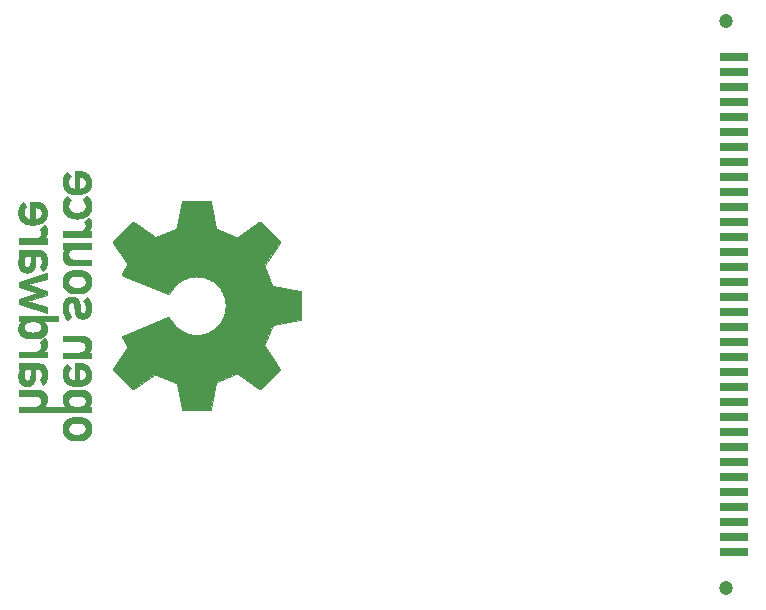
<source format=gbr>
%TF.GenerationSoftware,KiCad,Pcbnew,(6.0.4-0)*%
%TF.CreationDate,2023-12-10T22:35:43+01:00*%
%TF.ProjectId,pcmcia-sram,70636d63-6961-42d7-9372-616d2e6b6963,rev?*%
%TF.SameCoordinates,Original*%
%TF.FileFunction,Soldermask,Bot*%
%TF.FilePolarity,Negative*%
%FSLAX46Y46*%
G04 Gerber Fmt 4.6, Leading zero omitted, Abs format (unit mm)*
G04 Created by KiCad (PCBNEW (6.0.4-0)) date 2023-12-10 22:35:43*
%MOMM*%
%LPD*%
G01*
G04 APERTURE LIST*
%ADD10C,0.001500*%
%ADD11C,1.200000*%
%ADD12R,2.400000X0.740000*%
G04 APERTURE END LIST*
D10*
G36*
X207862753Y-79350270D02*
G01*
X207867800Y-79350633D01*
X207872820Y-79351239D01*
X207877807Y-79352081D01*
X207882752Y-79353153D01*
X207887649Y-79354448D01*
X207892491Y-79355962D01*
X207897270Y-79357687D01*
X207901978Y-79359617D01*
X207906609Y-79361746D01*
X207915608Y-79366576D01*
X207924207Y-79372128D01*
X207932350Y-79378351D01*
X207939976Y-79385196D01*
X207947027Y-79392613D01*
X207953445Y-79400551D01*
X207959170Y-79408962D01*
X207961755Y-79413329D01*
X207964144Y-79417796D01*
X207966331Y-79422355D01*
X207968308Y-79427002D01*
X207970068Y-79431729D01*
X207971604Y-79436531D01*
X207972908Y-79441401D01*
X207973972Y-79446333D01*
X208378388Y-81621075D01*
X208380705Y-81631045D01*
X208383900Y-81641066D01*
X208387915Y-81651074D01*
X208392694Y-81661000D01*
X208398181Y-81670781D01*
X208404319Y-81680348D01*
X208411052Y-81689637D01*
X208418323Y-81698582D01*
X208426077Y-81707115D01*
X208434256Y-81715172D01*
X208442805Y-81722685D01*
X208451667Y-81729590D01*
X208460785Y-81735819D01*
X208470104Y-81741307D01*
X208479566Y-81745988D01*
X208489116Y-81749795D01*
X210044337Y-82416413D01*
X210053648Y-82420730D01*
X210063515Y-82424357D01*
X210073854Y-82427302D01*
X210084580Y-82429567D01*
X210095608Y-82431161D01*
X210106851Y-82432086D01*
X210118227Y-82432350D01*
X210129648Y-82431957D01*
X210141031Y-82430913D01*
X210152290Y-82429223D01*
X210163340Y-82426893D01*
X210174096Y-82423929D01*
X210184473Y-82420334D01*
X210194386Y-82416116D01*
X210203750Y-82411279D01*
X210212480Y-82405829D01*
X212059271Y-81138740D01*
X212063504Y-81136006D01*
X212067864Y-81133483D01*
X212072340Y-81131172D01*
X212076922Y-81129071D01*
X212081602Y-81127179D01*
X212086370Y-81125496D01*
X212096129Y-81122753D01*
X212106123Y-81120837D01*
X212116275Y-81119741D01*
X212126507Y-81119460D01*
X212136744Y-81119988D01*
X212146908Y-81121318D01*
X212156923Y-81123446D01*
X212166710Y-81126366D01*
X212176194Y-81130071D01*
X212185297Y-81134555D01*
X212189682Y-81137088D01*
X212193943Y-81139814D01*
X212198070Y-81142732D01*
X212202055Y-81145841D01*
X212205886Y-81149141D01*
X212209554Y-81152630D01*
X213792160Y-82735236D01*
X213795650Y-82738904D01*
X213798952Y-82742734D01*
X213802064Y-82746716D01*
X213804987Y-82750841D01*
X213807718Y-82755099D01*
X213810257Y-82759480D01*
X213812604Y-82763976D01*
X213814757Y-82768575D01*
X213816715Y-82773270D01*
X213818478Y-82778049D01*
X213821414Y-82787826D01*
X213823557Y-82797828D01*
X213824902Y-82807980D01*
X213825440Y-82818204D01*
X213825165Y-82828425D01*
X213824070Y-82838566D01*
X213823213Y-82843582D01*
X213822148Y-82848549D01*
X213820875Y-82853459D01*
X213819392Y-82858300D01*
X213817699Y-82863064D01*
X213815795Y-82867741D01*
X213813679Y-82872321D01*
X213811350Y-82876795D01*
X213808807Y-82881153D01*
X213806050Y-82885386D01*
X212516471Y-84764589D01*
X212511037Y-84773281D01*
X212506197Y-84782630D01*
X212501959Y-84792548D01*
X212498328Y-84802947D01*
X212495310Y-84813742D01*
X212492912Y-84824844D01*
X212491138Y-84836165D01*
X212489996Y-84847619D01*
X212489491Y-84859117D01*
X212489629Y-84870574D01*
X212490416Y-84881900D01*
X212491859Y-84893009D01*
X212493962Y-84903814D01*
X212496733Y-84914227D01*
X212500177Y-84924160D01*
X212504300Y-84933526D01*
X213121441Y-86441122D01*
X213123145Y-86445917D01*
X213125078Y-86450696D01*
X213127230Y-86455454D01*
X213129595Y-86460184D01*
X213134927Y-86469527D01*
X213141010Y-86478670D01*
X213147776Y-86487557D01*
X213155162Y-86496130D01*
X213163102Y-86504335D01*
X213171530Y-86512113D01*
X213180381Y-86519410D01*
X213189590Y-86526167D01*
X213199092Y-86532330D01*
X213208821Y-86537842D01*
X213218713Y-86542646D01*
X213228701Y-86546685D01*
X213238720Y-86549905D01*
X213243721Y-86551189D01*
X213248705Y-86552247D01*
X215498060Y-86970950D01*
X215503004Y-86971991D01*
X215507886Y-86973273D01*
X215512698Y-86974790D01*
X215517435Y-86976532D01*
X215522091Y-86978494D01*
X215526660Y-86980667D01*
X215531134Y-86983044D01*
X215535509Y-86985618D01*
X215539778Y-86988381D01*
X215543935Y-86991326D01*
X215547973Y-86994445D01*
X215551887Y-86997730D01*
X215555671Y-87001175D01*
X215559317Y-87004772D01*
X215562820Y-87008513D01*
X215566174Y-87012391D01*
X215569373Y-87016398D01*
X215572410Y-87020527D01*
X215575279Y-87024771D01*
X215577974Y-87029122D01*
X215580489Y-87033573D01*
X215582818Y-87038116D01*
X215584954Y-87042743D01*
X215586892Y-87047448D01*
X215588625Y-87052222D01*
X215590147Y-87057059D01*
X215591452Y-87061950D01*
X215592533Y-87066889D01*
X215593385Y-87071868D01*
X215594001Y-87076879D01*
X215594375Y-87081915D01*
X215594501Y-87086969D01*
X215594501Y-89325344D01*
X215594375Y-89330386D01*
X215594001Y-89335411D01*
X215593385Y-89340412D01*
X215592533Y-89345381D01*
X215591452Y-89350310D01*
X215590147Y-89355194D01*
X215588625Y-89360022D01*
X215586892Y-89364790D01*
X215584954Y-89369488D01*
X215582818Y-89374109D01*
X215577974Y-89383092D01*
X215572410Y-89391678D01*
X215566174Y-89399808D01*
X215559317Y-89407421D01*
X215551887Y-89414459D01*
X215543935Y-89420860D01*
X215539778Y-89423804D01*
X215535509Y-89426566D01*
X215531134Y-89429139D01*
X215526660Y-89431516D01*
X215522091Y-89433688D01*
X215517435Y-89435650D01*
X215512698Y-89437392D01*
X215507886Y-89438908D01*
X215503004Y-89440191D01*
X215498060Y-89441232D01*
X213248705Y-89859802D01*
X213238720Y-89862143D01*
X213228701Y-89865358D01*
X213218713Y-89869392D01*
X213208821Y-89874189D01*
X213199092Y-89879692D01*
X213189590Y-89885847D01*
X213180381Y-89892597D01*
X213171530Y-89899886D01*
X213163102Y-89907660D01*
X213155162Y-89915861D01*
X213147776Y-89924434D01*
X213141010Y-89933323D01*
X213134927Y-89942473D01*
X213129595Y-89951828D01*
X213125078Y-89961331D01*
X213121441Y-89970927D01*
X212504300Y-91478656D01*
X212500177Y-91488045D01*
X212496733Y-91497998D01*
X212493962Y-91508428D01*
X212491858Y-91519246D01*
X212490416Y-91530366D01*
X212489629Y-91541700D01*
X212489491Y-91553161D01*
X212489996Y-91564661D01*
X212491138Y-91576113D01*
X212492912Y-91587430D01*
X212495310Y-91598524D01*
X212498328Y-91609308D01*
X212501959Y-91619694D01*
X212506197Y-91629594D01*
X212511036Y-91638923D01*
X212516471Y-91647591D01*
X213806050Y-93526664D01*
X213808807Y-93530909D01*
X213811350Y-93535279D01*
X213813679Y-93539766D01*
X213815795Y-93544358D01*
X213817699Y-93549047D01*
X213819392Y-93553822D01*
X213822148Y-93563595D01*
X213824070Y-93573600D01*
X213825165Y-93583759D01*
X213825440Y-93593997D01*
X213824901Y-93604235D01*
X213823557Y-93614398D01*
X213821413Y-93624407D01*
X213818477Y-93634187D01*
X213814756Y-93643660D01*
X213810257Y-93652749D01*
X213807718Y-93657126D01*
X213804986Y-93661378D01*
X213802064Y-93665495D01*
X213798951Y-93669469D01*
X213795650Y-93673289D01*
X213792159Y-93676946D01*
X212209554Y-95259684D01*
X212205885Y-95263163D01*
X212202054Y-95266455D01*
X212198070Y-95269558D01*
X212193943Y-95272473D01*
X212189682Y-95275198D01*
X212185297Y-95277733D01*
X212180798Y-95280075D01*
X212176194Y-95282225D01*
X212171495Y-95284182D01*
X212166710Y-95285944D01*
X212156923Y-95288880D01*
X212146908Y-95291027D01*
X212136744Y-95292377D01*
X212126507Y-95292922D01*
X212116274Y-95292655D01*
X212106122Y-95291568D01*
X212101101Y-95290715D01*
X212096129Y-95289654D01*
X212091215Y-95288385D01*
X212086370Y-95286905D01*
X212081602Y-95285216D01*
X212076922Y-95283314D01*
X212072340Y-95281200D01*
X212067864Y-95278873D01*
X212063504Y-95276331D01*
X212059271Y-95273574D01*
X210212479Y-94006354D01*
X210203750Y-94000951D01*
X210194386Y-93996154D01*
X210184473Y-93991971D01*
X210174096Y-93988405D01*
X210163340Y-93985464D01*
X210152290Y-93983153D01*
X210141031Y-93981476D01*
X210129648Y-93980441D01*
X210118226Y-93980052D01*
X210106851Y-93980315D01*
X210095607Y-93981236D01*
X210084580Y-93982820D01*
X210073854Y-93985074D01*
X210063515Y-93988002D01*
X210053647Y-93991610D01*
X210044336Y-93995904D01*
X208489116Y-94662652D01*
X208484333Y-94664430D01*
X208479566Y-94666434D01*
X208470104Y-94671091D01*
X208460785Y-94676556D01*
X208451667Y-94682764D01*
X208442805Y-94689650D01*
X208434256Y-94697147D01*
X208426077Y-94705192D01*
X208418323Y-94713717D01*
X208411051Y-94722657D01*
X208404318Y-94731948D01*
X208398180Y-94741523D01*
X208392693Y-94751317D01*
X208387914Y-94761264D01*
X208383899Y-94771300D01*
X208380705Y-94781358D01*
X208379433Y-94786375D01*
X208378387Y-94791373D01*
X207973972Y-96965983D01*
X207972907Y-96970939D01*
X207971603Y-96975830D01*
X207970068Y-96980651D01*
X207968308Y-96985396D01*
X207966331Y-96990058D01*
X207964145Y-96994631D01*
X207961756Y-96999110D01*
X207959172Y-97003488D01*
X207956400Y-97007759D01*
X207953449Y-97011916D01*
X207950324Y-97015955D01*
X207947034Y-97019868D01*
X207943586Y-97023650D01*
X207939987Y-97027295D01*
X207936245Y-97030795D01*
X207932366Y-97034147D01*
X207928359Y-97037342D01*
X207924231Y-97040375D01*
X207919988Y-97043241D01*
X207915639Y-97045932D01*
X207911191Y-97048443D01*
X207906651Y-97050768D01*
X207902027Y-97052900D01*
X207897325Y-97054834D01*
X207892554Y-97056563D01*
X207887720Y-97058082D01*
X207882832Y-97059383D01*
X207877895Y-97060462D01*
X207872918Y-97061311D01*
X207867909Y-97061926D01*
X207862873Y-97062299D01*
X207857820Y-97062424D01*
X205619578Y-97062291D01*
X205614523Y-97062165D01*
X205609485Y-97061791D01*
X205604470Y-97061175D01*
X205599486Y-97060323D01*
X205594542Y-97059242D01*
X205589643Y-97057937D01*
X205584799Y-97056415D01*
X205580016Y-97054682D01*
X205570666Y-97050608D01*
X205561653Y-97045764D01*
X205553039Y-97040199D01*
X205544883Y-97033964D01*
X205537246Y-97027106D01*
X205530189Y-97019677D01*
X205523773Y-97011725D01*
X205520824Y-97007568D01*
X205518058Y-97003299D01*
X205515483Y-96998924D01*
X205513105Y-96994449D01*
X205510934Y-96989880D01*
X205508975Y-96985225D01*
X205507237Y-96980487D01*
X205505728Y-96975675D01*
X205504455Y-96970794D01*
X205503425Y-96965850D01*
X205108667Y-94844554D01*
X205107643Y-94839571D01*
X205106388Y-94834574D01*
X205103213Y-94824573D01*
X205099199Y-94814615D01*
X205094404Y-94804765D01*
X205088887Y-94795088D01*
X205082706Y-94785648D01*
X205075918Y-94776511D01*
X205068583Y-94767742D01*
X205060757Y-94759405D01*
X205052500Y-94751566D01*
X205043869Y-94744289D01*
X205034923Y-94737639D01*
X205025719Y-94731682D01*
X205016316Y-94726481D01*
X205006772Y-94722103D01*
X205001965Y-94720242D01*
X204997145Y-94718612D01*
X203342838Y-94056361D01*
X203333428Y-94052262D01*
X203323463Y-94048843D01*
X203313028Y-94046097D01*
X203302210Y-94044018D01*
X203291095Y-94042600D01*
X203279770Y-94041838D01*
X203268320Y-94041725D01*
X203256832Y-94042255D01*
X203245392Y-94043422D01*
X203234087Y-94045221D01*
X203223001Y-94047644D01*
X203212223Y-94050687D01*
X203201838Y-94054343D01*
X203191932Y-94058606D01*
X203182591Y-94063469D01*
X203173902Y-94068929D01*
X201417994Y-95273841D01*
X201413760Y-95276586D01*
X201409400Y-95279117D01*
X201404922Y-95281436D01*
X201400337Y-95283542D01*
X201395654Y-95285437D01*
X201390883Y-95287122D01*
X201381116Y-95289864D01*
X201371112Y-95291775D01*
X201360949Y-95292863D01*
X201350704Y-95293133D01*
X201340455Y-95292593D01*
X201330278Y-95291250D01*
X201320252Y-95289111D01*
X201310453Y-95286183D01*
X201300959Y-95282473D01*
X201291848Y-95277988D01*
X201287459Y-95275457D01*
X201283195Y-95272735D01*
X201279066Y-95269822D01*
X201275080Y-95266720D01*
X201271248Y-95263430D01*
X201267579Y-95259951D01*
X199684973Y-93677081D01*
X199681507Y-93673424D01*
X199678228Y-93669604D01*
X199675136Y-93665631D01*
X199672233Y-93661513D01*
X199669520Y-93657261D01*
X199666996Y-93652885D01*
X199664665Y-93648393D01*
X199662525Y-93643795D01*
X199660578Y-93639102D01*
X199658826Y-93634322D01*
X199655905Y-93624543D01*
X199653771Y-93614533D01*
X199652430Y-93604370D01*
X199651888Y-93594132D01*
X199652154Y-93583894D01*
X199653233Y-93573735D01*
X199654080Y-93568708D01*
X199655133Y-93563730D01*
X199656393Y-93558810D01*
X199657861Y-93553957D01*
X199659538Y-93549182D01*
X199661424Y-93544493D01*
X199663521Y-93539901D01*
X199665829Y-93535415D01*
X199668349Y-93531044D01*
X199671082Y-93526799D01*
X200854960Y-91801979D01*
X200860336Y-91793307D01*
X200865053Y-91784016D01*
X200869108Y-91774191D01*
X200872499Y-91763918D01*
X200875225Y-91753282D01*
X200877282Y-91742366D01*
X200878670Y-91731258D01*
X200879385Y-91720041D01*
X200879425Y-91708801D01*
X200878789Y-91697622D01*
X200877475Y-91686591D01*
X200875480Y-91675792D01*
X200872802Y-91665309D01*
X200869439Y-91655229D01*
X200865388Y-91645636D01*
X200860649Y-91636615D01*
X200454513Y-90875937D01*
X200452339Y-90871401D01*
X200450427Y-90866825D01*
X200448776Y-90862217D01*
X200447381Y-90857587D01*
X200446240Y-90852941D01*
X200445351Y-90848287D01*
X200444709Y-90843635D01*
X200444312Y-90838991D01*
X200444158Y-90834364D01*
X200444242Y-90829761D01*
X200444563Y-90825191D01*
X200445116Y-90820662D01*
X200445900Y-90816181D01*
X200446911Y-90811757D01*
X200448146Y-90807398D01*
X200449602Y-90803111D01*
X200451276Y-90798905D01*
X200453166Y-90794787D01*
X200455268Y-90790766D01*
X200457579Y-90786850D01*
X200460096Y-90783046D01*
X200462817Y-90779363D01*
X200465738Y-90775809D01*
X200468856Y-90772390D01*
X200472169Y-90769117D01*
X200475673Y-90765996D01*
X200479366Y-90763036D01*
X200483244Y-90760244D01*
X200487304Y-90757629D01*
X200491544Y-90755198D01*
X200495961Y-90752960D01*
X200500551Y-90750922D01*
X204290311Y-89182470D01*
X204295026Y-89180644D01*
X204299812Y-89179059D01*
X204304660Y-89177710D01*
X204309563Y-89176597D01*
X204314510Y-89175715D01*
X204319492Y-89175061D01*
X204329527Y-89174427D01*
X204339597Y-89174672D01*
X204349628Y-89175770D01*
X204359550Y-89177700D01*
X204369289Y-89180436D01*
X204378774Y-89183955D01*
X204387933Y-89188233D01*
X204396694Y-89193246D01*
X204404983Y-89198971D01*
X204412731Y-89205383D01*
X204416378Y-89208840D01*
X204419863Y-89212459D01*
X204423176Y-89216239D01*
X204426309Y-89220175D01*
X204429252Y-89224265D01*
X204431996Y-89228507D01*
X204548544Y-89418876D01*
X204557270Y-89432616D01*
X204567231Y-89447267D01*
X204578208Y-89462559D01*
X204589985Y-89478225D01*
X204602345Y-89493996D01*
X204615071Y-89509605D01*
X204627945Y-89524782D01*
X204640751Y-89539261D01*
X204727009Y-89665259D01*
X204820665Y-89785511D01*
X204921391Y-89899689D01*
X205028862Y-90007464D01*
X205142751Y-90108507D01*
X205262732Y-90202488D01*
X205388478Y-90289080D01*
X205519664Y-90367953D01*
X205655962Y-90438778D01*
X205725927Y-90471071D01*
X205797047Y-90501227D01*
X205869283Y-90529208D01*
X205942593Y-90554971D01*
X206016936Y-90578476D01*
X206092272Y-90599681D01*
X206168559Y-90618545D01*
X206245758Y-90635027D01*
X206323827Y-90649087D01*
X206402726Y-90660682D01*
X206482414Y-90669772D01*
X206562849Y-90676316D01*
X206643991Y-90680272D01*
X206725800Y-90681600D01*
X206853181Y-90678379D01*
X206978890Y-90668819D01*
X207102771Y-90653077D01*
X207224669Y-90631307D01*
X207344427Y-90603665D01*
X207461891Y-90570306D01*
X207576905Y-90531387D01*
X207689313Y-90487063D01*
X207798961Y-90437490D01*
X207905691Y-90382823D01*
X208009350Y-90323217D01*
X208109781Y-90258829D01*
X208206828Y-90189813D01*
X208300338Y-90116326D01*
X208390153Y-90038523D01*
X208476118Y-89956559D01*
X208558078Y-89870591D01*
X208635878Y-89780774D01*
X208709361Y-89687263D01*
X208778372Y-89590214D01*
X208842757Y-89489782D01*
X208902358Y-89386124D01*
X208957022Y-89279394D01*
X209006591Y-89169749D01*
X209050911Y-89057343D01*
X209089827Y-88942333D01*
X209123182Y-88824874D01*
X209150821Y-88705122D01*
X209172589Y-88583232D01*
X209188330Y-88459360D01*
X209197889Y-88333661D01*
X209201109Y-88206291D01*
X209197889Y-88078922D01*
X209188330Y-87953224D01*
X209172589Y-87829353D01*
X209150821Y-87707466D01*
X209123182Y-87587717D01*
X209089827Y-87470261D01*
X209050911Y-87355255D01*
X209006591Y-87242854D01*
X208957022Y-87133214D01*
X208902358Y-87026489D01*
X208842757Y-86922836D01*
X208778372Y-86822410D01*
X208709361Y-86725367D01*
X208635878Y-86631862D01*
X208558078Y-86542051D01*
X208476118Y-86456089D01*
X208390153Y-86374132D01*
X208300338Y-86296335D01*
X208206828Y-86222854D01*
X208109781Y-86153844D01*
X208009350Y-86089461D01*
X207905691Y-86029861D01*
X207798961Y-85975199D01*
X207689313Y-85925630D01*
X207576905Y-85881311D01*
X207461891Y-85842396D01*
X207344427Y-85809041D01*
X207224669Y-85781402D01*
X207102771Y-85759635D01*
X206978890Y-85743894D01*
X206853181Y-85734335D01*
X206725800Y-85731114D01*
X206562849Y-85736397D01*
X206402726Y-85752027D01*
X206245758Y-85777676D01*
X206092272Y-85813015D01*
X205942593Y-85857717D01*
X205797048Y-85911452D01*
X205655963Y-85973893D01*
X205519664Y-86044712D01*
X205388479Y-86123579D01*
X205262732Y-86210168D01*
X205142751Y-86304149D01*
X205028862Y-86405194D01*
X204921391Y-86512976D01*
X204820665Y-86627165D01*
X204727010Y-86747433D01*
X204640751Y-86873453D01*
X204627945Y-86887849D01*
X204615070Y-86902974D01*
X204602345Y-86918552D01*
X204589984Y-86934307D01*
X204578207Y-86949962D01*
X204567230Y-86965242D01*
X204557270Y-86979871D01*
X204548544Y-86993573D01*
X204431996Y-87183942D01*
X204429252Y-87188159D01*
X204426309Y-87192229D01*
X204423176Y-87196146D01*
X204419863Y-87199908D01*
X204416378Y-87203512D01*
X204412731Y-87206956D01*
X204408929Y-87210235D01*
X204404983Y-87213347D01*
X204400902Y-87216289D01*
X204396694Y-87219058D01*
X204392368Y-87221651D01*
X204387933Y-87224064D01*
X204383399Y-87226295D01*
X204378774Y-87228341D01*
X204374068Y-87230198D01*
X204369289Y-87231864D01*
X204364447Y-87233335D01*
X204359550Y-87234608D01*
X204354607Y-87235681D01*
X204349628Y-87236550D01*
X204344622Y-87237213D01*
X204339597Y-87237665D01*
X204334562Y-87237905D01*
X204329527Y-87237928D01*
X204324501Y-87237733D01*
X204319492Y-87237316D01*
X204314510Y-87236673D01*
X204309563Y-87235803D01*
X204304660Y-87234701D01*
X204299812Y-87233365D01*
X204295026Y-87231792D01*
X204290311Y-87229978D01*
X200500419Y-85661662D01*
X200495830Y-85659625D01*
X200491414Y-85657387D01*
X200487176Y-85654958D01*
X200483118Y-85652345D01*
X200479243Y-85649556D01*
X200475553Y-85646599D01*
X200472053Y-85643482D01*
X200468744Y-85640212D01*
X200465629Y-85636798D01*
X200462713Y-85633247D01*
X200459996Y-85629568D01*
X200457483Y-85625769D01*
X200455176Y-85621856D01*
X200453078Y-85617839D01*
X200451192Y-85613725D01*
X200449520Y-85609522D01*
X200448067Y-85605238D01*
X200446835Y-85600881D01*
X200445826Y-85596459D01*
X200445043Y-85591980D01*
X200444490Y-85587451D01*
X200444170Y-85582881D01*
X200444084Y-85578277D01*
X200444237Y-85573648D01*
X200444631Y-85569001D01*
X200445269Y-85564345D01*
X200446154Y-85559687D01*
X200447288Y-85555035D01*
X200448675Y-85550396D01*
X200450318Y-85545780D01*
X200452220Y-85541194D01*
X200454382Y-85536646D01*
X200860517Y-84775969D01*
X200865258Y-84766927D01*
X200869313Y-84757317D01*
X200872682Y-84747226D01*
X200875367Y-84736736D01*
X200877371Y-84725934D01*
X200878693Y-84714903D01*
X200879337Y-84703728D01*
X200879303Y-84692493D01*
X200878593Y-84681283D01*
X200877209Y-84670182D01*
X200875152Y-84659275D01*
X200872424Y-84648647D01*
X200869026Y-84638381D01*
X200864960Y-84628562D01*
X200860227Y-84619275D01*
X200854829Y-84610605D01*
X199670951Y-82885651D01*
X199668218Y-82881418D01*
X199665698Y-82877057D01*
X199663390Y-82872580D01*
X199661293Y-82867995D01*
X199659407Y-82863313D01*
X199657730Y-82858542D01*
X199655002Y-82848777D01*
X199653102Y-82838777D01*
X199652022Y-82828620D01*
X199651757Y-82818384D01*
X199652298Y-82808145D01*
X199653640Y-82797983D01*
X199655774Y-82787974D01*
X199658694Y-82778197D01*
X199662394Y-82768729D01*
X199666865Y-82759647D01*
X199669388Y-82755276D01*
X199672102Y-82751030D01*
X199675005Y-82746920D01*
X199678097Y-82742955D01*
X199681376Y-82739146D01*
X199684843Y-82735501D01*
X201267446Y-81152630D01*
X201271115Y-81149140D01*
X201274947Y-81145838D01*
X201278933Y-81142725D01*
X201283063Y-81139803D01*
X201287327Y-81137072D01*
X201291715Y-81134532D01*
X201296219Y-81132186D01*
X201300827Y-81130033D01*
X201305531Y-81128075D01*
X201310321Y-81126312D01*
X201320120Y-81123376D01*
X201330146Y-81121233D01*
X201340322Y-81119888D01*
X201350572Y-81119350D01*
X201360816Y-81119625D01*
X201370979Y-81120720D01*
X201376006Y-81121577D01*
X201380983Y-81122642D01*
X201385901Y-81123915D01*
X201390751Y-81125398D01*
X201395522Y-81127091D01*
X201400204Y-81128995D01*
X201404790Y-81131111D01*
X201409267Y-81133440D01*
X201413628Y-81135983D01*
X201417861Y-81138740D01*
X203173769Y-82343785D01*
X203182458Y-82349199D01*
X203191799Y-82354026D01*
X203201705Y-82358260D01*
X203212091Y-82361894D01*
X203222869Y-82364921D01*
X203233954Y-82367334D01*
X203245260Y-82369127D01*
X203256700Y-82370293D01*
X203268188Y-82370824D01*
X203279638Y-82370715D01*
X203290963Y-82369957D01*
X203302078Y-82368546D01*
X203312896Y-82366473D01*
X203323331Y-82363733D01*
X203333296Y-82360317D01*
X203342706Y-82356220D01*
X204997013Y-81693968D01*
X205001833Y-81692326D01*
X205006639Y-81690457D01*
X205016183Y-81686071D01*
X205025586Y-81680872D01*
X205034790Y-81674924D01*
X205043736Y-81668289D01*
X205052367Y-81661032D01*
X205060624Y-81653216D01*
X205068450Y-81644904D01*
X205075785Y-81636159D01*
X205082573Y-81627045D01*
X205088755Y-81617626D01*
X205094272Y-81607964D01*
X205099067Y-81598123D01*
X205103081Y-81588166D01*
X205104777Y-81583164D01*
X205106256Y-81578157D01*
X205107512Y-81573152D01*
X205108535Y-81568158D01*
X205503293Y-79446862D01*
X205504323Y-79441929D01*
X205505596Y-79437058D01*
X205507106Y-79432255D01*
X205508843Y-79427525D01*
X205510802Y-79422875D01*
X205512973Y-79418312D01*
X205515351Y-79413841D01*
X205517926Y-79409469D01*
X205520692Y-79405202D01*
X205523641Y-79401046D01*
X205526765Y-79397008D01*
X205530057Y-79393093D01*
X205533509Y-79389309D01*
X205537113Y-79385660D01*
X205540863Y-79382155D01*
X205544750Y-79378798D01*
X205548767Y-79375596D01*
X205552906Y-79372555D01*
X205557160Y-79369682D01*
X205561521Y-79366983D01*
X205565981Y-79364464D01*
X205570534Y-79362131D01*
X205575170Y-79359990D01*
X205579884Y-79358049D01*
X205584666Y-79356312D01*
X205589511Y-79354787D01*
X205594409Y-79353479D01*
X205599354Y-79352395D01*
X205604337Y-79351541D01*
X205609352Y-79350923D01*
X205614391Y-79350548D01*
X205619445Y-79350421D01*
X207857687Y-79350156D01*
X207862753Y-79350270D01*
G37*
X207862753Y-79350270D02*
X207867800Y-79350633D01*
X207872820Y-79351239D01*
X207877807Y-79352081D01*
X207882752Y-79353153D01*
X207887649Y-79354448D01*
X207892491Y-79355962D01*
X207897270Y-79357687D01*
X207901978Y-79359617D01*
X207906609Y-79361746D01*
X207915608Y-79366576D01*
X207924207Y-79372128D01*
X207932350Y-79378351D01*
X207939976Y-79385196D01*
X207947027Y-79392613D01*
X207953445Y-79400551D01*
X207959170Y-79408962D01*
X207961755Y-79413329D01*
X207964144Y-79417796D01*
X207966331Y-79422355D01*
X207968308Y-79427002D01*
X207970068Y-79431729D01*
X207971604Y-79436531D01*
X207972908Y-79441401D01*
X207973972Y-79446333D01*
X208378388Y-81621075D01*
X208380705Y-81631045D01*
X208383900Y-81641066D01*
X208387915Y-81651074D01*
X208392694Y-81661000D01*
X208398181Y-81670781D01*
X208404319Y-81680348D01*
X208411052Y-81689637D01*
X208418323Y-81698582D01*
X208426077Y-81707115D01*
X208434256Y-81715172D01*
X208442805Y-81722685D01*
X208451667Y-81729590D01*
X208460785Y-81735819D01*
X208470104Y-81741307D01*
X208479566Y-81745988D01*
X208489116Y-81749795D01*
X210044337Y-82416413D01*
X210053648Y-82420730D01*
X210063515Y-82424357D01*
X210073854Y-82427302D01*
X210084580Y-82429567D01*
X210095608Y-82431161D01*
X210106851Y-82432086D01*
X210118227Y-82432350D01*
X210129648Y-82431957D01*
X210141031Y-82430913D01*
X210152290Y-82429223D01*
X210163340Y-82426893D01*
X210174096Y-82423929D01*
X210184473Y-82420334D01*
X210194386Y-82416116D01*
X210203750Y-82411279D01*
X210212480Y-82405829D01*
X212059271Y-81138740D01*
X212063504Y-81136006D01*
X212067864Y-81133483D01*
X212072340Y-81131172D01*
X212076922Y-81129071D01*
X212081602Y-81127179D01*
X212086370Y-81125496D01*
X212096129Y-81122753D01*
X212106123Y-81120837D01*
X212116275Y-81119741D01*
X212126507Y-81119460D01*
X212136744Y-81119988D01*
X212146908Y-81121318D01*
X212156923Y-81123446D01*
X212166710Y-81126366D01*
X212176194Y-81130071D01*
X212185297Y-81134555D01*
X212189682Y-81137088D01*
X212193943Y-81139814D01*
X212198070Y-81142732D01*
X212202055Y-81145841D01*
X212205886Y-81149141D01*
X212209554Y-81152630D01*
X213792160Y-82735236D01*
X213795650Y-82738904D01*
X213798952Y-82742734D01*
X213802064Y-82746716D01*
X213804987Y-82750841D01*
X213807718Y-82755099D01*
X213810257Y-82759480D01*
X213812604Y-82763976D01*
X213814757Y-82768575D01*
X213816715Y-82773270D01*
X213818478Y-82778049D01*
X213821414Y-82787826D01*
X213823557Y-82797828D01*
X213824902Y-82807980D01*
X213825440Y-82818204D01*
X213825165Y-82828425D01*
X213824070Y-82838566D01*
X213823213Y-82843582D01*
X213822148Y-82848549D01*
X213820875Y-82853459D01*
X213819392Y-82858300D01*
X213817699Y-82863064D01*
X213815795Y-82867741D01*
X213813679Y-82872321D01*
X213811350Y-82876795D01*
X213808807Y-82881153D01*
X213806050Y-82885386D01*
X212516471Y-84764589D01*
X212511037Y-84773281D01*
X212506197Y-84782630D01*
X212501959Y-84792548D01*
X212498328Y-84802947D01*
X212495310Y-84813742D01*
X212492912Y-84824844D01*
X212491138Y-84836165D01*
X212489996Y-84847619D01*
X212489491Y-84859117D01*
X212489629Y-84870574D01*
X212490416Y-84881900D01*
X212491859Y-84893009D01*
X212493962Y-84903814D01*
X212496733Y-84914227D01*
X212500177Y-84924160D01*
X212504300Y-84933526D01*
X213121441Y-86441122D01*
X213123145Y-86445917D01*
X213125078Y-86450696D01*
X213127230Y-86455454D01*
X213129595Y-86460184D01*
X213134927Y-86469527D01*
X213141010Y-86478670D01*
X213147776Y-86487557D01*
X213155162Y-86496130D01*
X213163102Y-86504335D01*
X213171530Y-86512113D01*
X213180381Y-86519410D01*
X213189590Y-86526167D01*
X213199092Y-86532330D01*
X213208821Y-86537842D01*
X213218713Y-86542646D01*
X213228701Y-86546685D01*
X213238720Y-86549905D01*
X213243721Y-86551189D01*
X213248705Y-86552247D01*
X215498060Y-86970950D01*
X215503004Y-86971991D01*
X215507886Y-86973273D01*
X215512698Y-86974790D01*
X215517435Y-86976532D01*
X215522091Y-86978494D01*
X215526660Y-86980667D01*
X215531134Y-86983044D01*
X215535509Y-86985618D01*
X215539778Y-86988381D01*
X215543935Y-86991326D01*
X215547973Y-86994445D01*
X215551887Y-86997730D01*
X215555671Y-87001175D01*
X215559317Y-87004772D01*
X215562820Y-87008513D01*
X215566174Y-87012391D01*
X215569373Y-87016398D01*
X215572410Y-87020527D01*
X215575279Y-87024771D01*
X215577974Y-87029122D01*
X215580489Y-87033573D01*
X215582818Y-87038116D01*
X215584954Y-87042743D01*
X215586892Y-87047448D01*
X215588625Y-87052222D01*
X215590147Y-87057059D01*
X215591452Y-87061950D01*
X215592533Y-87066889D01*
X215593385Y-87071868D01*
X215594001Y-87076879D01*
X215594375Y-87081915D01*
X215594501Y-87086969D01*
X215594501Y-89325344D01*
X215594375Y-89330386D01*
X215594001Y-89335411D01*
X215593385Y-89340412D01*
X215592533Y-89345381D01*
X215591452Y-89350310D01*
X215590147Y-89355194D01*
X215588625Y-89360022D01*
X215586892Y-89364790D01*
X215584954Y-89369488D01*
X215582818Y-89374109D01*
X215577974Y-89383092D01*
X215572410Y-89391678D01*
X215566174Y-89399808D01*
X215559317Y-89407421D01*
X215551887Y-89414459D01*
X215543935Y-89420860D01*
X215539778Y-89423804D01*
X215535509Y-89426566D01*
X215531134Y-89429139D01*
X215526660Y-89431516D01*
X215522091Y-89433688D01*
X215517435Y-89435650D01*
X215512698Y-89437392D01*
X215507886Y-89438908D01*
X215503004Y-89440191D01*
X215498060Y-89441232D01*
X213248705Y-89859802D01*
X213238720Y-89862143D01*
X213228701Y-89865358D01*
X213218713Y-89869392D01*
X213208821Y-89874189D01*
X213199092Y-89879692D01*
X213189590Y-89885847D01*
X213180381Y-89892597D01*
X213171530Y-89899886D01*
X213163102Y-89907660D01*
X213155162Y-89915861D01*
X213147776Y-89924434D01*
X213141010Y-89933323D01*
X213134927Y-89942473D01*
X213129595Y-89951828D01*
X213125078Y-89961331D01*
X213121441Y-89970927D01*
X212504300Y-91478656D01*
X212500177Y-91488045D01*
X212496733Y-91497998D01*
X212493962Y-91508428D01*
X212491858Y-91519246D01*
X212490416Y-91530366D01*
X212489629Y-91541700D01*
X212489491Y-91553161D01*
X212489996Y-91564661D01*
X212491138Y-91576113D01*
X212492912Y-91587430D01*
X212495310Y-91598524D01*
X212498328Y-91609308D01*
X212501959Y-91619694D01*
X212506197Y-91629594D01*
X212511036Y-91638923D01*
X212516471Y-91647591D01*
X213806050Y-93526664D01*
X213808807Y-93530909D01*
X213811350Y-93535279D01*
X213813679Y-93539766D01*
X213815795Y-93544358D01*
X213817699Y-93549047D01*
X213819392Y-93553822D01*
X213822148Y-93563595D01*
X213824070Y-93573600D01*
X213825165Y-93583759D01*
X213825440Y-93593997D01*
X213824901Y-93604235D01*
X213823557Y-93614398D01*
X213821413Y-93624407D01*
X213818477Y-93634187D01*
X213814756Y-93643660D01*
X213810257Y-93652749D01*
X213807718Y-93657126D01*
X213804986Y-93661378D01*
X213802064Y-93665495D01*
X213798951Y-93669469D01*
X213795650Y-93673289D01*
X213792159Y-93676946D01*
X212209554Y-95259684D01*
X212205885Y-95263163D01*
X212202054Y-95266455D01*
X212198070Y-95269558D01*
X212193943Y-95272473D01*
X212189682Y-95275198D01*
X212185297Y-95277733D01*
X212180798Y-95280075D01*
X212176194Y-95282225D01*
X212171495Y-95284182D01*
X212166710Y-95285944D01*
X212156923Y-95288880D01*
X212146908Y-95291027D01*
X212136744Y-95292377D01*
X212126507Y-95292922D01*
X212116274Y-95292655D01*
X212106122Y-95291568D01*
X212101101Y-95290715D01*
X212096129Y-95289654D01*
X212091215Y-95288385D01*
X212086370Y-95286905D01*
X212081602Y-95285216D01*
X212076922Y-95283314D01*
X212072340Y-95281200D01*
X212067864Y-95278873D01*
X212063504Y-95276331D01*
X212059271Y-95273574D01*
X210212479Y-94006354D01*
X210203750Y-94000951D01*
X210194386Y-93996154D01*
X210184473Y-93991971D01*
X210174096Y-93988405D01*
X210163340Y-93985464D01*
X210152290Y-93983153D01*
X210141031Y-93981476D01*
X210129648Y-93980441D01*
X210118226Y-93980052D01*
X210106851Y-93980315D01*
X210095607Y-93981236D01*
X210084580Y-93982820D01*
X210073854Y-93985074D01*
X210063515Y-93988002D01*
X210053647Y-93991610D01*
X210044336Y-93995904D01*
X208489116Y-94662652D01*
X208484333Y-94664430D01*
X208479566Y-94666434D01*
X208470104Y-94671091D01*
X208460785Y-94676556D01*
X208451667Y-94682764D01*
X208442805Y-94689650D01*
X208434256Y-94697147D01*
X208426077Y-94705192D01*
X208418323Y-94713717D01*
X208411051Y-94722657D01*
X208404318Y-94731948D01*
X208398180Y-94741523D01*
X208392693Y-94751317D01*
X208387914Y-94761264D01*
X208383899Y-94771300D01*
X208380705Y-94781358D01*
X208379433Y-94786375D01*
X208378387Y-94791373D01*
X207973972Y-96965983D01*
X207972907Y-96970939D01*
X207971603Y-96975830D01*
X207970068Y-96980651D01*
X207968308Y-96985396D01*
X207966331Y-96990058D01*
X207964145Y-96994631D01*
X207961756Y-96999110D01*
X207959172Y-97003488D01*
X207956400Y-97007759D01*
X207953449Y-97011916D01*
X207950324Y-97015955D01*
X207947034Y-97019868D01*
X207943586Y-97023650D01*
X207939987Y-97027295D01*
X207936245Y-97030795D01*
X207932366Y-97034147D01*
X207928359Y-97037342D01*
X207924231Y-97040375D01*
X207919988Y-97043241D01*
X207915639Y-97045932D01*
X207911191Y-97048443D01*
X207906651Y-97050768D01*
X207902027Y-97052900D01*
X207897325Y-97054834D01*
X207892554Y-97056563D01*
X207887720Y-97058082D01*
X207882832Y-97059383D01*
X207877895Y-97060462D01*
X207872918Y-97061311D01*
X207867909Y-97061926D01*
X207862873Y-97062299D01*
X207857820Y-97062424D01*
X205619578Y-97062291D01*
X205614523Y-97062165D01*
X205609485Y-97061791D01*
X205604470Y-97061175D01*
X205599486Y-97060323D01*
X205594542Y-97059242D01*
X205589643Y-97057937D01*
X205584799Y-97056415D01*
X205580016Y-97054682D01*
X205570666Y-97050608D01*
X205561653Y-97045764D01*
X205553039Y-97040199D01*
X205544883Y-97033964D01*
X205537246Y-97027106D01*
X205530189Y-97019677D01*
X205523773Y-97011725D01*
X205520824Y-97007568D01*
X205518058Y-97003299D01*
X205515483Y-96998924D01*
X205513105Y-96994449D01*
X205510934Y-96989880D01*
X205508975Y-96985225D01*
X205507237Y-96980487D01*
X205505728Y-96975675D01*
X205504455Y-96970794D01*
X205503425Y-96965850D01*
X205108667Y-94844554D01*
X205107643Y-94839571D01*
X205106388Y-94834574D01*
X205103213Y-94824573D01*
X205099199Y-94814615D01*
X205094404Y-94804765D01*
X205088887Y-94795088D01*
X205082706Y-94785648D01*
X205075918Y-94776511D01*
X205068583Y-94767742D01*
X205060757Y-94759405D01*
X205052500Y-94751566D01*
X205043869Y-94744289D01*
X205034923Y-94737639D01*
X205025719Y-94731682D01*
X205016316Y-94726481D01*
X205006772Y-94722103D01*
X205001965Y-94720242D01*
X204997145Y-94718612D01*
X203342838Y-94056361D01*
X203333428Y-94052262D01*
X203323463Y-94048843D01*
X203313028Y-94046097D01*
X203302210Y-94044018D01*
X203291095Y-94042600D01*
X203279770Y-94041838D01*
X203268320Y-94041725D01*
X203256832Y-94042255D01*
X203245392Y-94043422D01*
X203234087Y-94045221D01*
X203223001Y-94047644D01*
X203212223Y-94050687D01*
X203201838Y-94054343D01*
X203191932Y-94058606D01*
X203182591Y-94063469D01*
X203173902Y-94068929D01*
X201417994Y-95273841D01*
X201413760Y-95276586D01*
X201409400Y-95279117D01*
X201404922Y-95281436D01*
X201400337Y-95283542D01*
X201395654Y-95285437D01*
X201390883Y-95287122D01*
X201381116Y-95289864D01*
X201371112Y-95291775D01*
X201360949Y-95292863D01*
X201350704Y-95293133D01*
X201340455Y-95292593D01*
X201330278Y-95291250D01*
X201320252Y-95289111D01*
X201310453Y-95286183D01*
X201300959Y-95282473D01*
X201291848Y-95277988D01*
X201287459Y-95275457D01*
X201283195Y-95272735D01*
X201279066Y-95269822D01*
X201275080Y-95266720D01*
X201271248Y-95263430D01*
X201267579Y-95259951D01*
X199684973Y-93677081D01*
X199681507Y-93673424D01*
X199678228Y-93669604D01*
X199675136Y-93665631D01*
X199672233Y-93661513D01*
X199669520Y-93657261D01*
X199666996Y-93652885D01*
X199664665Y-93648393D01*
X199662525Y-93643795D01*
X199660578Y-93639102D01*
X199658826Y-93634322D01*
X199655905Y-93624543D01*
X199653771Y-93614533D01*
X199652430Y-93604370D01*
X199651888Y-93594132D01*
X199652154Y-93583894D01*
X199653233Y-93573735D01*
X199654080Y-93568708D01*
X199655133Y-93563730D01*
X199656393Y-93558810D01*
X199657861Y-93553957D01*
X199659538Y-93549182D01*
X199661424Y-93544493D01*
X199663521Y-93539901D01*
X199665829Y-93535415D01*
X199668349Y-93531044D01*
X199671082Y-93526799D01*
X200854960Y-91801979D01*
X200860336Y-91793307D01*
X200865053Y-91784016D01*
X200869108Y-91774191D01*
X200872499Y-91763918D01*
X200875225Y-91753282D01*
X200877282Y-91742366D01*
X200878670Y-91731258D01*
X200879385Y-91720041D01*
X200879425Y-91708801D01*
X200878789Y-91697622D01*
X200877475Y-91686591D01*
X200875480Y-91675792D01*
X200872802Y-91665309D01*
X200869439Y-91655229D01*
X200865388Y-91645636D01*
X200860649Y-91636615D01*
X200454513Y-90875937D01*
X200452339Y-90871401D01*
X200450427Y-90866825D01*
X200448776Y-90862217D01*
X200447381Y-90857587D01*
X200446240Y-90852941D01*
X200445351Y-90848287D01*
X200444709Y-90843635D01*
X200444312Y-90838991D01*
X200444158Y-90834364D01*
X200444242Y-90829761D01*
X200444563Y-90825191D01*
X200445116Y-90820662D01*
X200445900Y-90816181D01*
X200446911Y-90811757D01*
X200448146Y-90807398D01*
X200449602Y-90803111D01*
X200451276Y-90798905D01*
X200453166Y-90794787D01*
X200455268Y-90790766D01*
X200457579Y-90786850D01*
X200460096Y-90783046D01*
X200462817Y-90779363D01*
X200465738Y-90775809D01*
X200468856Y-90772390D01*
X200472169Y-90769117D01*
X200475673Y-90765996D01*
X200479366Y-90763036D01*
X200483244Y-90760244D01*
X200487304Y-90757629D01*
X200491544Y-90755198D01*
X200495961Y-90752960D01*
X200500551Y-90750922D01*
X204290311Y-89182470D01*
X204295026Y-89180644D01*
X204299812Y-89179059D01*
X204304660Y-89177710D01*
X204309563Y-89176597D01*
X204314510Y-89175715D01*
X204319492Y-89175061D01*
X204329527Y-89174427D01*
X204339597Y-89174672D01*
X204349628Y-89175770D01*
X204359550Y-89177700D01*
X204369289Y-89180436D01*
X204378774Y-89183955D01*
X204387933Y-89188233D01*
X204396694Y-89193246D01*
X204404983Y-89198971D01*
X204412731Y-89205383D01*
X204416378Y-89208840D01*
X204419863Y-89212459D01*
X204423176Y-89216239D01*
X204426309Y-89220175D01*
X204429252Y-89224265D01*
X204431996Y-89228507D01*
X204548544Y-89418876D01*
X204557270Y-89432616D01*
X204567231Y-89447267D01*
X204578208Y-89462559D01*
X204589985Y-89478225D01*
X204602345Y-89493996D01*
X204615071Y-89509605D01*
X204627945Y-89524782D01*
X204640751Y-89539261D01*
X204727009Y-89665259D01*
X204820665Y-89785511D01*
X204921391Y-89899689D01*
X205028862Y-90007464D01*
X205142751Y-90108507D01*
X205262732Y-90202488D01*
X205388478Y-90289080D01*
X205519664Y-90367953D01*
X205655962Y-90438778D01*
X205725927Y-90471071D01*
X205797047Y-90501227D01*
X205869283Y-90529208D01*
X205942593Y-90554971D01*
X206016936Y-90578476D01*
X206092272Y-90599681D01*
X206168559Y-90618545D01*
X206245758Y-90635027D01*
X206323827Y-90649087D01*
X206402726Y-90660682D01*
X206482414Y-90669772D01*
X206562849Y-90676316D01*
X206643991Y-90680272D01*
X206725800Y-90681600D01*
X206853181Y-90678379D01*
X206978890Y-90668819D01*
X207102771Y-90653077D01*
X207224669Y-90631307D01*
X207344427Y-90603665D01*
X207461891Y-90570306D01*
X207576905Y-90531387D01*
X207689313Y-90487063D01*
X207798961Y-90437490D01*
X207905691Y-90382823D01*
X208009350Y-90323217D01*
X208109781Y-90258829D01*
X208206828Y-90189813D01*
X208300338Y-90116326D01*
X208390153Y-90038523D01*
X208476118Y-89956559D01*
X208558078Y-89870591D01*
X208635878Y-89780774D01*
X208709361Y-89687263D01*
X208778372Y-89590214D01*
X208842757Y-89489782D01*
X208902358Y-89386124D01*
X208957022Y-89279394D01*
X209006591Y-89169749D01*
X209050911Y-89057343D01*
X209089827Y-88942333D01*
X209123182Y-88824874D01*
X209150821Y-88705122D01*
X209172589Y-88583232D01*
X209188330Y-88459360D01*
X209197889Y-88333661D01*
X209201109Y-88206291D01*
X209197889Y-88078922D01*
X209188330Y-87953224D01*
X209172589Y-87829353D01*
X209150821Y-87707466D01*
X209123182Y-87587717D01*
X209089827Y-87470261D01*
X209050911Y-87355255D01*
X209006591Y-87242854D01*
X208957022Y-87133214D01*
X208902358Y-87026489D01*
X208842757Y-86922836D01*
X208778372Y-86822410D01*
X208709361Y-86725367D01*
X208635878Y-86631862D01*
X208558078Y-86542051D01*
X208476118Y-86456089D01*
X208390153Y-86374132D01*
X208300338Y-86296335D01*
X208206828Y-86222854D01*
X208109781Y-86153844D01*
X208009350Y-86089461D01*
X207905691Y-86029861D01*
X207798961Y-85975199D01*
X207689313Y-85925630D01*
X207576905Y-85881311D01*
X207461891Y-85842396D01*
X207344427Y-85809041D01*
X207224669Y-85781402D01*
X207102771Y-85759635D01*
X206978890Y-85743894D01*
X206853181Y-85734335D01*
X206725800Y-85731114D01*
X206562849Y-85736397D01*
X206402726Y-85752027D01*
X206245758Y-85777676D01*
X206092272Y-85813015D01*
X205942593Y-85857717D01*
X205797048Y-85911452D01*
X205655963Y-85973893D01*
X205519664Y-86044712D01*
X205388479Y-86123579D01*
X205262732Y-86210168D01*
X205142751Y-86304149D01*
X205028862Y-86405194D01*
X204921391Y-86512976D01*
X204820665Y-86627165D01*
X204727010Y-86747433D01*
X204640751Y-86873453D01*
X204627945Y-86887849D01*
X204615070Y-86902974D01*
X204602345Y-86918552D01*
X204589984Y-86934307D01*
X204578207Y-86949962D01*
X204567230Y-86965242D01*
X204557270Y-86979871D01*
X204548544Y-86993573D01*
X204431996Y-87183942D01*
X204429252Y-87188159D01*
X204426309Y-87192229D01*
X204423176Y-87196146D01*
X204419863Y-87199908D01*
X204416378Y-87203512D01*
X204412731Y-87206956D01*
X204408929Y-87210235D01*
X204404983Y-87213347D01*
X204400902Y-87216289D01*
X204396694Y-87219058D01*
X204392368Y-87221651D01*
X204387933Y-87224064D01*
X204383399Y-87226295D01*
X204378774Y-87228341D01*
X204374068Y-87230198D01*
X204369289Y-87231864D01*
X204364447Y-87233335D01*
X204359550Y-87234608D01*
X204354607Y-87235681D01*
X204349628Y-87236550D01*
X204344622Y-87237213D01*
X204339597Y-87237665D01*
X204334562Y-87237905D01*
X204329527Y-87237928D01*
X204324501Y-87237733D01*
X204319492Y-87237316D01*
X204314510Y-87236673D01*
X204309563Y-87235803D01*
X204304660Y-87234701D01*
X204299812Y-87233365D01*
X204295026Y-87231792D01*
X204290311Y-87229978D01*
X200500419Y-85661662D01*
X200495830Y-85659625D01*
X200491414Y-85657387D01*
X200487176Y-85654958D01*
X200483118Y-85652345D01*
X200479243Y-85649556D01*
X200475553Y-85646599D01*
X200472053Y-85643482D01*
X200468744Y-85640212D01*
X200465629Y-85636798D01*
X200462713Y-85633247D01*
X200459996Y-85629568D01*
X200457483Y-85625769D01*
X200455176Y-85621856D01*
X200453078Y-85617839D01*
X200451192Y-85613725D01*
X200449520Y-85609522D01*
X200448067Y-85605238D01*
X200446835Y-85600881D01*
X200445826Y-85596459D01*
X200445043Y-85591980D01*
X200444490Y-85587451D01*
X200444170Y-85582881D01*
X200444084Y-85578277D01*
X200444237Y-85573648D01*
X200444631Y-85569001D01*
X200445269Y-85564345D01*
X200446154Y-85559687D01*
X200447288Y-85555035D01*
X200448675Y-85550396D01*
X200450318Y-85545780D01*
X200452220Y-85541194D01*
X200454382Y-85536646D01*
X200860517Y-84775969D01*
X200865258Y-84766927D01*
X200869313Y-84757317D01*
X200872682Y-84747226D01*
X200875367Y-84736736D01*
X200877371Y-84725934D01*
X200878693Y-84714903D01*
X200879337Y-84703728D01*
X200879303Y-84692493D01*
X200878593Y-84681283D01*
X200877209Y-84670182D01*
X200875152Y-84659275D01*
X200872424Y-84648647D01*
X200869026Y-84638381D01*
X200864960Y-84628562D01*
X200860227Y-84619275D01*
X200854829Y-84610605D01*
X199670951Y-82885651D01*
X199668218Y-82881418D01*
X199665698Y-82877057D01*
X199663390Y-82872580D01*
X199661293Y-82867995D01*
X199659407Y-82863313D01*
X199657730Y-82858542D01*
X199655002Y-82848777D01*
X199653102Y-82838777D01*
X199652022Y-82828620D01*
X199651757Y-82818384D01*
X199652298Y-82808145D01*
X199653640Y-82797983D01*
X199655774Y-82787974D01*
X199658694Y-82778197D01*
X199662394Y-82768729D01*
X199666865Y-82759647D01*
X199669388Y-82755276D01*
X199672102Y-82751030D01*
X199675005Y-82746920D01*
X199678097Y-82742955D01*
X199681376Y-82739146D01*
X199684843Y-82735501D01*
X201267446Y-81152630D01*
X201271115Y-81149140D01*
X201274947Y-81145838D01*
X201278933Y-81142725D01*
X201283063Y-81139803D01*
X201287327Y-81137072D01*
X201291715Y-81134532D01*
X201296219Y-81132186D01*
X201300827Y-81130033D01*
X201305531Y-81128075D01*
X201310321Y-81126312D01*
X201320120Y-81123376D01*
X201330146Y-81121233D01*
X201340322Y-81119888D01*
X201350572Y-81119350D01*
X201360816Y-81119625D01*
X201370979Y-81120720D01*
X201376006Y-81121577D01*
X201380983Y-81122642D01*
X201385901Y-81123915D01*
X201390751Y-81125398D01*
X201395522Y-81127091D01*
X201400204Y-81128995D01*
X201404790Y-81131111D01*
X201409267Y-81133440D01*
X201413628Y-81135983D01*
X201417861Y-81138740D01*
X203173769Y-82343785D01*
X203182458Y-82349199D01*
X203191799Y-82354026D01*
X203201705Y-82358260D01*
X203212091Y-82361894D01*
X203222869Y-82364921D01*
X203233954Y-82367334D01*
X203245260Y-82369127D01*
X203256700Y-82370293D01*
X203268188Y-82370824D01*
X203279638Y-82370715D01*
X203290963Y-82369957D01*
X203302078Y-82368546D01*
X203312896Y-82366473D01*
X203323331Y-82363733D01*
X203333296Y-82360317D01*
X203342706Y-82356220D01*
X204997013Y-81693968D01*
X205001833Y-81692326D01*
X205006639Y-81690457D01*
X205016183Y-81686071D01*
X205025586Y-81680872D01*
X205034790Y-81674924D01*
X205043736Y-81668289D01*
X205052367Y-81661032D01*
X205060624Y-81653216D01*
X205068450Y-81644904D01*
X205075785Y-81636159D01*
X205082573Y-81627045D01*
X205088755Y-81617626D01*
X205094272Y-81607964D01*
X205099067Y-81598123D01*
X205103081Y-81588166D01*
X205104777Y-81583164D01*
X205106256Y-81578157D01*
X205107512Y-81573152D01*
X205108535Y-81568158D01*
X205503293Y-79446862D01*
X205504323Y-79441929D01*
X205505596Y-79437058D01*
X205507106Y-79432255D01*
X205508843Y-79427525D01*
X205510802Y-79422875D01*
X205512973Y-79418312D01*
X205515351Y-79413841D01*
X205517926Y-79409469D01*
X205520692Y-79405202D01*
X205523641Y-79401046D01*
X205526765Y-79397008D01*
X205530057Y-79393093D01*
X205533509Y-79389309D01*
X205537113Y-79385660D01*
X205540863Y-79382155D01*
X205544750Y-79378798D01*
X205548767Y-79375596D01*
X205552906Y-79372555D01*
X205557160Y-79369682D01*
X205561521Y-79366983D01*
X205565981Y-79364464D01*
X205570534Y-79362131D01*
X205575170Y-79359990D01*
X205579884Y-79358049D01*
X205584666Y-79356312D01*
X205589511Y-79354787D01*
X205594409Y-79353479D01*
X205599354Y-79352395D01*
X205604337Y-79351541D01*
X205609352Y-79350923D01*
X205614391Y-79350548D01*
X205619445Y-79350421D01*
X207857687Y-79350156D01*
X207862753Y-79350270D01*
G36*
X197672100Y-80794182D02*
G01*
X197691653Y-80821971D01*
X197710134Y-80850132D01*
X197727503Y-80878693D01*
X197743719Y-80907685D01*
X197758740Y-80937137D01*
X197772525Y-80967077D01*
X197785034Y-80997535D01*
X197796225Y-81028540D01*
X197806057Y-81060122D01*
X197814489Y-81092310D01*
X197821480Y-81125132D01*
X197826989Y-81158619D01*
X197830975Y-81192800D01*
X197833396Y-81227703D01*
X197834213Y-81263358D01*
X197833114Y-81310342D01*
X197829817Y-81356413D01*
X197824322Y-81401528D01*
X197816630Y-81445646D01*
X197806742Y-81488724D01*
X197794657Y-81530721D01*
X197780376Y-81571594D01*
X197763899Y-81611302D01*
X197745228Y-81649802D01*
X197724361Y-81687052D01*
X197701300Y-81723010D01*
X197676045Y-81757635D01*
X197648596Y-81790884D01*
X197618954Y-81822714D01*
X197587120Y-81853085D01*
X197553092Y-81881954D01*
X197553092Y-81891214D01*
X197806036Y-81891214D01*
X197806036Y-82369184D01*
X195430738Y-82369184D01*
X195430738Y-81891215D01*
X196859619Y-81891215D01*
X196891550Y-81890549D01*
X196922336Y-81888581D01*
X196951987Y-81885351D01*
X196980509Y-81880900D01*
X197007913Y-81875269D01*
X197034206Y-81868500D01*
X197059398Y-81860633D01*
X197083496Y-81851709D01*
X197106509Y-81841770D01*
X197128447Y-81830857D01*
X197149317Y-81819010D01*
X197169128Y-81806271D01*
X197187889Y-81792681D01*
X197205609Y-81778281D01*
X197222295Y-81763112D01*
X197237957Y-81747215D01*
X197252603Y-81730631D01*
X197266242Y-81713402D01*
X197278882Y-81695568D01*
X197290532Y-81677171D01*
X197301201Y-81658251D01*
X197310897Y-81638850D01*
X197319629Y-81619008D01*
X197327405Y-81598767D01*
X197340125Y-81557252D01*
X197349125Y-81514634D01*
X197354475Y-81471240D01*
X197356243Y-81427400D01*
X197355854Y-81405009D01*
X197354668Y-81383503D01*
X197352659Y-81362772D01*
X197349799Y-81342704D01*
X197346061Y-81323190D01*
X197341417Y-81304119D01*
X197335841Y-81285381D01*
X197329304Y-81266864D01*
X197321780Y-81248459D01*
X197313240Y-81230056D01*
X197303659Y-81211542D01*
X197293008Y-81192810D01*
X197281261Y-81173747D01*
X197268389Y-81154243D01*
X197254366Y-81134188D01*
X197239164Y-81113472D01*
X197651517Y-80766735D01*
X197672100Y-80794182D01*
G37*
X197672100Y-80794182D02*
X197691653Y-80821971D01*
X197710134Y-80850132D01*
X197727503Y-80878693D01*
X197743719Y-80907685D01*
X197758740Y-80937137D01*
X197772525Y-80967077D01*
X197785034Y-80997535D01*
X197796225Y-81028540D01*
X197806057Y-81060122D01*
X197814489Y-81092310D01*
X197821480Y-81125132D01*
X197826989Y-81158619D01*
X197830975Y-81192800D01*
X197833396Y-81227703D01*
X197834213Y-81263358D01*
X197833114Y-81310342D01*
X197829817Y-81356413D01*
X197824322Y-81401528D01*
X197816630Y-81445646D01*
X197806742Y-81488724D01*
X197794657Y-81530721D01*
X197780376Y-81571594D01*
X197763899Y-81611302D01*
X197745228Y-81649802D01*
X197724361Y-81687052D01*
X197701300Y-81723010D01*
X197676045Y-81757635D01*
X197648596Y-81790884D01*
X197618954Y-81822714D01*
X197587120Y-81853085D01*
X197553092Y-81881954D01*
X197553092Y-81891214D01*
X197806036Y-81891214D01*
X197806036Y-82369184D01*
X195430738Y-82369184D01*
X195430738Y-81891215D01*
X196859619Y-81891215D01*
X196891550Y-81890549D01*
X196922336Y-81888581D01*
X196951987Y-81885351D01*
X196980509Y-81880900D01*
X197007913Y-81875269D01*
X197034206Y-81868500D01*
X197059398Y-81860633D01*
X197083496Y-81851709D01*
X197106509Y-81841770D01*
X197128447Y-81830857D01*
X197149317Y-81819010D01*
X197169128Y-81806271D01*
X197187889Y-81792681D01*
X197205609Y-81778281D01*
X197222295Y-81763112D01*
X197237957Y-81747215D01*
X197252603Y-81730631D01*
X197266242Y-81713402D01*
X197278882Y-81695568D01*
X197290532Y-81677171D01*
X197301201Y-81658251D01*
X197310897Y-81638850D01*
X197319629Y-81619008D01*
X197327405Y-81598767D01*
X197340125Y-81557252D01*
X197349125Y-81514634D01*
X197354475Y-81471240D01*
X197356243Y-81427400D01*
X197355854Y-81405009D01*
X197354668Y-81383503D01*
X197352659Y-81362772D01*
X197349799Y-81342704D01*
X197346061Y-81323190D01*
X197341417Y-81304119D01*
X197335841Y-81285381D01*
X197329304Y-81266864D01*
X197321780Y-81248459D01*
X197313240Y-81230056D01*
X197303659Y-81211542D01*
X197293008Y-81192810D01*
X197281261Y-81173747D01*
X197268389Y-81154243D01*
X197254366Y-81134188D01*
X197239164Y-81113472D01*
X197651517Y-80766735D01*
X197672100Y-80794182D01*
G36*
X197059292Y-90750685D02*
G01*
X197107587Y-90754289D01*
X197154386Y-90760191D01*
X197199683Y-90768303D01*
X197243474Y-90778539D01*
X197285750Y-90790812D01*
X197326508Y-90805036D01*
X197365740Y-90821124D01*
X197403440Y-90838990D01*
X197439604Y-90858546D01*
X197474224Y-90879707D01*
X197507295Y-90902385D01*
X197538811Y-90926493D01*
X197568766Y-90951947D01*
X197597154Y-90978657D01*
X197623969Y-91006539D01*
X197649204Y-91035506D01*
X197672855Y-91065470D01*
X197694915Y-91096345D01*
X197715378Y-91128045D01*
X197734239Y-91160483D01*
X197751490Y-91193572D01*
X197767127Y-91227226D01*
X197781143Y-91261358D01*
X197804290Y-91330709D01*
X197820882Y-91400934D01*
X197830872Y-91471338D01*
X197833377Y-91506391D01*
X197834213Y-91541229D01*
X197833114Y-91588212D01*
X197829817Y-91634278D01*
X197824322Y-91679386D01*
X197816630Y-91723494D01*
X197806742Y-91766561D01*
X197794657Y-91808543D01*
X197780376Y-91849401D01*
X197763899Y-91889090D01*
X197745228Y-91927571D01*
X197724361Y-91964801D01*
X197701300Y-92000737D01*
X197676045Y-92035339D01*
X197648596Y-92068564D01*
X197618954Y-92100371D01*
X197587120Y-92130717D01*
X197553092Y-92159561D01*
X197553092Y-92169085D01*
X197806036Y-92169085D01*
X197806036Y-92646923D01*
X195430738Y-92646923D01*
X195430738Y-92169085D01*
X196845331Y-92169085D01*
X196875254Y-92168499D01*
X196904371Y-92166756D01*
X196932671Y-92163881D01*
X196960145Y-92159897D01*
X196986785Y-92154829D01*
X197012579Y-92148701D01*
X197037520Y-92141536D01*
X197061598Y-92133358D01*
X197084803Y-92124193D01*
X197107126Y-92114063D01*
X197128557Y-92102993D01*
X197149088Y-92091006D01*
X197168708Y-92078128D01*
X197187410Y-92064381D01*
X197205182Y-92049790D01*
X197222016Y-92034379D01*
X197237902Y-92018172D01*
X197252832Y-92001193D01*
X197266795Y-91983466D01*
X197279782Y-91965015D01*
X197291784Y-91945864D01*
X197302792Y-91926037D01*
X197312795Y-91905558D01*
X197321786Y-91884452D01*
X197329754Y-91862741D01*
X197336690Y-91840451D01*
X197342584Y-91817604D01*
X197347428Y-91794227D01*
X197351212Y-91770341D01*
X197353926Y-91745972D01*
X197355562Y-91721143D01*
X197356109Y-91695878D01*
X197355562Y-91671034D01*
X197353926Y-91646599D01*
X197351212Y-91622599D01*
X197347428Y-91599058D01*
X197342584Y-91576001D01*
X197336690Y-91553452D01*
X197329753Y-91531437D01*
X197321785Y-91509981D01*
X197312795Y-91489109D01*
X197302791Y-91468845D01*
X197291783Y-91449214D01*
X197279781Y-91430241D01*
X197266793Y-91411951D01*
X197252830Y-91394369D01*
X197237901Y-91377520D01*
X197222014Y-91361428D01*
X197205180Y-91346119D01*
X197187408Y-91331618D01*
X197168707Y-91317948D01*
X197149086Y-91305136D01*
X197128555Y-91293206D01*
X197107124Y-91282183D01*
X197084801Y-91272091D01*
X197061596Y-91262956D01*
X197037519Y-91254803D01*
X197012578Y-91247656D01*
X196986783Y-91241540D01*
X196960144Y-91236480D01*
X196932670Y-91232502D01*
X196904370Y-91229629D01*
X196875254Y-91227888D01*
X196845331Y-91227301D01*
X195430738Y-91227301D01*
X195430738Y-90749464D01*
X197009508Y-90749464D01*
X197059292Y-90750685D01*
G37*
X197059292Y-90750685D02*
X197107587Y-90754289D01*
X197154386Y-90760191D01*
X197199683Y-90768303D01*
X197243474Y-90778539D01*
X197285750Y-90790812D01*
X197326508Y-90805036D01*
X197365740Y-90821124D01*
X197403440Y-90838990D01*
X197439604Y-90858546D01*
X197474224Y-90879707D01*
X197507295Y-90902385D01*
X197538811Y-90926493D01*
X197568766Y-90951947D01*
X197597154Y-90978657D01*
X197623969Y-91006539D01*
X197649204Y-91035506D01*
X197672855Y-91065470D01*
X197694915Y-91096345D01*
X197715378Y-91128045D01*
X197734239Y-91160483D01*
X197751490Y-91193572D01*
X197767127Y-91227226D01*
X197781143Y-91261358D01*
X197804290Y-91330709D01*
X197820882Y-91400934D01*
X197830872Y-91471338D01*
X197833377Y-91506391D01*
X197834213Y-91541229D01*
X197833114Y-91588212D01*
X197829817Y-91634278D01*
X197824322Y-91679386D01*
X197816630Y-91723494D01*
X197806742Y-91766561D01*
X197794657Y-91808543D01*
X197780376Y-91849401D01*
X197763899Y-91889090D01*
X197745228Y-91927571D01*
X197724361Y-91964801D01*
X197701300Y-92000737D01*
X197676045Y-92035339D01*
X197648596Y-92068564D01*
X197618954Y-92100371D01*
X197587120Y-92130717D01*
X197553092Y-92159561D01*
X197553092Y-92169085D01*
X197806036Y-92169085D01*
X197806036Y-92646923D01*
X195430738Y-92646923D01*
X195430738Y-92169085D01*
X196845331Y-92169085D01*
X196875254Y-92168499D01*
X196904371Y-92166756D01*
X196932671Y-92163881D01*
X196960145Y-92159897D01*
X196986785Y-92154829D01*
X197012579Y-92148701D01*
X197037520Y-92141536D01*
X197061598Y-92133358D01*
X197084803Y-92124193D01*
X197107126Y-92114063D01*
X197128557Y-92102993D01*
X197149088Y-92091006D01*
X197168708Y-92078128D01*
X197187410Y-92064381D01*
X197205182Y-92049790D01*
X197222016Y-92034379D01*
X197237902Y-92018172D01*
X197252832Y-92001193D01*
X197266795Y-91983466D01*
X197279782Y-91965015D01*
X197291784Y-91945864D01*
X197302792Y-91926037D01*
X197312795Y-91905558D01*
X197321786Y-91884452D01*
X197329754Y-91862741D01*
X197336690Y-91840451D01*
X197342584Y-91817604D01*
X197347428Y-91794227D01*
X197351212Y-91770341D01*
X197353926Y-91745972D01*
X197355562Y-91721143D01*
X197356109Y-91695878D01*
X197355562Y-91671034D01*
X197353926Y-91646599D01*
X197351212Y-91622599D01*
X197347428Y-91599058D01*
X197342584Y-91576001D01*
X197336690Y-91553452D01*
X197329753Y-91531437D01*
X197321785Y-91509981D01*
X197312795Y-91489109D01*
X197302791Y-91468845D01*
X197291783Y-91449214D01*
X197279781Y-91430241D01*
X197266793Y-91411951D01*
X197252830Y-91394369D01*
X197237901Y-91377520D01*
X197222014Y-91361428D01*
X197205180Y-91346119D01*
X197187408Y-91331618D01*
X197168707Y-91317948D01*
X197149086Y-91305136D01*
X197128555Y-91293206D01*
X197107124Y-91282183D01*
X197084801Y-91272091D01*
X197061596Y-91262956D01*
X197037519Y-91254803D01*
X197012578Y-91247656D01*
X196986783Y-91241540D01*
X196960144Y-91236480D01*
X196932670Y-91232502D01*
X196904370Y-91229629D01*
X196875254Y-91227888D01*
X196845331Y-91227301D01*
X195430738Y-91227301D01*
X195430738Y-90749464D01*
X197009508Y-90749464D01*
X197059292Y-90750685D01*
G36*
X197465887Y-78933043D02*
G01*
X197508213Y-78974469D01*
X197548684Y-79017754D01*
X197587141Y-79062891D01*
X197623427Y-79109873D01*
X197657384Y-79158690D01*
X197688855Y-79209336D01*
X197717682Y-79261802D01*
X197743708Y-79316080D01*
X197766775Y-79372163D01*
X197786725Y-79430042D01*
X197803401Y-79489710D01*
X197816646Y-79551158D01*
X197826301Y-79614378D01*
X197829734Y-79646651D01*
X197832210Y-79679364D01*
X197833710Y-79712515D01*
X197834215Y-79746105D01*
X197830108Y-79848528D01*
X197824926Y-79899342D01*
X197817614Y-79949765D01*
X197808141Y-79999705D01*
X197796473Y-80049069D01*
X197782578Y-80097761D01*
X197766423Y-80145690D01*
X197747977Y-80192762D01*
X197727206Y-80238882D01*
X197704077Y-80283958D01*
X197678559Y-80327896D01*
X197650618Y-80370602D01*
X197620223Y-80411983D01*
X197587340Y-80451945D01*
X197551937Y-80490395D01*
X197513982Y-80527239D01*
X197473441Y-80562384D01*
X197430283Y-80595737D01*
X197384474Y-80627203D01*
X197335983Y-80656689D01*
X197284777Y-80684102D01*
X197230822Y-80709348D01*
X197174087Y-80732334D01*
X197114539Y-80752965D01*
X197052146Y-80771150D01*
X196986874Y-80786793D01*
X196918692Y-80799802D01*
X196847566Y-80810082D01*
X196773465Y-80817542D01*
X196696355Y-80822086D01*
X196616205Y-80823621D01*
X196536428Y-80822086D01*
X196459670Y-80817542D01*
X196385899Y-80810082D01*
X196315083Y-80799802D01*
X196247191Y-80786793D01*
X196182190Y-80771150D01*
X196120049Y-80752965D01*
X196060736Y-80732334D01*
X196004218Y-80709348D01*
X195950464Y-80684102D01*
X195899442Y-80656689D01*
X195851120Y-80627203D01*
X195805466Y-80595737D01*
X195762449Y-80562384D01*
X195722036Y-80527239D01*
X195684195Y-80490395D01*
X195648895Y-80451945D01*
X195616103Y-80411983D01*
X195585788Y-80370602D01*
X195557918Y-80327896D01*
X195532461Y-80283958D01*
X195509385Y-80238882D01*
X195488658Y-80192762D01*
X195470248Y-80145690D01*
X195440253Y-80049069D01*
X195419144Y-79949765D01*
X195406665Y-79848528D01*
X195402563Y-79746105D01*
X195404569Y-79679340D01*
X195410481Y-79614335D01*
X195420141Y-79551097D01*
X195433391Y-79489635D01*
X195450071Y-79429957D01*
X195470024Y-79372070D01*
X195493090Y-79315983D01*
X195519112Y-79261703D01*
X195547930Y-79209239D01*
X195579387Y-79158597D01*
X195613323Y-79109788D01*
X195649580Y-79062817D01*
X195688000Y-79017693D01*
X195728425Y-78974425D01*
X195770694Y-78933020D01*
X195814651Y-78893486D01*
X196128578Y-79244852D01*
X196101851Y-79267403D01*
X196076203Y-79291129D01*
X196051722Y-79315994D01*
X196028498Y-79341965D01*
X196006620Y-79369006D01*
X195986176Y-79397083D01*
X195967257Y-79426160D01*
X195949950Y-79456205D01*
X195934346Y-79487181D01*
X195920533Y-79519054D01*
X195908600Y-79551789D01*
X195898638Y-79585352D01*
X195890734Y-79619709D01*
X195884978Y-79654823D01*
X195882933Y-79672654D01*
X195881459Y-79690661D01*
X195880566Y-79708840D01*
X195880266Y-79727188D01*
X195880914Y-79763170D01*
X195882867Y-79798208D01*
X195886139Y-79832288D01*
X195890743Y-79865398D01*
X195896693Y-79897524D01*
X195904004Y-79928653D01*
X195912687Y-79958773D01*
X195922758Y-79987870D01*
X195934230Y-80015933D01*
X195947116Y-80042946D01*
X195961431Y-80068899D01*
X195977188Y-80093777D01*
X195994400Y-80117568D01*
X196013082Y-80140259D01*
X196033246Y-80161836D01*
X196054907Y-80182288D01*
X196078079Y-80201600D01*
X196102775Y-80219760D01*
X196129008Y-80236756D01*
X196156793Y-80252573D01*
X196186143Y-80267199D01*
X196217072Y-80280622D01*
X196249593Y-80292828D01*
X196283720Y-80303804D01*
X196319468Y-80313537D01*
X196356849Y-80322014D01*
X196395877Y-80329223D01*
X196436566Y-80335150D01*
X196478929Y-80339783D01*
X196522981Y-80343108D01*
X196568735Y-80345112D01*
X196616205Y-80345784D01*
X196710193Y-80343109D01*
X196797273Y-80335156D01*
X196838258Y-80329231D01*
X196877560Y-80322026D01*
X196915193Y-80313552D01*
X196951171Y-80303822D01*
X196985509Y-80292850D01*
X197018223Y-80280649D01*
X197049325Y-80267230D01*
X197078832Y-80252608D01*
X197106757Y-80236795D01*
X197133115Y-80219803D01*
X197157921Y-80201646D01*
X197181189Y-80182337D01*
X197202934Y-80161889D01*
X197223170Y-80140314D01*
X197241913Y-80117625D01*
X197259176Y-80093835D01*
X197274974Y-80068958D01*
X197289322Y-80043005D01*
X197302234Y-80015990D01*
X197313725Y-79987926D01*
X197323810Y-79958826D01*
X197332502Y-79928702D01*
X197339818Y-79897568D01*
X197345770Y-79865436D01*
X197353645Y-79798230D01*
X197356245Y-79727188D01*
X197355052Y-79690659D01*
X197351533Y-79654817D01*
X197345777Y-79619697D01*
X197337872Y-79585334D01*
X197327910Y-79551763D01*
X197315977Y-79519019D01*
X197302164Y-79487138D01*
X197286560Y-79456155D01*
X197269253Y-79426106D01*
X197250333Y-79397025D01*
X197229890Y-79368947D01*
X197208011Y-79341909D01*
X197184787Y-79315945D01*
X197160307Y-79291091D01*
X197134659Y-79267382D01*
X197107933Y-79244852D01*
X197421861Y-78893486D01*
X197465887Y-78933043D01*
G37*
X197465887Y-78933043D02*
X197508213Y-78974469D01*
X197548684Y-79017754D01*
X197587141Y-79062891D01*
X197623427Y-79109873D01*
X197657384Y-79158690D01*
X197688855Y-79209336D01*
X197717682Y-79261802D01*
X197743708Y-79316080D01*
X197766775Y-79372163D01*
X197786725Y-79430042D01*
X197803401Y-79489710D01*
X197816646Y-79551158D01*
X197826301Y-79614378D01*
X197829734Y-79646651D01*
X197832210Y-79679364D01*
X197833710Y-79712515D01*
X197834215Y-79746105D01*
X197830108Y-79848528D01*
X197824926Y-79899342D01*
X197817614Y-79949765D01*
X197808141Y-79999705D01*
X197796473Y-80049069D01*
X197782578Y-80097761D01*
X197766423Y-80145690D01*
X197747977Y-80192762D01*
X197727206Y-80238882D01*
X197704077Y-80283958D01*
X197678559Y-80327896D01*
X197650618Y-80370602D01*
X197620223Y-80411983D01*
X197587340Y-80451945D01*
X197551937Y-80490395D01*
X197513982Y-80527239D01*
X197473441Y-80562384D01*
X197430283Y-80595737D01*
X197384474Y-80627203D01*
X197335983Y-80656689D01*
X197284777Y-80684102D01*
X197230822Y-80709348D01*
X197174087Y-80732334D01*
X197114539Y-80752965D01*
X197052146Y-80771150D01*
X196986874Y-80786793D01*
X196918692Y-80799802D01*
X196847566Y-80810082D01*
X196773465Y-80817542D01*
X196696355Y-80822086D01*
X196616205Y-80823621D01*
X196536428Y-80822086D01*
X196459670Y-80817542D01*
X196385899Y-80810082D01*
X196315083Y-80799802D01*
X196247191Y-80786793D01*
X196182190Y-80771150D01*
X196120049Y-80752965D01*
X196060736Y-80732334D01*
X196004218Y-80709348D01*
X195950464Y-80684102D01*
X195899442Y-80656689D01*
X195851120Y-80627203D01*
X195805466Y-80595737D01*
X195762449Y-80562384D01*
X195722036Y-80527239D01*
X195684195Y-80490395D01*
X195648895Y-80451945D01*
X195616103Y-80411983D01*
X195585788Y-80370602D01*
X195557918Y-80327896D01*
X195532461Y-80283958D01*
X195509385Y-80238882D01*
X195488658Y-80192762D01*
X195470248Y-80145690D01*
X195440253Y-80049069D01*
X195419144Y-79949765D01*
X195406665Y-79848528D01*
X195402563Y-79746105D01*
X195404569Y-79679340D01*
X195410481Y-79614335D01*
X195420141Y-79551097D01*
X195433391Y-79489635D01*
X195450071Y-79429957D01*
X195470024Y-79372070D01*
X195493090Y-79315983D01*
X195519112Y-79261703D01*
X195547930Y-79209239D01*
X195579387Y-79158597D01*
X195613323Y-79109788D01*
X195649580Y-79062817D01*
X195688000Y-79017693D01*
X195728425Y-78974425D01*
X195770694Y-78933020D01*
X195814651Y-78893486D01*
X196128578Y-79244852D01*
X196101851Y-79267403D01*
X196076203Y-79291129D01*
X196051722Y-79315994D01*
X196028498Y-79341965D01*
X196006620Y-79369006D01*
X195986176Y-79397083D01*
X195967257Y-79426160D01*
X195949950Y-79456205D01*
X195934346Y-79487181D01*
X195920533Y-79519054D01*
X195908600Y-79551789D01*
X195898638Y-79585352D01*
X195890734Y-79619709D01*
X195884978Y-79654823D01*
X195882933Y-79672654D01*
X195881459Y-79690661D01*
X195880566Y-79708840D01*
X195880266Y-79727188D01*
X195880914Y-79763170D01*
X195882867Y-79798208D01*
X195886139Y-79832288D01*
X195890743Y-79865398D01*
X195896693Y-79897524D01*
X195904004Y-79928653D01*
X195912687Y-79958773D01*
X195922758Y-79987870D01*
X195934230Y-80015933D01*
X195947116Y-80042946D01*
X195961431Y-80068899D01*
X195977188Y-80093777D01*
X195994400Y-80117568D01*
X196013082Y-80140259D01*
X196033246Y-80161836D01*
X196054907Y-80182288D01*
X196078079Y-80201600D01*
X196102775Y-80219760D01*
X196129008Y-80236756D01*
X196156793Y-80252573D01*
X196186143Y-80267199D01*
X196217072Y-80280622D01*
X196249593Y-80292828D01*
X196283720Y-80303804D01*
X196319468Y-80313537D01*
X196356849Y-80322014D01*
X196395877Y-80329223D01*
X196436566Y-80335150D01*
X196478929Y-80339783D01*
X196522981Y-80343108D01*
X196568735Y-80345112D01*
X196616205Y-80345784D01*
X196710193Y-80343109D01*
X196797273Y-80335156D01*
X196838258Y-80329231D01*
X196877560Y-80322026D01*
X196915193Y-80313552D01*
X196951171Y-80303822D01*
X196985509Y-80292850D01*
X197018223Y-80280649D01*
X197049325Y-80267230D01*
X197078832Y-80252608D01*
X197106757Y-80236795D01*
X197133115Y-80219803D01*
X197157921Y-80201646D01*
X197181189Y-80182337D01*
X197202934Y-80161889D01*
X197223170Y-80140314D01*
X197241913Y-80117625D01*
X197259176Y-80093835D01*
X197274974Y-80068958D01*
X197289322Y-80043005D01*
X197302234Y-80015990D01*
X197313725Y-79987926D01*
X197323810Y-79958826D01*
X197332502Y-79928702D01*
X197339818Y-79897568D01*
X197345770Y-79865436D01*
X197353645Y-79798230D01*
X197356245Y-79727188D01*
X197355052Y-79690659D01*
X197351533Y-79654817D01*
X197345777Y-79619697D01*
X197337872Y-79585334D01*
X197327910Y-79551763D01*
X197315977Y-79519019D01*
X197302164Y-79487138D01*
X197286560Y-79456155D01*
X197269253Y-79426106D01*
X197250333Y-79397025D01*
X197229890Y-79368947D01*
X197208011Y-79341909D01*
X197184787Y-79315945D01*
X197160307Y-79291091D01*
X197134659Y-79267382D01*
X197107933Y-79244852D01*
X197421861Y-78893486D01*
X197465887Y-78933043D01*
G36*
X196888338Y-76814785D02*
G01*
X196943883Y-76818700D01*
X196998050Y-76825139D01*
X197050807Y-76834031D01*
X197102124Y-76845306D01*
X197151973Y-76858894D01*
X197200323Y-76874723D01*
X197247143Y-76892723D01*
X197292405Y-76912824D01*
X197336077Y-76934955D01*
X197378131Y-76959046D01*
X197418536Y-76985026D01*
X197457262Y-77012824D01*
X197494279Y-77042370D01*
X197529557Y-77073593D01*
X197563066Y-77106424D01*
X197594777Y-77140791D01*
X197624659Y-77176623D01*
X197652682Y-77213851D01*
X197678817Y-77252404D01*
X197703033Y-77292210D01*
X197725301Y-77333201D01*
X197745590Y-77375304D01*
X197763871Y-77418450D01*
X197780113Y-77462568D01*
X197794287Y-77507588D01*
X197806362Y-77553439D01*
X197816309Y-77600050D01*
X197824098Y-77647350D01*
X197829698Y-77695271D01*
X197833081Y-77743740D01*
X197834215Y-77792687D01*
X197830620Y-77879399D01*
X197819520Y-77966675D01*
X197811008Y-78010259D01*
X197800442Y-78053665D01*
X197787764Y-78096788D01*
X197772914Y-78139520D01*
X197755833Y-78181757D01*
X197736462Y-78223390D01*
X197714742Y-78264315D01*
X197690614Y-78304425D01*
X197664018Y-78343614D01*
X197634896Y-78381776D01*
X197603189Y-78418804D01*
X197568837Y-78454592D01*
X197531781Y-78489034D01*
X197491963Y-78522023D01*
X197449322Y-78553455D01*
X197403801Y-78583221D01*
X197355339Y-78611217D01*
X197303879Y-78637335D01*
X197249359Y-78661471D01*
X197191723Y-78683516D01*
X197130910Y-78703366D01*
X197066861Y-78720914D01*
X196999518Y-78736053D01*
X196928820Y-78748678D01*
X196854710Y-78758683D01*
X196777128Y-78765960D01*
X196696014Y-78770405D01*
X196611310Y-78771910D01*
X196522119Y-78770269D01*
X196437171Y-78765424D01*
X196356373Y-78757495D01*
X196279633Y-78746600D01*
X196206858Y-78732857D01*
X196137956Y-78716383D01*
X196072833Y-78697299D01*
X196011399Y-78675721D01*
X195953559Y-78651769D01*
X195899221Y-78625560D01*
X195848294Y-78597214D01*
X195800683Y-78566848D01*
X195756297Y-78534580D01*
X195715044Y-78500530D01*
X195676830Y-78464815D01*
X195641563Y-78427555D01*
X195609151Y-78388866D01*
X195579500Y-78348868D01*
X195552519Y-78307678D01*
X195528115Y-78265416D01*
X195506195Y-78222200D01*
X195486666Y-78178147D01*
X195454414Y-78088007D01*
X195430619Y-77995944D01*
X195414538Y-77902903D01*
X195405433Y-77809832D01*
X195402563Y-77717677D01*
X195403892Y-77658124D01*
X195407925Y-77598980D01*
X195414731Y-77540328D01*
X195424378Y-77482250D01*
X195436935Y-77424831D01*
X195452471Y-77368152D01*
X195471054Y-77312298D01*
X195492752Y-77257352D01*
X195517635Y-77203396D01*
X195545771Y-77150514D01*
X195577228Y-77098789D01*
X195612075Y-77048304D01*
X195650381Y-76999143D01*
X195692214Y-76951387D01*
X195737643Y-76905121D01*
X195786737Y-76860428D01*
X196081748Y-77207164D01*
X196055232Y-77234170D01*
X196030175Y-77262385D01*
X196006615Y-77291708D01*
X195984584Y-77322034D01*
X195964117Y-77353264D01*
X195945249Y-77385293D01*
X195928015Y-77418019D01*
X195912448Y-77451341D01*
X195898583Y-77485156D01*
X195886455Y-77519362D01*
X195876098Y-77553856D01*
X195867548Y-77588536D01*
X195860837Y-77623300D01*
X195856001Y-77658045D01*
X195853074Y-77692669D01*
X195852090Y-77727070D01*
X195852667Y-77757562D01*
X195854396Y-77787503D01*
X195857277Y-77816866D01*
X195861308Y-77845624D01*
X195866490Y-77873749D01*
X195872821Y-77901214D01*
X195880299Y-77927991D01*
X195888926Y-77954054D01*
X195898698Y-77979374D01*
X195909616Y-78003925D01*
X195921679Y-78027679D01*
X195934886Y-78050609D01*
X195949235Y-78072686D01*
X195964727Y-78093885D01*
X195981360Y-78114178D01*
X195999133Y-78133536D01*
X196018046Y-78151934D01*
X196038097Y-78169343D01*
X196059286Y-78185735D01*
X196081612Y-78201085D01*
X196105074Y-78215364D01*
X196129670Y-78228545D01*
X196155402Y-78240601D01*
X196182266Y-78251503D01*
X196210263Y-78261226D01*
X196239391Y-78269741D01*
X196269651Y-78277021D01*
X196301040Y-78283039D01*
X196333558Y-78287767D01*
X196367204Y-78291178D01*
X196401977Y-78293245D01*
X196437877Y-78293940D01*
X196437876Y-77291434D01*
X196831310Y-77291434D01*
X196831310Y-78293940D01*
X196864660Y-78292485D01*
X196897015Y-78289873D01*
X196928371Y-78286128D01*
X196958724Y-78281273D01*
X196988070Y-78275334D01*
X197016404Y-78268333D01*
X197043722Y-78260295D01*
X197070020Y-78251245D01*
X197095294Y-78241205D01*
X197119540Y-78230201D01*
X197142753Y-78218256D01*
X197164929Y-78205394D01*
X197186065Y-78191640D01*
X197206155Y-78177017D01*
X197225196Y-78161549D01*
X197243183Y-78145261D01*
X197260113Y-78128176D01*
X197275981Y-78110319D01*
X197290783Y-78091714D01*
X197304515Y-78072384D01*
X197317172Y-78052354D01*
X197328750Y-78031648D01*
X197339246Y-78010289D01*
X197348655Y-77988303D01*
X197356972Y-77965712D01*
X197364194Y-77942542D01*
X197370316Y-77918816D01*
X197375335Y-77894557D01*
X197379246Y-77869791D01*
X197382044Y-77844542D01*
X197383727Y-77818832D01*
X197384288Y-77792687D01*
X197383727Y-77766556D01*
X197382044Y-77740886D01*
X197379246Y-77715699D01*
X197375335Y-77691017D01*
X197370316Y-77666861D01*
X197364194Y-77643251D01*
X197356972Y-77620210D01*
X197348654Y-77597759D01*
X197339246Y-77575919D01*
X197328750Y-77554712D01*
X197317171Y-77534159D01*
X197304514Y-77514281D01*
X197290782Y-77495099D01*
X197275980Y-77476636D01*
X197260112Y-77458912D01*
X197243183Y-77441949D01*
X197225195Y-77425767D01*
X197206154Y-77410390D01*
X197186064Y-77395837D01*
X197164928Y-77382131D01*
X197142752Y-77369292D01*
X197119539Y-77357342D01*
X197095293Y-77346302D01*
X197070019Y-77336194D01*
X197043721Y-77327039D01*
X197016403Y-77318858D01*
X196988069Y-77311673D01*
X196958724Y-77305506D01*
X196928371Y-77300377D01*
X196897015Y-77296307D01*
X196864660Y-77293319D01*
X196831310Y-77291434D01*
X196437876Y-77291434D01*
X196437875Y-76813464D01*
X196831443Y-76813464D01*
X196888338Y-76814785D01*
G37*
X196888338Y-76814785D02*
X196943883Y-76818700D01*
X196998050Y-76825139D01*
X197050807Y-76834031D01*
X197102124Y-76845306D01*
X197151973Y-76858894D01*
X197200323Y-76874723D01*
X197247143Y-76892723D01*
X197292405Y-76912824D01*
X197336077Y-76934955D01*
X197378131Y-76959046D01*
X197418536Y-76985026D01*
X197457262Y-77012824D01*
X197494279Y-77042370D01*
X197529557Y-77073593D01*
X197563066Y-77106424D01*
X197594777Y-77140791D01*
X197624659Y-77176623D01*
X197652682Y-77213851D01*
X197678817Y-77252404D01*
X197703033Y-77292210D01*
X197725301Y-77333201D01*
X197745590Y-77375304D01*
X197763871Y-77418450D01*
X197780113Y-77462568D01*
X197794287Y-77507588D01*
X197806362Y-77553439D01*
X197816309Y-77600050D01*
X197824098Y-77647350D01*
X197829698Y-77695271D01*
X197833081Y-77743740D01*
X197834215Y-77792687D01*
X197830620Y-77879399D01*
X197819520Y-77966675D01*
X197811008Y-78010259D01*
X197800442Y-78053665D01*
X197787764Y-78096788D01*
X197772914Y-78139520D01*
X197755833Y-78181757D01*
X197736462Y-78223390D01*
X197714742Y-78264315D01*
X197690614Y-78304425D01*
X197664018Y-78343614D01*
X197634896Y-78381776D01*
X197603189Y-78418804D01*
X197568837Y-78454592D01*
X197531781Y-78489034D01*
X197491963Y-78522023D01*
X197449322Y-78553455D01*
X197403801Y-78583221D01*
X197355339Y-78611217D01*
X197303879Y-78637335D01*
X197249359Y-78661471D01*
X197191723Y-78683516D01*
X197130910Y-78703366D01*
X197066861Y-78720914D01*
X196999518Y-78736053D01*
X196928820Y-78748678D01*
X196854710Y-78758683D01*
X196777128Y-78765960D01*
X196696014Y-78770405D01*
X196611310Y-78771910D01*
X196522119Y-78770269D01*
X196437171Y-78765424D01*
X196356373Y-78757495D01*
X196279633Y-78746600D01*
X196206858Y-78732857D01*
X196137956Y-78716383D01*
X196072833Y-78697299D01*
X196011399Y-78675721D01*
X195953559Y-78651769D01*
X195899221Y-78625560D01*
X195848294Y-78597214D01*
X195800683Y-78566848D01*
X195756297Y-78534580D01*
X195715044Y-78500530D01*
X195676830Y-78464815D01*
X195641563Y-78427555D01*
X195609151Y-78388866D01*
X195579500Y-78348868D01*
X195552519Y-78307678D01*
X195528115Y-78265416D01*
X195506195Y-78222200D01*
X195486666Y-78178147D01*
X195454414Y-78088007D01*
X195430619Y-77995944D01*
X195414538Y-77902903D01*
X195405433Y-77809832D01*
X195402563Y-77717677D01*
X195403892Y-77658124D01*
X195407925Y-77598980D01*
X195414731Y-77540328D01*
X195424378Y-77482250D01*
X195436935Y-77424831D01*
X195452471Y-77368152D01*
X195471054Y-77312298D01*
X195492752Y-77257352D01*
X195517635Y-77203396D01*
X195545771Y-77150514D01*
X195577228Y-77098789D01*
X195612075Y-77048304D01*
X195650381Y-76999143D01*
X195692214Y-76951387D01*
X195737643Y-76905121D01*
X195786737Y-76860428D01*
X196081748Y-77207164D01*
X196055232Y-77234170D01*
X196030175Y-77262385D01*
X196006615Y-77291708D01*
X195984584Y-77322034D01*
X195964117Y-77353264D01*
X195945249Y-77385293D01*
X195928015Y-77418019D01*
X195912448Y-77451341D01*
X195898583Y-77485156D01*
X195886455Y-77519362D01*
X195876098Y-77553856D01*
X195867548Y-77588536D01*
X195860837Y-77623300D01*
X195856001Y-77658045D01*
X195853074Y-77692669D01*
X195852090Y-77727070D01*
X195852667Y-77757562D01*
X195854396Y-77787503D01*
X195857277Y-77816866D01*
X195861308Y-77845624D01*
X195866490Y-77873749D01*
X195872821Y-77901214D01*
X195880299Y-77927991D01*
X195888926Y-77954054D01*
X195898698Y-77979374D01*
X195909616Y-78003925D01*
X195921679Y-78027679D01*
X195934886Y-78050609D01*
X195949235Y-78072686D01*
X195964727Y-78093885D01*
X195981360Y-78114178D01*
X195999133Y-78133536D01*
X196018046Y-78151934D01*
X196038097Y-78169343D01*
X196059286Y-78185735D01*
X196081612Y-78201085D01*
X196105074Y-78215364D01*
X196129670Y-78228545D01*
X196155402Y-78240601D01*
X196182266Y-78251503D01*
X196210263Y-78261226D01*
X196239391Y-78269741D01*
X196269651Y-78277021D01*
X196301040Y-78283039D01*
X196333558Y-78287767D01*
X196367204Y-78291178D01*
X196401977Y-78293245D01*
X196437877Y-78293940D01*
X196437876Y-77291434D01*
X196831310Y-77291434D01*
X196831310Y-78293940D01*
X196864660Y-78292485D01*
X196897015Y-78289873D01*
X196928371Y-78286128D01*
X196958724Y-78281273D01*
X196988070Y-78275334D01*
X197016404Y-78268333D01*
X197043722Y-78260295D01*
X197070020Y-78251245D01*
X197095294Y-78241205D01*
X197119540Y-78230201D01*
X197142753Y-78218256D01*
X197164929Y-78205394D01*
X197186065Y-78191640D01*
X197206155Y-78177017D01*
X197225196Y-78161549D01*
X197243183Y-78145261D01*
X197260113Y-78128176D01*
X197275981Y-78110319D01*
X197290783Y-78091714D01*
X197304515Y-78072384D01*
X197317172Y-78052354D01*
X197328750Y-78031648D01*
X197339246Y-78010289D01*
X197348655Y-77988303D01*
X197356972Y-77965712D01*
X197364194Y-77942542D01*
X197370316Y-77918816D01*
X197375335Y-77894557D01*
X197379246Y-77869791D01*
X197382044Y-77844542D01*
X197383727Y-77818832D01*
X197384288Y-77792687D01*
X197383727Y-77766556D01*
X197382044Y-77740886D01*
X197379246Y-77715699D01*
X197375335Y-77691017D01*
X197370316Y-77666861D01*
X197364194Y-77643251D01*
X197356972Y-77620210D01*
X197348654Y-77597759D01*
X197339246Y-77575919D01*
X197328750Y-77554712D01*
X197317171Y-77534159D01*
X197304514Y-77514281D01*
X197290782Y-77495099D01*
X197275980Y-77476636D01*
X197260112Y-77458912D01*
X197243183Y-77441949D01*
X197225195Y-77425767D01*
X197206154Y-77410390D01*
X197186064Y-77395837D01*
X197164928Y-77382131D01*
X197142752Y-77369292D01*
X197119539Y-77357342D01*
X197095293Y-77346302D01*
X197070019Y-77336194D01*
X197043721Y-77327039D01*
X197016403Y-77318858D01*
X196988069Y-77311673D01*
X196958724Y-77305506D01*
X196928371Y-77300377D01*
X196897015Y-77296307D01*
X196864660Y-77293319D01*
X196831310Y-77291434D01*
X196437876Y-77291434D01*
X196437875Y-76813464D01*
X196831443Y-76813464D01*
X196888338Y-76814785D01*
G36*
X196888338Y-93056098D02*
G01*
X196943883Y-93060009D01*
X196998050Y-93066443D01*
X197050807Y-93075329D01*
X197102124Y-93086595D01*
X197151973Y-93100173D01*
X197200323Y-93115991D01*
X197247143Y-93133979D01*
X197292405Y-93154068D01*
X197336077Y-93176185D01*
X197378131Y-93200262D01*
X197418536Y-93226228D01*
X197457262Y-93254012D01*
X197494279Y-93283545D01*
X197529557Y-93314755D01*
X197563066Y-93347573D01*
X197594777Y-93381927D01*
X197624659Y-93417749D01*
X197652682Y-93454967D01*
X197678817Y-93493511D01*
X197703033Y-93533311D01*
X197725301Y-93574296D01*
X197745590Y-93616397D01*
X197763871Y-93659541D01*
X197780113Y-93703661D01*
X197794287Y-93748684D01*
X197806362Y-93794541D01*
X197816309Y-93841162D01*
X197824098Y-93888475D01*
X197829698Y-93936411D01*
X197833081Y-93984899D01*
X197834215Y-94033870D01*
X197830620Y-94120560D01*
X197819520Y-94207819D01*
X197811008Y-94251397D01*
X197800442Y-94294799D01*
X197787764Y-94337917D01*
X197772914Y-94380647D01*
X197755833Y-94422881D01*
X197736462Y-94464514D01*
X197714742Y-94505439D01*
X197690614Y-94545549D01*
X197664018Y-94584739D01*
X197634896Y-94622903D01*
X197603189Y-94659933D01*
X197568837Y-94695724D01*
X197531781Y-94730169D01*
X197491963Y-94763162D01*
X197449322Y-94794597D01*
X197403801Y-94824368D01*
X197355339Y-94852368D01*
X197303879Y-94878490D01*
X197249359Y-94902629D01*
X197191723Y-94924679D01*
X197130910Y-94944532D01*
X197066861Y-94962084D01*
X196999518Y-94977226D01*
X196928820Y-94989854D01*
X196854710Y-94999861D01*
X196777128Y-95007140D01*
X196696014Y-95011585D01*
X196611310Y-95013091D01*
X196522119Y-95011450D01*
X196437171Y-95006606D01*
X196356373Y-94998677D01*
X196279633Y-94987782D01*
X196206858Y-94974038D01*
X196137956Y-94957566D01*
X196072833Y-94938481D01*
X196011399Y-94916905D01*
X195953559Y-94892953D01*
X195899221Y-94866746D01*
X195848294Y-94838401D01*
X195800683Y-94808036D01*
X195756297Y-94775771D01*
X195715044Y-94741723D01*
X195676830Y-94706010D01*
X195641563Y-94668752D01*
X195609151Y-94630067D01*
X195579500Y-94590072D01*
X195552519Y-94548887D01*
X195528115Y-94506630D01*
X195506195Y-94463418D01*
X195486666Y-94419371D01*
X195454414Y-94329244D01*
X195430619Y-94237196D01*
X195414538Y-94144173D01*
X195405433Y-94051122D01*
X195402563Y-93958991D01*
X195403892Y-93899418D01*
X195407925Y-93840261D01*
X195414731Y-93781603D01*
X195424378Y-93723525D01*
X195436935Y-93666108D01*
X195452471Y-93609436D01*
X195471054Y-93553589D01*
X195492752Y-93498649D01*
X195517635Y-93444699D01*
X195545771Y-93391819D01*
X195577228Y-93340092D01*
X195612075Y-93289599D01*
X195650381Y-93240423D01*
X195692214Y-93192645D01*
X195737643Y-93146346D01*
X195786737Y-93101609D01*
X196081748Y-93448344D01*
X196055232Y-93475328D01*
X196030175Y-93503527D01*
X196006615Y-93532838D01*
X195984584Y-93563159D01*
X195964117Y-93594385D01*
X195945249Y-93626415D01*
X195928015Y-93659144D01*
X195912448Y-93692472D01*
X195898583Y-93726294D01*
X195886455Y-93760507D01*
X195876098Y-93795010D01*
X195867548Y-93829698D01*
X195860837Y-93864469D01*
X195856001Y-93899220D01*
X195853074Y-93933848D01*
X195852090Y-93968251D01*
X195852667Y-93998743D01*
X195854396Y-94028685D01*
X195857277Y-94058050D01*
X195861308Y-94086810D01*
X195866490Y-94114937D01*
X195872821Y-94142406D01*
X195880299Y-94169187D01*
X195888926Y-94195254D01*
X195898698Y-94220579D01*
X195909616Y-94245135D01*
X195921679Y-94268895D01*
X195934886Y-94291830D01*
X195949235Y-94313914D01*
X195964727Y-94335119D01*
X195981360Y-94355417D01*
X195999133Y-94374782D01*
X196018046Y-94393186D01*
X196038097Y-94410601D01*
X196059286Y-94427000D01*
X196081612Y-94442355D01*
X196105074Y-94456640D01*
X196129670Y-94469827D01*
X196155402Y-94481887D01*
X196182266Y-94492795D01*
X196210263Y-94502522D01*
X196239391Y-94511041D01*
X196269651Y-94518325D01*
X196301040Y-94524346D01*
X196333558Y-94529076D01*
X196367204Y-94532489D01*
X196401977Y-94534557D01*
X196437877Y-94535252D01*
X196437876Y-93532616D01*
X196831310Y-93532616D01*
X196831310Y-94535254D01*
X196864660Y-94533787D01*
X196897015Y-94531164D01*
X196928371Y-94527408D01*
X196958724Y-94522544D01*
X196988070Y-94516595D01*
X197016404Y-94509586D01*
X197043722Y-94501540D01*
X197070020Y-94492482D01*
X197095294Y-94482436D01*
X197119540Y-94471426D01*
X197142753Y-94459475D01*
X197164929Y-94446608D01*
X197186065Y-94432849D01*
X197206155Y-94418222D01*
X197225196Y-94402750D01*
X197243183Y-94386459D01*
X197260113Y-94369371D01*
X197275981Y-94351512D01*
X197290783Y-94332904D01*
X197304515Y-94313572D01*
X197317172Y-94293541D01*
X197328750Y-94272833D01*
X197339246Y-94251474D01*
X197348655Y-94229487D01*
X197356972Y-94206896D01*
X197364194Y-94183725D01*
X197370316Y-94159998D01*
X197375335Y-94135740D01*
X197379246Y-94110974D01*
X197382044Y-94085724D01*
X197383727Y-94060015D01*
X197384288Y-94033870D01*
X197383727Y-94007738D01*
X197382044Y-93982067D01*
X197379246Y-93956879D01*
X197375335Y-93932194D01*
X197370316Y-93908035D01*
X197364194Y-93884422D01*
X197356972Y-93861378D01*
X197348654Y-93838923D01*
X197339246Y-93817079D01*
X197328750Y-93795868D01*
X197317171Y-93775310D01*
X197304514Y-93755428D01*
X197290782Y-93736243D01*
X197275980Y-93717776D01*
X197260112Y-93700048D01*
X197243183Y-93683081D01*
X197225195Y-93666897D01*
X197206154Y-93651517D01*
X197186064Y-93636963D01*
X197164928Y-93623255D01*
X197142752Y-93610415D01*
X197119539Y-93598465D01*
X197095293Y-93587427D01*
X197070019Y-93577321D01*
X197043721Y-93568168D01*
X197016403Y-93559992D01*
X196988069Y-93552812D01*
X196958724Y-93546650D01*
X196928371Y-93541529D01*
X196897015Y-93537468D01*
X196864660Y-93534490D01*
X196831310Y-93532616D01*
X196437876Y-93532616D01*
X196437875Y-93054778D01*
X196831443Y-93054778D01*
X196888338Y-93056098D01*
G37*
X196888338Y-93056098D02*
X196943883Y-93060009D01*
X196998050Y-93066443D01*
X197050807Y-93075329D01*
X197102124Y-93086595D01*
X197151973Y-93100173D01*
X197200323Y-93115991D01*
X197247143Y-93133979D01*
X197292405Y-93154068D01*
X197336077Y-93176185D01*
X197378131Y-93200262D01*
X197418536Y-93226228D01*
X197457262Y-93254012D01*
X197494279Y-93283545D01*
X197529557Y-93314755D01*
X197563066Y-93347573D01*
X197594777Y-93381927D01*
X197624659Y-93417749D01*
X197652682Y-93454967D01*
X197678817Y-93493511D01*
X197703033Y-93533311D01*
X197725301Y-93574296D01*
X197745590Y-93616397D01*
X197763871Y-93659541D01*
X197780113Y-93703661D01*
X197794287Y-93748684D01*
X197806362Y-93794541D01*
X197816309Y-93841162D01*
X197824098Y-93888475D01*
X197829698Y-93936411D01*
X197833081Y-93984899D01*
X197834215Y-94033870D01*
X197830620Y-94120560D01*
X197819520Y-94207819D01*
X197811008Y-94251397D01*
X197800442Y-94294799D01*
X197787764Y-94337917D01*
X197772914Y-94380647D01*
X197755833Y-94422881D01*
X197736462Y-94464514D01*
X197714742Y-94505439D01*
X197690614Y-94545549D01*
X197664018Y-94584739D01*
X197634896Y-94622903D01*
X197603189Y-94659933D01*
X197568837Y-94695724D01*
X197531781Y-94730169D01*
X197491963Y-94763162D01*
X197449322Y-94794597D01*
X197403801Y-94824368D01*
X197355339Y-94852368D01*
X197303879Y-94878490D01*
X197249359Y-94902629D01*
X197191723Y-94924679D01*
X197130910Y-94944532D01*
X197066861Y-94962084D01*
X196999518Y-94977226D01*
X196928820Y-94989854D01*
X196854710Y-94999861D01*
X196777128Y-95007140D01*
X196696014Y-95011585D01*
X196611310Y-95013091D01*
X196522119Y-95011450D01*
X196437171Y-95006606D01*
X196356373Y-94998677D01*
X196279633Y-94987782D01*
X196206858Y-94974038D01*
X196137956Y-94957566D01*
X196072833Y-94938481D01*
X196011399Y-94916905D01*
X195953559Y-94892953D01*
X195899221Y-94866746D01*
X195848294Y-94838401D01*
X195800683Y-94808036D01*
X195756297Y-94775771D01*
X195715044Y-94741723D01*
X195676830Y-94706010D01*
X195641563Y-94668752D01*
X195609151Y-94630067D01*
X195579500Y-94590072D01*
X195552519Y-94548887D01*
X195528115Y-94506630D01*
X195506195Y-94463418D01*
X195486666Y-94419371D01*
X195454414Y-94329244D01*
X195430619Y-94237196D01*
X195414538Y-94144173D01*
X195405433Y-94051122D01*
X195402563Y-93958991D01*
X195403892Y-93899418D01*
X195407925Y-93840261D01*
X195414731Y-93781603D01*
X195424378Y-93723525D01*
X195436935Y-93666108D01*
X195452471Y-93609436D01*
X195471054Y-93553589D01*
X195492752Y-93498649D01*
X195517635Y-93444699D01*
X195545771Y-93391819D01*
X195577228Y-93340092D01*
X195612075Y-93289599D01*
X195650381Y-93240423D01*
X195692214Y-93192645D01*
X195737643Y-93146346D01*
X195786737Y-93101609D01*
X196081748Y-93448344D01*
X196055232Y-93475328D01*
X196030175Y-93503527D01*
X196006615Y-93532838D01*
X195984584Y-93563159D01*
X195964117Y-93594385D01*
X195945249Y-93626415D01*
X195928015Y-93659144D01*
X195912448Y-93692472D01*
X195898583Y-93726294D01*
X195886455Y-93760507D01*
X195876098Y-93795010D01*
X195867548Y-93829698D01*
X195860837Y-93864469D01*
X195856001Y-93899220D01*
X195853074Y-93933848D01*
X195852090Y-93968251D01*
X195852667Y-93998743D01*
X195854396Y-94028685D01*
X195857277Y-94058050D01*
X195861308Y-94086810D01*
X195866490Y-94114937D01*
X195872821Y-94142406D01*
X195880299Y-94169187D01*
X195888926Y-94195254D01*
X195898698Y-94220579D01*
X195909616Y-94245135D01*
X195921679Y-94268895D01*
X195934886Y-94291830D01*
X195949235Y-94313914D01*
X195964727Y-94335119D01*
X195981360Y-94355417D01*
X195999133Y-94374782D01*
X196018046Y-94393186D01*
X196038097Y-94410601D01*
X196059286Y-94427000D01*
X196081612Y-94442355D01*
X196105074Y-94456640D01*
X196129670Y-94469827D01*
X196155402Y-94481887D01*
X196182266Y-94492795D01*
X196210263Y-94502522D01*
X196239391Y-94511041D01*
X196269651Y-94518325D01*
X196301040Y-94524346D01*
X196333558Y-94529076D01*
X196367204Y-94532489D01*
X196401977Y-94534557D01*
X196437877Y-94535252D01*
X196437876Y-93532616D01*
X196831310Y-93532616D01*
X196831310Y-94535254D01*
X196864660Y-94533787D01*
X196897015Y-94531164D01*
X196928371Y-94527408D01*
X196958724Y-94522544D01*
X196988070Y-94516595D01*
X197016404Y-94509586D01*
X197043722Y-94501540D01*
X197070020Y-94492482D01*
X197095294Y-94482436D01*
X197119540Y-94471426D01*
X197142753Y-94459475D01*
X197164929Y-94446608D01*
X197186065Y-94432849D01*
X197206155Y-94418222D01*
X197225196Y-94402750D01*
X197243183Y-94386459D01*
X197260113Y-94369371D01*
X197275981Y-94351512D01*
X197290783Y-94332904D01*
X197304515Y-94313572D01*
X197317172Y-94293541D01*
X197328750Y-94272833D01*
X197339246Y-94251474D01*
X197348655Y-94229487D01*
X197356972Y-94206896D01*
X197364194Y-94183725D01*
X197370316Y-94159998D01*
X197375335Y-94135740D01*
X197379246Y-94110974D01*
X197382044Y-94085724D01*
X197383727Y-94060015D01*
X197384288Y-94033870D01*
X197383727Y-94007738D01*
X197382044Y-93982067D01*
X197379246Y-93956879D01*
X197375335Y-93932194D01*
X197370316Y-93908035D01*
X197364194Y-93884422D01*
X197356972Y-93861378D01*
X197348654Y-93838923D01*
X197339246Y-93817079D01*
X197328750Y-93795868D01*
X197317171Y-93775310D01*
X197304514Y-93755428D01*
X197290782Y-93736243D01*
X197275980Y-93717776D01*
X197260112Y-93700048D01*
X197243183Y-93683081D01*
X197225195Y-93666897D01*
X197206154Y-93651517D01*
X197186064Y-93636963D01*
X197164928Y-93623255D01*
X197142752Y-93610415D01*
X197119539Y-93598465D01*
X197095293Y-93587427D01*
X197070019Y-93577321D01*
X197043721Y-93568168D01*
X197016403Y-93559992D01*
X196988069Y-93552812D01*
X196958724Y-93546650D01*
X196928371Y-93541529D01*
X196897015Y-93537468D01*
X196864660Y-93534490D01*
X196831310Y-93532616D01*
X196437876Y-93532616D01*
X196437875Y-93054778D01*
X196831443Y-93054778D01*
X196888338Y-93056098D01*
G36*
X197806037Y-83371029D02*
G01*
X196391176Y-83371029D01*
X196361276Y-83371615D01*
X196332180Y-83373357D01*
X196303898Y-83376230D01*
X196276438Y-83380208D01*
X196249812Y-83385268D01*
X196224027Y-83391384D01*
X196199094Y-83398532D01*
X196175022Y-83406686D01*
X196151821Y-83415822D01*
X196129500Y-83425914D01*
X196108069Y-83436939D01*
X196087537Y-83448871D01*
X196067914Y-83461685D01*
X196049209Y-83475357D01*
X196031432Y-83489861D01*
X196014592Y-83505173D01*
X195998699Y-83521268D01*
X195983763Y-83538121D01*
X195969792Y-83555707D01*
X195956797Y-83574001D01*
X195944786Y-83592979D01*
X195933770Y-83612616D01*
X195923758Y-83632886D01*
X195914760Y-83653765D01*
X195906784Y-83675229D01*
X195899841Y-83697251D01*
X195893940Y-83719808D01*
X195889091Y-83742875D01*
X195885303Y-83766426D01*
X195882585Y-83790437D01*
X195880947Y-83814883D01*
X195880399Y-83839739D01*
X195880947Y-83864991D01*
X195882585Y-83889809D01*
X195885303Y-83914168D01*
X195889091Y-83938044D01*
X195893940Y-83961412D01*
X195899841Y-83984250D01*
X195906784Y-84006532D01*
X195914760Y-84028236D01*
X195923758Y-84049336D01*
X195933770Y-84069809D01*
X195944786Y-84089630D01*
X195956797Y-84108776D01*
X195969792Y-84127222D01*
X195983763Y-84144945D01*
X195998699Y-84161921D01*
X196014592Y-84178124D01*
X196031432Y-84193532D01*
X196049209Y-84208121D01*
X196067914Y-84221865D01*
X196087537Y-84234742D01*
X196108069Y-84246726D01*
X196129500Y-84257795D01*
X196151821Y-84267924D01*
X196175022Y-84277089D01*
X196199094Y-84285265D01*
X196224027Y-84292430D01*
X196249812Y-84298558D01*
X196276438Y-84303626D01*
X196303898Y-84307609D01*
X196332180Y-84310485D01*
X196361276Y-84312227D01*
X196391176Y-84312814D01*
X197806037Y-84312814D01*
X197806037Y-84790519D01*
X196227003Y-84790519D01*
X196177242Y-84789297D01*
X196128970Y-84785691D01*
X196082192Y-84779785D01*
X196036914Y-84771665D01*
X195993142Y-84761417D01*
X195950882Y-84749127D01*
X195910140Y-84734881D01*
X195870923Y-84718765D01*
X195833236Y-84700864D01*
X195797084Y-84681264D01*
X195762475Y-84660051D01*
X195729415Y-84637312D01*
X195697908Y-84613131D01*
X195667961Y-84587594D01*
X195639581Y-84560788D01*
X195612773Y-84532798D01*
X195587543Y-84503710D01*
X195563897Y-84473610D01*
X195541842Y-84442583D01*
X195521383Y-84410716D01*
X195502525Y-84378095D01*
X195485277Y-84344804D01*
X195469642Y-84310930D01*
X195455628Y-84276559D01*
X195443240Y-84241777D01*
X195432484Y-84206669D01*
X195415893Y-84135820D01*
X195405903Y-84064698D01*
X195403399Y-84029250D01*
X195402563Y-83993991D01*
X195403662Y-83947868D01*
X195406959Y-83902552D01*
X195412453Y-83858090D01*
X195420145Y-83814533D01*
X195430033Y-83771929D01*
X195442118Y-83730328D01*
X195456399Y-83689778D01*
X195472875Y-83650330D01*
X195491547Y-83612032D01*
X195512413Y-83574934D01*
X195535474Y-83539084D01*
X195560729Y-83504532D01*
X195588177Y-83471328D01*
X195617819Y-83439520D01*
X195649654Y-83409157D01*
X195683681Y-83380290D01*
X195683681Y-83371029D01*
X195430475Y-83371029D01*
X195430475Y-82893324D01*
X197806037Y-82893324D01*
X197806037Y-83371029D01*
G37*
X197806037Y-83371029D02*
X196391176Y-83371029D01*
X196361276Y-83371615D01*
X196332180Y-83373357D01*
X196303898Y-83376230D01*
X196276438Y-83380208D01*
X196249812Y-83385268D01*
X196224027Y-83391384D01*
X196199094Y-83398532D01*
X196175022Y-83406686D01*
X196151821Y-83415822D01*
X196129500Y-83425914D01*
X196108069Y-83436939D01*
X196087537Y-83448871D01*
X196067914Y-83461685D01*
X196049209Y-83475357D01*
X196031432Y-83489861D01*
X196014592Y-83505173D01*
X195998699Y-83521268D01*
X195983763Y-83538121D01*
X195969792Y-83555707D01*
X195956797Y-83574001D01*
X195944786Y-83592979D01*
X195933770Y-83612616D01*
X195923758Y-83632886D01*
X195914760Y-83653765D01*
X195906784Y-83675229D01*
X195899841Y-83697251D01*
X195893940Y-83719808D01*
X195889091Y-83742875D01*
X195885303Y-83766426D01*
X195882585Y-83790437D01*
X195880947Y-83814883D01*
X195880399Y-83839739D01*
X195880947Y-83864991D01*
X195882585Y-83889809D01*
X195885303Y-83914168D01*
X195889091Y-83938044D01*
X195893940Y-83961412D01*
X195899841Y-83984250D01*
X195906784Y-84006532D01*
X195914760Y-84028236D01*
X195923758Y-84049336D01*
X195933770Y-84069809D01*
X195944786Y-84089630D01*
X195956797Y-84108776D01*
X195969792Y-84127222D01*
X195983763Y-84144945D01*
X195998699Y-84161921D01*
X196014592Y-84178124D01*
X196031432Y-84193532D01*
X196049209Y-84208121D01*
X196067914Y-84221865D01*
X196087537Y-84234742D01*
X196108069Y-84246726D01*
X196129500Y-84257795D01*
X196151821Y-84267924D01*
X196175022Y-84277089D01*
X196199094Y-84285265D01*
X196224027Y-84292430D01*
X196249812Y-84298558D01*
X196276438Y-84303626D01*
X196303898Y-84307609D01*
X196332180Y-84310485D01*
X196361276Y-84312227D01*
X196391176Y-84312814D01*
X197806037Y-84312814D01*
X197806037Y-84790519D01*
X196227003Y-84790519D01*
X196177242Y-84789297D01*
X196128970Y-84785691D01*
X196082192Y-84779785D01*
X196036914Y-84771665D01*
X195993142Y-84761417D01*
X195950882Y-84749127D01*
X195910140Y-84734881D01*
X195870923Y-84718765D01*
X195833236Y-84700864D01*
X195797084Y-84681264D01*
X195762475Y-84660051D01*
X195729415Y-84637312D01*
X195697908Y-84613131D01*
X195667961Y-84587594D01*
X195639581Y-84560788D01*
X195612773Y-84532798D01*
X195587543Y-84503710D01*
X195563897Y-84473610D01*
X195541842Y-84442583D01*
X195521383Y-84410716D01*
X195502525Y-84378095D01*
X195485277Y-84344804D01*
X195469642Y-84310930D01*
X195455628Y-84276559D01*
X195443240Y-84241777D01*
X195432484Y-84206669D01*
X195415893Y-84135820D01*
X195405903Y-84064698D01*
X195403399Y-84029250D01*
X195402563Y-83993991D01*
X195403662Y-83947868D01*
X195406959Y-83902552D01*
X195412453Y-83858090D01*
X195420145Y-83814533D01*
X195430033Y-83771929D01*
X195442118Y-83730328D01*
X195456399Y-83689778D01*
X195472875Y-83650330D01*
X195491547Y-83612032D01*
X195512413Y-83574934D01*
X195535474Y-83539084D01*
X195560729Y-83504532D01*
X195588177Y-83471328D01*
X195617819Y-83439520D01*
X195649654Y-83409157D01*
X195683681Y-83380290D01*
X195683681Y-83371029D01*
X195430475Y-83371029D01*
X195430475Y-82893324D01*
X197806037Y-82893324D01*
X197806037Y-83371029D01*
G36*
X196712737Y-85199391D02*
G01*
X196798012Y-85202079D01*
X196876860Y-85206620D01*
X196949749Y-85213059D01*
X197017144Y-85221447D01*
X197079514Y-85231831D01*
X197137325Y-85244260D01*
X197191045Y-85258781D01*
X197241140Y-85275443D01*
X197288077Y-85294294D01*
X197332324Y-85315383D01*
X197374347Y-85338758D01*
X197414614Y-85364466D01*
X197453592Y-85392557D01*
X197491747Y-85423078D01*
X197529546Y-85456077D01*
X197556905Y-85481740D01*
X197584342Y-85509577D01*
X197611602Y-85539676D01*
X197638430Y-85572128D01*
X197664574Y-85607023D01*
X197689778Y-85644449D01*
X197713788Y-85684498D01*
X197736351Y-85727259D01*
X197747009Y-85749684D01*
X197757211Y-85772820D01*
X197766923Y-85796680D01*
X197776114Y-85821273D01*
X197784753Y-85846612D01*
X197792807Y-85872707D01*
X197800245Y-85899570D01*
X197807035Y-85927211D01*
X197813145Y-85955643D01*
X197818544Y-85984876D01*
X197823199Y-86014921D01*
X197827079Y-86045790D01*
X197830153Y-86077494D01*
X197832387Y-86110045D01*
X197833751Y-86143452D01*
X197834213Y-86177728D01*
X197832387Y-86245366D01*
X197827079Y-86309579D01*
X197818544Y-86370458D01*
X197807035Y-86428093D01*
X197792807Y-86482571D01*
X197776114Y-86533983D01*
X197757210Y-86582419D01*
X197736350Y-86627967D01*
X197713787Y-86670716D01*
X197689777Y-86710757D01*
X197664573Y-86748178D01*
X197638429Y-86783068D01*
X197611601Y-86815518D01*
X197584341Y-86845616D01*
X197556905Y-86873452D01*
X197529546Y-86899115D01*
X197491725Y-86932118D01*
X197453554Y-86962648D01*
X197414565Y-86990751D01*
X197374292Y-87016477D01*
X197332266Y-87039871D01*
X197288019Y-87060982D01*
X197241085Y-87079857D01*
X197190995Y-87096544D01*
X197137283Y-87111090D01*
X197079479Y-87123542D01*
X197017118Y-87133948D01*
X196949730Y-87142356D01*
X196876849Y-87148813D01*
X196798007Y-87153366D01*
X196712736Y-87156063D01*
X196620569Y-87156952D01*
X196527607Y-87156063D01*
X196441636Y-87153366D01*
X196362180Y-87148813D01*
X196288769Y-87142356D01*
X196220928Y-87133948D01*
X196158183Y-87123542D01*
X196100062Y-87111090D01*
X196046092Y-87096544D01*
X195995799Y-87079857D01*
X195948711Y-87060982D01*
X195904353Y-87039871D01*
X195862252Y-87016477D01*
X195821936Y-86990751D01*
X195782931Y-86962648D01*
X195744764Y-86932118D01*
X195706962Y-86899115D01*
X195679606Y-86873452D01*
X195652178Y-86845617D01*
X195624931Y-86815519D01*
X195598119Y-86783069D01*
X195571996Y-86748178D01*
X195546814Y-86710757D01*
X195522828Y-86670717D01*
X195500290Y-86627967D01*
X195489644Y-86605549D01*
X195479455Y-86582420D01*
X195469755Y-86558568D01*
X195460575Y-86533984D01*
X195451948Y-86508656D01*
X195443905Y-86482572D01*
X195436477Y-86455721D01*
X195429697Y-86428093D01*
X195423596Y-86399676D01*
X195418205Y-86370459D01*
X195413557Y-86340430D01*
X195409683Y-86309579D01*
X195406614Y-86277895D01*
X195404383Y-86245366D01*
X195403022Y-86211981D01*
X195402561Y-86177728D01*
X195880264Y-86177728D01*
X195881129Y-86208261D01*
X195883674Y-86238376D01*
X195887823Y-86267977D01*
X195893503Y-86296967D01*
X195900638Y-86325247D01*
X195909153Y-86352720D01*
X195918972Y-86379290D01*
X195930022Y-86404857D01*
X195942227Y-86429325D01*
X195955511Y-86452597D01*
X195969801Y-86474574D01*
X195985020Y-86495160D01*
X196001095Y-86514257D01*
X196017950Y-86531768D01*
X196035509Y-86547594D01*
X196053699Y-86561639D01*
X196077120Y-86577651D01*
X196100184Y-86592281D01*
X196123312Y-86605578D01*
X196146924Y-86617590D01*
X196171437Y-86628365D01*
X196197272Y-86637951D01*
X196224848Y-86646396D01*
X196254584Y-86653747D01*
X196286900Y-86660054D01*
X196322215Y-86665364D01*
X196360948Y-86669725D01*
X196403519Y-86673186D01*
X196450348Y-86675794D01*
X196501852Y-86677597D01*
X196558453Y-86678643D01*
X196620569Y-86678982D01*
X196737767Y-86677597D01*
X196788666Y-86675794D01*
X196834978Y-86673186D01*
X196877117Y-86669725D01*
X196915493Y-86665364D01*
X196950517Y-86660054D01*
X196982602Y-86653747D01*
X197012158Y-86646396D01*
X197039597Y-86637951D01*
X197065330Y-86628365D01*
X197089769Y-86617590D01*
X197113325Y-86605578D01*
X197136409Y-86592281D01*
X197159434Y-86577651D01*
X197182809Y-86561639D01*
X197191966Y-86554845D01*
X197200977Y-86547594D01*
X197218520Y-86531768D01*
X197235364Y-86514257D01*
X197251432Y-86495160D01*
X197266648Y-86474574D01*
X197280938Y-86452597D01*
X197294226Y-86429325D01*
X197306436Y-86404857D01*
X197317493Y-86379290D01*
X197327320Y-86352720D01*
X197335843Y-86325247D01*
X197342986Y-86296967D01*
X197348673Y-86267977D01*
X197352829Y-86238376D01*
X197355378Y-86208261D01*
X197356245Y-86177728D01*
X197355380Y-86147153D01*
X197352835Y-86117004D01*
X197348685Y-86087380D01*
X197343005Y-86058375D01*
X197335870Y-86030085D01*
X197327356Y-86002607D01*
X197317536Y-85976036D01*
X197306486Y-85950468D01*
X197294282Y-85925999D01*
X197280997Y-85902726D01*
X197266708Y-85880743D01*
X197251488Y-85860148D01*
X197235413Y-85841035D01*
X197218559Y-85823502D01*
X197200999Y-85807643D01*
X197182809Y-85793554D01*
X197159432Y-85777545D01*
X197136400Y-85762923D01*
X197113294Y-85749639D01*
X197089696Y-85737644D01*
X197065188Y-85726889D01*
X197039352Y-85717326D01*
X197011770Y-85708905D01*
X196982023Y-85701578D01*
X196949693Y-85695295D01*
X196914362Y-85690009D01*
X196875612Y-85685670D01*
X196833025Y-85682230D01*
X196786182Y-85679639D01*
X196734665Y-85677849D01*
X196678056Y-85676811D01*
X196615938Y-85676475D01*
X196498750Y-85677849D01*
X196447864Y-85679639D01*
X196401566Y-85682230D01*
X196359443Y-85685670D01*
X196321084Y-85690009D01*
X196286076Y-85695295D01*
X196254005Y-85701578D01*
X196224460Y-85708905D01*
X196197028Y-85717326D01*
X196171296Y-85726889D01*
X196146851Y-85737644D01*
X196123282Y-85749639D01*
X196100175Y-85762923D01*
X196077118Y-85777545D01*
X196053699Y-85793554D01*
X196044542Y-85800371D01*
X196035531Y-85807643D01*
X196017988Y-85823502D01*
X196001145Y-85841035D01*
X195985077Y-85860148D01*
X195969860Y-85880743D01*
X195955570Y-85902726D01*
X195942282Y-85925999D01*
X195930072Y-85950468D01*
X195919015Y-85976036D01*
X195909188Y-86002607D01*
X195900665Y-86030085D01*
X195893522Y-86058375D01*
X195887835Y-86087380D01*
X195883679Y-86117004D01*
X195881130Y-86147153D01*
X195880264Y-86177728D01*
X195402561Y-86177728D01*
X195404383Y-86110045D01*
X195409683Y-86045790D01*
X195418205Y-85984876D01*
X195429697Y-85927211D01*
X195443905Y-85872707D01*
X195460576Y-85821273D01*
X195479456Y-85772821D01*
X195500291Y-85727259D01*
X195522829Y-85684499D01*
X195546815Y-85644450D01*
X195571997Y-85607023D01*
X195598120Y-85572128D01*
X195624932Y-85539676D01*
X195652179Y-85509577D01*
X195679606Y-85481741D01*
X195706962Y-85456077D01*
X195744765Y-85423078D01*
X195782936Y-85392557D01*
X195821947Y-85364466D01*
X195862270Y-85338758D01*
X195904378Y-85315383D01*
X195948744Y-85294294D01*
X195995841Y-85275443D01*
X196046141Y-85258781D01*
X196100116Y-85244260D01*
X196158240Y-85231831D01*
X196220985Y-85221447D01*
X196288824Y-85213059D01*
X196362229Y-85206620D01*
X196441673Y-85202079D01*
X196527629Y-85199391D01*
X196615938Y-85198549D01*
X196620569Y-85198505D01*
X196712737Y-85199391D01*
G37*
X196712737Y-85199391D02*
X196798012Y-85202079D01*
X196876860Y-85206620D01*
X196949749Y-85213059D01*
X197017144Y-85221447D01*
X197079514Y-85231831D01*
X197137325Y-85244260D01*
X197191045Y-85258781D01*
X197241140Y-85275443D01*
X197288077Y-85294294D01*
X197332324Y-85315383D01*
X197374347Y-85338758D01*
X197414614Y-85364466D01*
X197453592Y-85392557D01*
X197491747Y-85423078D01*
X197529546Y-85456077D01*
X197556905Y-85481740D01*
X197584342Y-85509577D01*
X197611602Y-85539676D01*
X197638430Y-85572128D01*
X197664574Y-85607023D01*
X197689778Y-85644449D01*
X197713788Y-85684498D01*
X197736351Y-85727259D01*
X197747009Y-85749684D01*
X197757211Y-85772820D01*
X197766923Y-85796680D01*
X197776114Y-85821273D01*
X197784753Y-85846612D01*
X197792807Y-85872707D01*
X197800245Y-85899570D01*
X197807035Y-85927211D01*
X197813145Y-85955643D01*
X197818544Y-85984876D01*
X197823199Y-86014921D01*
X197827079Y-86045790D01*
X197830153Y-86077494D01*
X197832387Y-86110045D01*
X197833751Y-86143452D01*
X197834213Y-86177728D01*
X197832387Y-86245366D01*
X197827079Y-86309579D01*
X197818544Y-86370458D01*
X197807035Y-86428093D01*
X197792807Y-86482571D01*
X197776114Y-86533983D01*
X197757210Y-86582419D01*
X197736350Y-86627967D01*
X197713787Y-86670716D01*
X197689777Y-86710757D01*
X197664573Y-86748178D01*
X197638429Y-86783068D01*
X197611601Y-86815518D01*
X197584341Y-86845616D01*
X197556905Y-86873452D01*
X197529546Y-86899115D01*
X197491725Y-86932118D01*
X197453554Y-86962648D01*
X197414565Y-86990751D01*
X197374292Y-87016477D01*
X197332266Y-87039871D01*
X197288019Y-87060982D01*
X197241085Y-87079857D01*
X197190995Y-87096544D01*
X197137283Y-87111090D01*
X197079479Y-87123542D01*
X197017118Y-87133948D01*
X196949730Y-87142356D01*
X196876849Y-87148813D01*
X196798007Y-87153366D01*
X196712736Y-87156063D01*
X196620569Y-87156952D01*
X196527607Y-87156063D01*
X196441636Y-87153366D01*
X196362180Y-87148813D01*
X196288769Y-87142356D01*
X196220928Y-87133948D01*
X196158183Y-87123542D01*
X196100062Y-87111090D01*
X196046092Y-87096544D01*
X195995799Y-87079857D01*
X195948711Y-87060982D01*
X195904353Y-87039871D01*
X195862252Y-87016477D01*
X195821936Y-86990751D01*
X195782931Y-86962648D01*
X195744764Y-86932118D01*
X195706962Y-86899115D01*
X195679606Y-86873452D01*
X195652178Y-86845617D01*
X195624931Y-86815519D01*
X195598119Y-86783069D01*
X195571996Y-86748178D01*
X195546814Y-86710757D01*
X195522828Y-86670717D01*
X195500290Y-86627967D01*
X195489644Y-86605549D01*
X195479455Y-86582420D01*
X195469755Y-86558568D01*
X195460575Y-86533984D01*
X195451948Y-86508656D01*
X195443905Y-86482572D01*
X195436477Y-86455721D01*
X195429697Y-86428093D01*
X195423596Y-86399676D01*
X195418205Y-86370459D01*
X195413557Y-86340430D01*
X195409683Y-86309579D01*
X195406614Y-86277895D01*
X195404383Y-86245366D01*
X195403022Y-86211981D01*
X195402561Y-86177728D01*
X195880264Y-86177728D01*
X195881129Y-86208261D01*
X195883674Y-86238376D01*
X195887823Y-86267977D01*
X195893503Y-86296967D01*
X195900638Y-86325247D01*
X195909153Y-86352720D01*
X195918972Y-86379290D01*
X195930022Y-86404857D01*
X195942227Y-86429325D01*
X195955511Y-86452597D01*
X195969801Y-86474574D01*
X195985020Y-86495160D01*
X196001095Y-86514257D01*
X196017950Y-86531768D01*
X196035509Y-86547594D01*
X196053699Y-86561639D01*
X196077120Y-86577651D01*
X196100184Y-86592281D01*
X196123312Y-86605578D01*
X196146924Y-86617590D01*
X196171437Y-86628365D01*
X196197272Y-86637951D01*
X196224848Y-86646396D01*
X196254584Y-86653747D01*
X196286900Y-86660054D01*
X196322215Y-86665364D01*
X196360948Y-86669725D01*
X196403519Y-86673186D01*
X196450348Y-86675794D01*
X196501852Y-86677597D01*
X196558453Y-86678643D01*
X196620569Y-86678982D01*
X196737767Y-86677597D01*
X196788666Y-86675794D01*
X196834978Y-86673186D01*
X196877117Y-86669725D01*
X196915493Y-86665364D01*
X196950517Y-86660054D01*
X196982602Y-86653747D01*
X197012158Y-86646396D01*
X197039597Y-86637951D01*
X197065330Y-86628365D01*
X197089769Y-86617590D01*
X197113325Y-86605578D01*
X197136409Y-86592281D01*
X197159434Y-86577651D01*
X197182809Y-86561639D01*
X197191966Y-86554845D01*
X197200977Y-86547594D01*
X197218520Y-86531768D01*
X197235364Y-86514257D01*
X197251432Y-86495160D01*
X197266648Y-86474574D01*
X197280938Y-86452597D01*
X197294226Y-86429325D01*
X197306436Y-86404857D01*
X197317493Y-86379290D01*
X197327320Y-86352720D01*
X197335843Y-86325247D01*
X197342986Y-86296967D01*
X197348673Y-86267977D01*
X197352829Y-86238376D01*
X197355378Y-86208261D01*
X197356245Y-86177728D01*
X197355380Y-86147153D01*
X197352835Y-86117004D01*
X197348685Y-86087380D01*
X197343005Y-86058375D01*
X197335870Y-86030085D01*
X197327356Y-86002607D01*
X197317536Y-85976036D01*
X197306486Y-85950468D01*
X197294282Y-85925999D01*
X197280997Y-85902726D01*
X197266708Y-85880743D01*
X197251488Y-85860148D01*
X197235413Y-85841035D01*
X197218559Y-85823502D01*
X197200999Y-85807643D01*
X197182809Y-85793554D01*
X197159432Y-85777545D01*
X197136400Y-85762923D01*
X197113294Y-85749639D01*
X197089696Y-85737644D01*
X197065188Y-85726889D01*
X197039352Y-85717326D01*
X197011770Y-85708905D01*
X196982023Y-85701578D01*
X196949693Y-85695295D01*
X196914362Y-85690009D01*
X196875612Y-85685670D01*
X196833025Y-85682230D01*
X196786182Y-85679639D01*
X196734665Y-85677849D01*
X196678056Y-85676811D01*
X196615938Y-85676475D01*
X196498750Y-85677849D01*
X196447864Y-85679639D01*
X196401566Y-85682230D01*
X196359443Y-85685670D01*
X196321084Y-85690009D01*
X196286076Y-85695295D01*
X196254005Y-85701578D01*
X196224460Y-85708905D01*
X196197028Y-85717326D01*
X196171296Y-85726889D01*
X196146851Y-85737644D01*
X196123282Y-85749639D01*
X196100175Y-85762923D01*
X196077118Y-85777545D01*
X196053699Y-85793554D01*
X196044542Y-85800371D01*
X196035531Y-85807643D01*
X196017988Y-85823502D01*
X196001145Y-85841035D01*
X195985077Y-85860148D01*
X195969860Y-85880743D01*
X195955570Y-85902726D01*
X195942282Y-85925999D01*
X195930072Y-85950468D01*
X195919015Y-85976036D01*
X195909188Y-86002607D01*
X195900665Y-86030085D01*
X195893522Y-86058375D01*
X195887835Y-86087380D01*
X195883679Y-86117004D01*
X195881130Y-86147153D01*
X195880264Y-86177728D01*
X195402561Y-86177728D01*
X195404383Y-86110045D01*
X195409683Y-86045790D01*
X195418205Y-85984876D01*
X195429697Y-85927211D01*
X195443905Y-85872707D01*
X195460576Y-85821273D01*
X195479456Y-85772821D01*
X195500291Y-85727259D01*
X195522829Y-85684499D01*
X195546815Y-85644450D01*
X195571997Y-85607023D01*
X195598120Y-85572128D01*
X195624932Y-85539676D01*
X195652179Y-85509577D01*
X195679606Y-85481741D01*
X195706962Y-85456077D01*
X195744765Y-85423078D01*
X195782936Y-85392557D01*
X195821947Y-85364466D01*
X195862270Y-85338758D01*
X195904378Y-85315383D01*
X195948744Y-85294294D01*
X195995841Y-85275443D01*
X196046141Y-85258781D01*
X196100116Y-85244260D01*
X196158240Y-85231831D01*
X196220985Y-85221447D01*
X196288824Y-85213059D01*
X196362229Y-85206620D01*
X196441673Y-85202079D01*
X196527629Y-85199391D01*
X196615938Y-85198549D01*
X196620569Y-85198505D01*
X196712737Y-85199391D01*
G36*
X196712737Y-97641557D02*
G01*
X196798012Y-97644250D01*
X196876860Y-97648796D01*
X196949749Y-97655245D01*
X197017144Y-97663642D01*
X197079514Y-97674038D01*
X197137325Y-97686478D01*
X197191045Y-97701011D01*
X197241140Y-97717686D01*
X197288077Y-97736549D01*
X197332324Y-97757649D01*
X197374347Y-97781033D01*
X197414614Y-97806750D01*
X197453592Y-97834847D01*
X197491747Y-97865372D01*
X197529546Y-97898373D01*
X197556905Y-97924038D01*
X197584342Y-97951878D01*
X197611602Y-97981983D01*
X197638430Y-98014442D01*
X197664574Y-98049342D01*
X197689778Y-98086774D01*
X197713788Y-98126827D01*
X197736351Y-98169589D01*
X197747009Y-98192013D01*
X197757211Y-98215149D01*
X197766923Y-98239006D01*
X197776114Y-98263596D01*
X197784753Y-98288930D01*
X197792807Y-98315019D01*
X197800245Y-98341875D01*
X197807035Y-98369507D01*
X197813145Y-98397929D01*
X197818544Y-98427150D01*
X197823199Y-98457182D01*
X197827079Y-98488035D01*
X197830153Y-98519722D01*
X197832387Y-98552253D01*
X197833751Y-98585639D01*
X197834213Y-98619891D01*
X197832387Y-98687553D01*
X197827079Y-98751791D01*
X197818544Y-98812695D01*
X197807035Y-98870353D01*
X197792807Y-98924854D01*
X197776114Y-98976289D01*
X197757210Y-99024745D01*
X197736350Y-99070312D01*
X197713787Y-99113079D01*
X197689777Y-99153136D01*
X197664573Y-99190571D01*
X197638429Y-99225474D01*
X197611601Y-99257933D01*
X197584341Y-99288039D01*
X197556905Y-99315879D01*
X197529546Y-99341544D01*
X197491725Y-99374544D01*
X197453554Y-99405065D01*
X197414565Y-99433155D01*
X197374292Y-99458863D01*
X197332266Y-99482238D01*
X197288019Y-99503327D01*
X197241085Y-99522178D01*
X197190995Y-99538840D01*
X197137283Y-99553361D01*
X197079479Y-99565790D01*
X197017118Y-99576174D01*
X196949730Y-99584562D01*
X196876849Y-99591002D01*
X196798007Y-99595542D01*
X196712736Y-99598231D01*
X196620569Y-99599116D01*
X196527607Y-99598231D01*
X196441636Y-99595542D01*
X196362180Y-99591002D01*
X196288769Y-99584562D01*
X196220928Y-99576174D01*
X196158183Y-99565790D01*
X196100062Y-99553362D01*
X196046092Y-99538841D01*
X195995799Y-99522179D01*
X195948711Y-99503327D01*
X195904353Y-99482239D01*
X195862252Y-99458864D01*
X195821936Y-99433156D01*
X195782931Y-99405065D01*
X195744764Y-99374544D01*
X195706962Y-99341544D01*
X195679606Y-99315879D01*
X195652178Y-99288039D01*
X195624931Y-99257933D01*
X195598119Y-99225474D01*
X195571996Y-99190571D01*
X195546814Y-99153136D01*
X195522828Y-99113079D01*
X195500290Y-99070312D01*
X195489644Y-99047884D01*
X195479455Y-99024745D01*
X195469755Y-99000883D01*
X195460575Y-98976289D01*
X195451948Y-98950949D01*
X195443905Y-98924854D01*
X195436477Y-98897993D01*
X195429697Y-98870353D01*
X195423596Y-98841924D01*
X195418205Y-98812695D01*
X195413557Y-98782654D01*
X195409683Y-98751791D01*
X195406614Y-98720095D01*
X195404383Y-98687553D01*
X195403022Y-98654156D01*
X195402561Y-98619893D01*
X195880264Y-98619893D01*
X195881129Y-98650469D01*
X195883674Y-98680618D01*
X195887823Y-98710242D01*
X195893503Y-98739248D01*
X195900638Y-98767537D01*
X195909153Y-98795016D01*
X195918972Y-98821587D01*
X195930022Y-98847154D01*
X195942227Y-98871623D01*
X195955511Y-98894896D01*
X195969801Y-98916879D01*
X195985020Y-98937474D01*
X196001095Y-98956587D01*
X196017950Y-98974121D01*
X196035509Y-98989980D01*
X196053699Y-99004069D01*
X196077120Y-99020058D01*
X196100184Y-99034668D01*
X196123312Y-99047947D01*
X196146924Y-99059944D01*
X196171437Y-99070706D01*
X196197272Y-99080281D01*
X196224848Y-99088717D01*
X196254584Y-99096062D01*
X196286900Y-99102363D01*
X196322215Y-99107669D01*
X196360948Y-99112027D01*
X196403519Y-99115486D01*
X196450348Y-99118092D01*
X196501852Y-99119895D01*
X196558453Y-99120941D01*
X196620569Y-99121280D01*
X196737767Y-99119895D01*
X196788666Y-99118092D01*
X196834978Y-99115486D01*
X196877117Y-99112027D01*
X196915493Y-99107669D01*
X196950517Y-99102363D01*
X196982602Y-99096062D01*
X197012158Y-99088717D01*
X197039597Y-99080281D01*
X197065330Y-99070706D01*
X197089769Y-99059944D01*
X197113325Y-99047947D01*
X197136409Y-99034668D01*
X197159434Y-99020058D01*
X197182809Y-99004069D01*
X197191966Y-98997252D01*
X197200977Y-98989980D01*
X197218520Y-98974121D01*
X197235364Y-98956587D01*
X197251432Y-98937474D01*
X197266648Y-98916879D01*
X197280938Y-98894896D01*
X197294226Y-98871623D01*
X197306436Y-98847154D01*
X197317493Y-98821587D01*
X197327320Y-98795016D01*
X197335843Y-98767537D01*
X197342986Y-98739248D01*
X197348673Y-98710242D01*
X197352829Y-98680618D01*
X197355378Y-98650469D01*
X197356245Y-98619893D01*
X197355380Y-98589340D01*
X197352835Y-98559213D01*
X197348685Y-98529605D01*
X197343005Y-98500614D01*
X197335870Y-98472336D01*
X197327356Y-98444865D01*
X197317536Y-98418299D01*
X197306486Y-98392733D01*
X197294282Y-98368263D01*
X197280997Y-98344985D01*
X197266708Y-98322995D01*
X197251488Y-98302388D01*
X197235413Y-98283262D01*
X197218559Y-98265710D01*
X197200999Y-98249831D01*
X197182809Y-98235719D01*
X197159432Y-98219732D01*
X197136400Y-98205126D01*
X197113294Y-98191853D01*
X197089696Y-98179864D01*
X197065188Y-98169112D01*
X197039352Y-98159548D01*
X197011770Y-98151124D01*
X196982023Y-98143792D01*
X196949693Y-98137503D01*
X196914362Y-98132209D01*
X196875612Y-98127862D01*
X196833025Y-98124413D01*
X196786182Y-98121815D01*
X196734665Y-98120019D01*
X196678056Y-98118976D01*
X196615938Y-98118640D01*
X196498750Y-98120019D01*
X196447864Y-98121815D01*
X196401566Y-98124413D01*
X196359443Y-98127862D01*
X196321084Y-98132209D01*
X196286076Y-98137503D01*
X196254005Y-98143792D01*
X196224460Y-98151125D01*
X196197028Y-98159549D01*
X196171296Y-98169113D01*
X196146851Y-98179865D01*
X196123282Y-98191853D01*
X196100175Y-98205126D01*
X196077118Y-98219732D01*
X196053699Y-98235719D01*
X196044542Y-98242547D01*
X196035531Y-98249830D01*
X196017988Y-98265709D01*
X196001145Y-98283260D01*
X195985077Y-98302386D01*
X195969860Y-98322993D01*
X195955570Y-98344983D01*
X195942282Y-98368261D01*
X195930072Y-98392731D01*
X195919015Y-98418297D01*
X195909188Y-98444864D01*
X195900665Y-98472334D01*
X195893522Y-98500613D01*
X195887835Y-98529604D01*
X195883679Y-98559212D01*
X195881130Y-98589340D01*
X195880264Y-98619893D01*
X195402561Y-98619893D01*
X195402561Y-98619891D01*
X195404383Y-98552253D01*
X195409683Y-98488035D01*
X195418205Y-98427150D01*
X195429697Y-98369507D01*
X195443905Y-98315018D01*
X195460576Y-98263595D01*
X195479456Y-98215147D01*
X195500291Y-98169587D01*
X195522829Y-98126825D01*
X195546815Y-98086773D01*
X195571997Y-98049341D01*
X195598120Y-98014440D01*
X195624932Y-97981982D01*
X195652179Y-97951877D01*
X195679606Y-97924038D01*
X195706962Y-97898373D01*
X195744765Y-97865372D01*
X195782936Y-97834847D01*
X195821947Y-97806750D01*
X195862270Y-97781033D01*
X195904378Y-97757649D01*
X195948744Y-97736549D01*
X195995841Y-97717686D01*
X196046141Y-97701011D01*
X196100116Y-97686478D01*
X196158240Y-97674038D01*
X196220985Y-97663642D01*
X196288824Y-97655245D01*
X196362229Y-97648796D01*
X196441673Y-97644250D01*
X196527629Y-97641557D01*
X196615938Y-97640714D01*
X196620569Y-97640670D01*
X196712737Y-97641557D01*
G37*
X196712737Y-97641557D02*
X196798012Y-97644250D01*
X196876860Y-97648796D01*
X196949749Y-97655245D01*
X197017144Y-97663642D01*
X197079514Y-97674038D01*
X197137325Y-97686478D01*
X197191045Y-97701011D01*
X197241140Y-97717686D01*
X197288077Y-97736549D01*
X197332324Y-97757649D01*
X197374347Y-97781033D01*
X197414614Y-97806750D01*
X197453592Y-97834847D01*
X197491747Y-97865372D01*
X197529546Y-97898373D01*
X197556905Y-97924038D01*
X197584342Y-97951878D01*
X197611602Y-97981983D01*
X197638430Y-98014442D01*
X197664574Y-98049342D01*
X197689778Y-98086774D01*
X197713788Y-98126827D01*
X197736351Y-98169589D01*
X197747009Y-98192013D01*
X197757211Y-98215149D01*
X197766923Y-98239006D01*
X197776114Y-98263596D01*
X197784753Y-98288930D01*
X197792807Y-98315019D01*
X197800245Y-98341875D01*
X197807035Y-98369507D01*
X197813145Y-98397929D01*
X197818544Y-98427150D01*
X197823199Y-98457182D01*
X197827079Y-98488035D01*
X197830153Y-98519722D01*
X197832387Y-98552253D01*
X197833751Y-98585639D01*
X197834213Y-98619891D01*
X197832387Y-98687553D01*
X197827079Y-98751791D01*
X197818544Y-98812695D01*
X197807035Y-98870353D01*
X197792807Y-98924854D01*
X197776114Y-98976289D01*
X197757210Y-99024745D01*
X197736350Y-99070312D01*
X197713787Y-99113079D01*
X197689777Y-99153136D01*
X197664573Y-99190571D01*
X197638429Y-99225474D01*
X197611601Y-99257933D01*
X197584341Y-99288039D01*
X197556905Y-99315879D01*
X197529546Y-99341544D01*
X197491725Y-99374544D01*
X197453554Y-99405065D01*
X197414565Y-99433155D01*
X197374292Y-99458863D01*
X197332266Y-99482238D01*
X197288019Y-99503327D01*
X197241085Y-99522178D01*
X197190995Y-99538840D01*
X197137283Y-99553361D01*
X197079479Y-99565790D01*
X197017118Y-99576174D01*
X196949730Y-99584562D01*
X196876849Y-99591002D01*
X196798007Y-99595542D01*
X196712736Y-99598231D01*
X196620569Y-99599116D01*
X196527607Y-99598231D01*
X196441636Y-99595542D01*
X196362180Y-99591002D01*
X196288769Y-99584562D01*
X196220928Y-99576174D01*
X196158183Y-99565790D01*
X196100062Y-99553362D01*
X196046092Y-99538841D01*
X195995799Y-99522179D01*
X195948711Y-99503327D01*
X195904353Y-99482239D01*
X195862252Y-99458864D01*
X195821936Y-99433156D01*
X195782931Y-99405065D01*
X195744764Y-99374544D01*
X195706962Y-99341544D01*
X195679606Y-99315879D01*
X195652178Y-99288039D01*
X195624931Y-99257933D01*
X195598119Y-99225474D01*
X195571996Y-99190571D01*
X195546814Y-99153136D01*
X195522828Y-99113079D01*
X195500290Y-99070312D01*
X195489644Y-99047884D01*
X195479455Y-99024745D01*
X195469755Y-99000883D01*
X195460575Y-98976289D01*
X195451948Y-98950949D01*
X195443905Y-98924854D01*
X195436477Y-98897993D01*
X195429697Y-98870353D01*
X195423596Y-98841924D01*
X195418205Y-98812695D01*
X195413557Y-98782654D01*
X195409683Y-98751791D01*
X195406614Y-98720095D01*
X195404383Y-98687553D01*
X195403022Y-98654156D01*
X195402561Y-98619893D01*
X195880264Y-98619893D01*
X195881129Y-98650469D01*
X195883674Y-98680618D01*
X195887823Y-98710242D01*
X195893503Y-98739248D01*
X195900638Y-98767537D01*
X195909153Y-98795016D01*
X195918972Y-98821587D01*
X195930022Y-98847154D01*
X195942227Y-98871623D01*
X195955511Y-98894896D01*
X195969801Y-98916879D01*
X195985020Y-98937474D01*
X196001095Y-98956587D01*
X196017950Y-98974121D01*
X196035509Y-98989980D01*
X196053699Y-99004069D01*
X196077120Y-99020058D01*
X196100184Y-99034668D01*
X196123312Y-99047947D01*
X196146924Y-99059944D01*
X196171437Y-99070706D01*
X196197272Y-99080281D01*
X196224848Y-99088717D01*
X196254584Y-99096062D01*
X196286900Y-99102363D01*
X196322215Y-99107669D01*
X196360948Y-99112027D01*
X196403519Y-99115486D01*
X196450348Y-99118092D01*
X196501852Y-99119895D01*
X196558453Y-99120941D01*
X196620569Y-99121280D01*
X196737767Y-99119895D01*
X196788666Y-99118092D01*
X196834978Y-99115486D01*
X196877117Y-99112027D01*
X196915493Y-99107669D01*
X196950517Y-99102363D01*
X196982602Y-99096062D01*
X197012158Y-99088717D01*
X197039597Y-99080281D01*
X197065330Y-99070706D01*
X197089769Y-99059944D01*
X197113325Y-99047947D01*
X197136409Y-99034668D01*
X197159434Y-99020058D01*
X197182809Y-99004069D01*
X197191966Y-98997252D01*
X197200977Y-98989980D01*
X197218520Y-98974121D01*
X197235364Y-98956587D01*
X197251432Y-98937474D01*
X197266648Y-98916879D01*
X197280938Y-98894896D01*
X197294226Y-98871623D01*
X197306436Y-98847154D01*
X197317493Y-98821587D01*
X197327320Y-98795016D01*
X197335843Y-98767537D01*
X197342986Y-98739248D01*
X197348673Y-98710242D01*
X197352829Y-98680618D01*
X197355378Y-98650469D01*
X197356245Y-98619893D01*
X197355380Y-98589340D01*
X197352835Y-98559213D01*
X197348685Y-98529605D01*
X197343005Y-98500614D01*
X197335870Y-98472336D01*
X197327356Y-98444865D01*
X197317536Y-98418299D01*
X197306486Y-98392733D01*
X197294282Y-98368263D01*
X197280997Y-98344985D01*
X197266708Y-98322995D01*
X197251488Y-98302388D01*
X197235413Y-98283262D01*
X197218559Y-98265710D01*
X197200999Y-98249831D01*
X197182809Y-98235719D01*
X197159432Y-98219732D01*
X197136400Y-98205126D01*
X197113294Y-98191853D01*
X197089696Y-98179864D01*
X197065188Y-98169112D01*
X197039352Y-98159548D01*
X197011770Y-98151124D01*
X196982023Y-98143792D01*
X196949693Y-98137503D01*
X196914362Y-98132209D01*
X196875612Y-98127862D01*
X196833025Y-98124413D01*
X196786182Y-98121815D01*
X196734665Y-98120019D01*
X196678056Y-98118976D01*
X196615938Y-98118640D01*
X196498750Y-98120019D01*
X196447864Y-98121815D01*
X196401566Y-98124413D01*
X196359443Y-98127862D01*
X196321084Y-98132209D01*
X196286076Y-98137503D01*
X196254005Y-98143792D01*
X196224460Y-98151125D01*
X196197028Y-98159549D01*
X196171296Y-98169113D01*
X196146851Y-98179865D01*
X196123282Y-98191853D01*
X196100175Y-98205126D01*
X196077118Y-98219732D01*
X196053699Y-98235719D01*
X196044542Y-98242547D01*
X196035531Y-98249830D01*
X196017988Y-98265709D01*
X196001145Y-98283260D01*
X195985077Y-98302386D01*
X195969860Y-98322993D01*
X195955570Y-98344983D01*
X195942282Y-98368261D01*
X195930072Y-98392731D01*
X195919015Y-98418297D01*
X195909188Y-98444864D01*
X195900665Y-98472334D01*
X195893522Y-98500613D01*
X195887835Y-98529604D01*
X195883679Y-98559212D01*
X195881130Y-98589340D01*
X195880264Y-98619893D01*
X195402561Y-98619893D01*
X195402561Y-98619891D01*
X195404383Y-98552253D01*
X195409683Y-98488035D01*
X195418205Y-98427150D01*
X195429697Y-98369507D01*
X195443905Y-98315018D01*
X195460576Y-98263595D01*
X195479456Y-98215147D01*
X195500291Y-98169587D01*
X195522829Y-98126825D01*
X195546815Y-98086773D01*
X195571997Y-98049341D01*
X195598120Y-98014440D01*
X195624932Y-97981982D01*
X195652179Y-97951877D01*
X195679606Y-97924038D01*
X195706962Y-97898373D01*
X195744765Y-97865372D01*
X195782936Y-97834847D01*
X195821947Y-97806750D01*
X195862270Y-97781033D01*
X195904378Y-97757649D01*
X195948744Y-97736549D01*
X195995841Y-97717686D01*
X196046141Y-97701011D01*
X196100116Y-97686478D01*
X196158240Y-97674038D01*
X196220985Y-97663642D01*
X196288824Y-97655245D01*
X196362229Y-97648796D01*
X196441673Y-97644250D01*
X196527629Y-97641557D01*
X196615938Y-97640714D01*
X196620569Y-97640670D01*
X196712737Y-97641557D01*
G36*
X196203477Y-87431006D02*
G01*
X196271485Y-87438087D01*
X196337085Y-87450064D01*
X196368896Y-87457935D01*
X196400002Y-87467084D01*
X196430368Y-87477531D01*
X196459960Y-87489292D01*
X196488743Y-87502386D01*
X196516684Y-87516831D01*
X196543747Y-87532646D01*
X196569898Y-87549848D01*
X196595103Y-87568456D01*
X196619327Y-87588487D01*
X196642536Y-87609960D01*
X196664696Y-87632893D01*
X196685772Y-87657304D01*
X196705730Y-87683211D01*
X196724534Y-87710632D01*
X196742152Y-87739586D01*
X196758548Y-87770090D01*
X196773688Y-87802163D01*
X196787538Y-87835822D01*
X196800063Y-87871087D01*
X196811228Y-87907974D01*
X196821000Y-87946503D01*
X196829344Y-87986690D01*
X196836225Y-88028555D01*
X196841609Y-88072116D01*
X196845462Y-88117390D01*
X196873376Y-88510957D01*
X196877889Y-88553853D01*
X196884250Y-88593036D01*
X196892337Y-88628635D01*
X196902026Y-88660781D01*
X196913194Y-88689605D01*
X196919294Y-88702812D01*
X196925718Y-88715237D01*
X196932450Y-88726897D01*
X196939474Y-88737809D01*
X196946776Y-88747987D01*
X196954339Y-88757449D01*
X196962150Y-88766212D01*
X196970191Y-88774290D01*
X196986905Y-88788462D01*
X197004358Y-88800095D01*
X197022428Y-88809320D01*
X197040991Y-88816268D01*
X197059924Y-88821069D01*
X197079103Y-88823853D01*
X197098405Y-88824753D01*
X197113634Y-88824448D01*
X197128604Y-88823521D01*
X197143299Y-88821954D01*
X197157705Y-88819730D01*
X197171808Y-88816830D01*
X197185592Y-88813236D01*
X197199043Y-88808930D01*
X197212147Y-88803894D01*
X197224888Y-88798110D01*
X197237252Y-88791561D01*
X197249224Y-88784228D01*
X197260790Y-88776093D01*
X197271935Y-88767138D01*
X197282644Y-88757345D01*
X197292903Y-88746697D01*
X197302696Y-88735175D01*
X197312010Y-88722761D01*
X197320829Y-88709437D01*
X197329139Y-88695185D01*
X197336925Y-88679988D01*
X197344173Y-88663826D01*
X197350867Y-88646683D01*
X197356994Y-88628541D01*
X197362537Y-88609380D01*
X197367484Y-88589183D01*
X197371819Y-88567933D01*
X197375527Y-88545611D01*
X197378594Y-88522199D01*
X197381005Y-88497680D01*
X197382745Y-88472034D01*
X197383800Y-88445245D01*
X197384155Y-88417294D01*
X197383121Y-88369704D01*
X197380068Y-88323563D01*
X197375063Y-88278782D01*
X197368177Y-88235271D01*
X197359478Y-88192943D01*
X197349036Y-88151708D01*
X197336921Y-88111478D01*
X197323202Y-88072162D01*
X197307948Y-88033673D01*
X197291229Y-87995921D01*
X197273113Y-87958817D01*
X197253671Y-87922273D01*
X197232971Y-87886200D01*
X197211084Y-87850508D01*
X197188077Y-87815109D01*
X197164022Y-87779913D01*
X197510494Y-87484902D01*
X197546566Y-87529401D01*
X197580910Y-87575125D01*
X197613442Y-87622205D01*
X197644080Y-87670774D01*
X197672742Y-87720962D01*
X197699344Y-87772901D01*
X197723804Y-87826721D01*
X197746040Y-87882554D01*
X197765969Y-87940532D01*
X197783509Y-88000784D01*
X197798577Y-88063443D01*
X197811090Y-88128640D01*
X197820967Y-88196505D01*
X197828123Y-88267171D01*
X197832478Y-88340768D01*
X197833948Y-88417427D01*
X197831041Y-88509975D01*
X197822335Y-88599387D01*
X197807851Y-88685273D01*
X197787609Y-88767241D01*
X197761628Y-88844900D01*
X197746493Y-88881992D01*
X197729931Y-88917859D01*
X197711945Y-88952453D01*
X197692537Y-88985726D01*
X197671711Y-89017628D01*
X197649468Y-89048111D01*
X197625811Y-89077124D01*
X197600742Y-89104621D01*
X197574265Y-89130551D01*
X197546382Y-89154866D01*
X197517096Y-89177517D01*
X197486408Y-89198454D01*
X197454322Y-89217630D01*
X197420839Y-89234995D01*
X197385964Y-89250500D01*
X197349698Y-89264097D01*
X197312043Y-89275735D01*
X197273003Y-89285368D01*
X197232580Y-89292945D01*
X197190777Y-89298418D01*
X197147595Y-89301737D01*
X197103038Y-89302854D01*
X197065347Y-89302009D01*
X197028674Y-89299496D01*
X196993026Y-89295349D01*
X196958408Y-89289603D01*
X196924824Y-89282292D01*
X196892281Y-89273451D01*
X196860783Y-89263114D01*
X196830335Y-89251314D01*
X196800943Y-89238088D01*
X196772612Y-89223468D01*
X196745347Y-89207490D01*
X196719154Y-89190187D01*
X196694037Y-89171594D01*
X196670003Y-89151746D01*
X196647055Y-89130676D01*
X196625200Y-89108419D01*
X196604442Y-89085009D01*
X196584788Y-89060482D01*
X196566241Y-89034870D01*
X196548808Y-89008209D01*
X196532493Y-88980532D01*
X196517302Y-88951874D01*
X196503240Y-88922270D01*
X196490312Y-88891754D01*
X196478524Y-88860360D01*
X196467880Y-88828123D01*
X196458386Y-88795076D01*
X196450048Y-88761254D01*
X196436857Y-88691424D01*
X196428350Y-88618907D01*
X196390911Y-88197161D01*
X196387843Y-88166843D01*
X196383773Y-88137542D01*
X196378585Y-88109387D01*
X196372162Y-88082508D01*
X196364389Y-88057033D01*
X196355149Y-88033094D01*
X196344328Y-88010820D01*
X196338288Y-88000347D01*
X196331808Y-87990340D01*
X196324876Y-87980813D01*
X196317475Y-87971783D01*
X196309592Y-87963267D01*
X196301212Y-87955280D01*
X196292321Y-87947840D01*
X196282904Y-87940961D01*
X196272946Y-87934660D01*
X196262434Y-87928954D01*
X196251352Y-87923859D01*
X196239686Y-87919390D01*
X196227422Y-87915564D01*
X196214546Y-87912398D01*
X196201042Y-87909907D01*
X196186896Y-87908107D01*
X196172094Y-87907016D01*
X196156621Y-87906648D01*
X196138022Y-87907222D01*
X196120000Y-87908927D01*
X196102558Y-87911742D01*
X196085695Y-87915643D01*
X196069413Y-87920609D01*
X196053713Y-87926617D01*
X196038595Y-87933645D01*
X196024060Y-87941671D01*
X196010109Y-87950671D01*
X195996742Y-87960624D01*
X195983961Y-87971507D01*
X195971766Y-87983297D01*
X195960159Y-87995973D01*
X195949139Y-88009512D01*
X195938708Y-88023891D01*
X195928866Y-88039089D01*
X195919615Y-88055082D01*
X195910954Y-88071848D01*
X195902886Y-88089366D01*
X195895410Y-88107612D01*
X195888528Y-88126563D01*
X195882240Y-88146199D01*
X195876547Y-88166496D01*
X195871450Y-88187431D01*
X195866949Y-88208983D01*
X195863046Y-88231129D01*
X195859742Y-88253847D01*
X195857036Y-88277114D01*
X195854930Y-88300907D01*
X195853425Y-88325205D01*
X195852521Y-88349985D01*
X195852220Y-88375225D01*
X195853424Y-88433875D01*
X195857031Y-88490440D01*
X195863035Y-88545029D01*
X195871431Y-88597752D01*
X195882213Y-88648719D01*
X195895375Y-88698038D01*
X195910911Y-88745821D01*
X195928816Y-88792176D01*
X195949083Y-88837213D01*
X195971708Y-88881042D01*
X195996683Y-88923773D01*
X196024003Y-88965515D01*
X196053663Y-89006378D01*
X196085657Y-89046472D01*
X196119978Y-89085906D01*
X196156621Y-89124790D01*
X195828804Y-89457372D01*
X195776925Y-89399672D01*
X195728441Y-89340798D01*
X195683346Y-89280784D01*
X195641632Y-89219664D01*
X195603293Y-89157472D01*
X195568322Y-89094244D01*
X195536713Y-89030014D01*
X195508459Y-88964816D01*
X195483554Y-88898685D01*
X195461991Y-88831655D01*
X195443764Y-88763760D01*
X195428865Y-88695036D01*
X195417289Y-88625517D01*
X195409028Y-88555236D01*
X195404076Y-88484230D01*
X195402427Y-88412532D01*
X195405539Y-88310376D01*
X195414804Y-88211529D01*
X195430122Y-88116444D01*
X195451389Y-88025572D01*
X195478504Y-87939368D01*
X195511362Y-87858284D01*
X195549863Y-87782773D01*
X195571196Y-87747249D01*
X195593902Y-87713287D01*
X195617967Y-87680946D01*
X195643379Y-87650281D01*
X195670124Y-87621348D01*
X195698190Y-87594206D01*
X195727564Y-87568909D01*
X195758233Y-87545515D01*
X195790184Y-87524080D01*
X195823405Y-87504661D01*
X195857883Y-87487315D01*
X195893604Y-87472098D01*
X195930556Y-87459067D01*
X195968727Y-87448278D01*
X196008103Y-87439788D01*
X196048672Y-87433654D01*
X196090421Y-87429932D01*
X196133337Y-87428678D01*
X196203477Y-87431006D01*
G37*
X196203477Y-87431006D02*
X196271485Y-87438087D01*
X196337085Y-87450064D01*
X196368896Y-87457935D01*
X196400002Y-87467084D01*
X196430368Y-87477531D01*
X196459960Y-87489292D01*
X196488743Y-87502386D01*
X196516684Y-87516831D01*
X196543747Y-87532646D01*
X196569898Y-87549848D01*
X196595103Y-87568456D01*
X196619327Y-87588487D01*
X196642536Y-87609960D01*
X196664696Y-87632893D01*
X196685772Y-87657304D01*
X196705730Y-87683211D01*
X196724534Y-87710632D01*
X196742152Y-87739586D01*
X196758548Y-87770090D01*
X196773688Y-87802163D01*
X196787538Y-87835822D01*
X196800063Y-87871087D01*
X196811228Y-87907974D01*
X196821000Y-87946503D01*
X196829344Y-87986690D01*
X196836225Y-88028555D01*
X196841609Y-88072116D01*
X196845462Y-88117390D01*
X196873376Y-88510957D01*
X196877889Y-88553853D01*
X196884250Y-88593036D01*
X196892337Y-88628635D01*
X196902026Y-88660781D01*
X196913194Y-88689605D01*
X196919294Y-88702812D01*
X196925718Y-88715237D01*
X196932450Y-88726897D01*
X196939474Y-88737809D01*
X196946776Y-88747987D01*
X196954339Y-88757449D01*
X196962150Y-88766212D01*
X196970191Y-88774290D01*
X196986905Y-88788462D01*
X197004358Y-88800095D01*
X197022428Y-88809320D01*
X197040991Y-88816268D01*
X197059924Y-88821069D01*
X197079103Y-88823853D01*
X197098405Y-88824753D01*
X197113634Y-88824448D01*
X197128604Y-88823521D01*
X197143299Y-88821954D01*
X197157705Y-88819730D01*
X197171808Y-88816830D01*
X197185592Y-88813236D01*
X197199043Y-88808930D01*
X197212147Y-88803894D01*
X197224888Y-88798110D01*
X197237252Y-88791561D01*
X197249224Y-88784228D01*
X197260790Y-88776093D01*
X197271935Y-88767138D01*
X197282644Y-88757345D01*
X197292903Y-88746697D01*
X197302696Y-88735175D01*
X197312010Y-88722761D01*
X197320829Y-88709437D01*
X197329139Y-88695185D01*
X197336925Y-88679988D01*
X197344173Y-88663826D01*
X197350867Y-88646683D01*
X197356994Y-88628541D01*
X197362537Y-88609380D01*
X197367484Y-88589183D01*
X197371819Y-88567933D01*
X197375527Y-88545611D01*
X197378594Y-88522199D01*
X197381005Y-88497680D01*
X197382745Y-88472034D01*
X197383800Y-88445245D01*
X197384155Y-88417294D01*
X197383121Y-88369704D01*
X197380068Y-88323563D01*
X197375063Y-88278782D01*
X197368177Y-88235271D01*
X197359478Y-88192943D01*
X197349036Y-88151708D01*
X197336921Y-88111478D01*
X197323202Y-88072162D01*
X197307948Y-88033673D01*
X197291229Y-87995921D01*
X197273113Y-87958817D01*
X197253671Y-87922273D01*
X197232971Y-87886200D01*
X197211084Y-87850508D01*
X197188077Y-87815109D01*
X197164022Y-87779913D01*
X197510494Y-87484902D01*
X197546566Y-87529401D01*
X197580910Y-87575125D01*
X197613442Y-87622205D01*
X197644080Y-87670774D01*
X197672742Y-87720962D01*
X197699344Y-87772901D01*
X197723804Y-87826721D01*
X197746040Y-87882554D01*
X197765969Y-87940532D01*
X197783509Y-88000784D01*
X197798577Y-88063443D01*
X197811090Y-88128640D01*
X197820967Y-88196505D01*
X197828123Y-88267171D01*
X197832478Y-88340768D01*
X197833948Y-88417427D01*
X197831041Y-88509975D01*
X197822335Y-88599387D01*
X197807851Y-88685273D01*
X197787609Y-88767241D01*
X197761628Y-88844900D01*
X197746493Y-88881992D01*
X197729931Y-88917859D01*
X197711945Y-88952453D01*
X197692537Y-88985726D01*
X197671711Y-89017628D01*
X197649468Y-89048111D01*
X197625811Y-89077124D01*
X197600742Y-89104621D01*
X197574265Y-89130551D01*
X197546382Y-89154866D01*
X197517096Y-89177517D01*
X197486408Y-89198454D01*
X197454322Y-89217630D01*
X197420839Y-89234995D01*
X197385964Y-89250500D01*
X197349698Y-89264097D01*
X197312043Y-89275735D01*
X197273003Y-89285368D01*
X197232580Y-89292945D01*
X197190777Y-89298418D01*
X197147595Y-89301737D01*
X197103038Y-89302854D01*
X197065347Y-89302009D01*
X197028674Y-89299496D01*
X196993026Y-89295349D01*
X196958408Y-89289603D01*
X196924824Y-89282292D01*
X196892281Y-89273451D01*
X196860783Y-89263114D01*
X196830335Y-89251314D01*
X196800943Y-89238088D01*
X196772612Y-89223468D01*
X196745347Y-89207490D01*
X196719154Y-89190187D01*
X196694037Y-89171594D01*
X196670003Y-89151746D01*
X196647055Y-89130676D01*
X196625200Y-89108419D01*
X196604442Y-89085009D01*
X196584788Y-89060482D01*
X196566241Y-89034870D01*
X196548808Y-89008209D01*
X196532493Y-88980532D01*
X196517302Y-88951874D01*
X196503240Y-88922270D01*
X196490312Y-88891754D01*
X196478524Y-88860360D01*
X196467880Y-88828123D01*
X196458386Y-88795076D01*
X196450048Y-88761254D01*
X196436857Y-88691424D01*
X196428350Y-88618907D01*
X196390911Y-88197161D01*
X196387843Y-88166843D01*
X196383773Y-88137542D01*
X196378585Y-88109387D01*
X196372162Y-88082508D01*
X196364389Y-88057033D01*
X196355149Y-88033094D01*
X196344328Y-88010820D01*
X196338288Y-88000347D01*
X196331808Y-87990340D01*
X196324876Y-87980813D01*
X196317475Y-87971783D01*
X196309592Y-87963267D01*
X196301212Y-87955280D01*
X196292321Y-87947840D01*
X196282904Y-87940961D01*
X196272946Y-87934660D01*
X196262434Y-87928954D01*
X196251352Y-87923859D01*
X196239686Y-87919390D01*
X196227422Y-87915564D01*
X196214546Y-87912398D01*
X196201042Y-87909907D01*
X196186896Y-87908107D01*
X196172094Y-87907016D01*
X196156621Y-87906648D01*
X196138022Y-87907222D01*
X196120000Y-87908927D01*
X196102558Y-87911742D01*
X196085695Y-87915643D01*
X196069413Y-87920609D01*
X196053713Y-87926617D01*
X196038595Y-87933645D01*
X196024060Y-87941671D01*
X196010109Y-87950671D01*
X195996742Y-87960624D01*
X195983961Y-87971507D01*
X195971766Y-87983297D01*
X195960159Y-87995973D01*
X195949139Y-88009512D01*
X195938708Y-88023891D01*
X195928866Y-88039089D01*
X195919615Y-88055082D01*
X195910954Y-88071848D01*
X195902886Y-88089366D01*
X195895410Y-88107612D01*
X195888528Y-88126563D01*
X195882240Y-88146199D01*
X195876547Y-88166496D01*
X195871450Y-88187431D01*
X195866949Y-88208983D01*
X195863046Y-88231129D01*
X195859742Y-88253847D01*
X195857036Y-88277114D01*
X195854930Y-88300907D01*
X195853425Y-88325205D01*
X195852521Y-88349985D01*
X195852220Y-88375225D01*
X195853424Y-88433875D01*
X195857031Y-88490440D01*
X195863035Y-88545029D01*
X195871431Y-88597752D01*
X195882213Y-88648719D01*
X195895375Y-88698038D01*
X195910911Y-88745821D01*
X195928816Y-88792176D01*
X195949083Y-88837213D01*
X195971708Y-88881042D01*
X195996683Y-88923773D01*
X196024003Y-88965515D01*
X196053663Y-89006378D01*
X196085657Y-89046472D01*
X196119978Y-89085906D01*
X196156621Y-89124790D01*
X195828804Y-89457372D01*
X195776925Y-89399672D01*
X195728441Y-89340798D01*
X195683346Y-89280784D01*
X195641632Y-89219664D01*
X195603293Y-89157472D01*
X195568322Y-89094244D01*
X195536713Y-89030014D01*
X195508459Y-88964816D01*
X195483554Y-88898685D01*
X195461991Y-88831655D01*
X195443764Y-88763760D01*
X195428865Y-88695036D01*
X195417289Y-88625517D01*
X195409028Y-88555236D01*
X195404076Y-88484230D01*
X195402427Y-88412532D01*
X195405539Y-88310376D01*
X195414804Y-88211529D01*
X195430122Y-88116444D01*
X195451389Y-88025572D01*
X195478504Y-87939368D01*
X195511362Y-87858284D01*
X195549863Y-87782773D01*
X195571196Y-87747249D01*
X195593902Y-87713287D01*
X195617967Y-87680946D01*
X195643379Y-87650281D01*
X195670124Y-87621348D01*
X195698190Y-87594206D01*
X195727564Y-87568909D01*
X195758233Y-87545515D01*
X195790184Y-87524080D01*
X195823405Y-87504661D01*
X195857883Y-87487315D01*
X195893604Y-87472098D01*
X195930556Y-87459067D01*
X195968727Y-87448278D01*
X196008103Y-87439788D01*
X196048672Y-87433654D01*
X196090421Y-87429932D01*
X196133337Y-87428678D01*
X196203477Y-87431006D01*
G36*
X194053979Y-85941061D02*
G01*
X192390810Y-86395218D01*
X192390810Y-86404875D01*
X194053979Y-86943566D01*
X194053979Y-87290303D01*
X192390810Y-87828995D01*
X192390810Y-87838387D01*
X194053979Y-88292942D01*
X194053979Y-88798825D01*
X191678682Y-88039867D01*
X191678682Y-87618254D01*
X193341987Y-87121630D01*
X193341987Y-87112239D01*
X191678682Y-86615616D01*
X191678682Y-86193737D01*
X194053979Y-85434913D01*
X194053979Y-85941061D01*
G37*
X194053979Y-85941061D02*
X192390810Y-86395218D01*
X192390810Y-86404875D01*
X194053979Y-86943566D01*
X194053979Y-87290303D01*
X192390810Y-87828995D01*
X192390810Y-87838387D01*
X194053979Y-88292942D01*
X194053979Y-88798825D01*
X191678682Y-88039867D01*
X191678682Y-87618254D01*
X193341987Y-87121630D01*
X193341987Y-87112239D01*
X191678682Y-86615616D01*
X191678682Y-86193737D01*
X194053979Y-85434913D01*
X194053979Y-85941061D01*
G36*
X193920044Y-90989194D02*
G01*
X193939597Y-91016951D01*
X193958078Y-91045089D01*
X193975447Y-91073637D01*
X193991663Y-91102623D01*
X194006684Y-91132076D01*
X194020469Y-91162022D01*
X194032978Y-91192491D01*
X194044168Y-91223510D01*
X194054000Y-91255108D01*
X194062433Y-91287312D01*
X194069424Y-91320151D01*
X194074933Y-91353652D01*
X194078919Y-91387844D01*
X194081340Y-91422756D01*
X194082157Y-91458414D01*
X194081058Y-91505396D01*
X194077760Y-91551463D01*
X194072266Y-91596572D01*
X194064574Y-91640681D01*
X194054686Y-91683749D01*
X194042601Y-91725735D01*
X194028320Y-91766596D01*
X194011843Y-91806291D01*
X193993171Y-91844779D01*
X193972305Y-91882017D01*
X193949244Y-91917964D01*
X193923989Y-91952579D01*
X193896540Y-91985819D01*
X193866898Y-92017643D01*
X193835064Y-92048010D01*
X193801036Y-92076877D01*
X193801036Y-92086270D01*
X194053979Y-92086270D01*
X194053979Y-92564108D01*
X191678682Y-92564109D01*
X191678682Y-92086271D01*
X193107828Y-92086271D01*
X193139736Y-92085605D01*
X193170502Y-92083635D01*
X193200134Y-92080401D01*
X193228642Y-92075945D01*
X193256033Y-92070309D01*
X193282317Y-92063533D01*
X193307500Y-92055658D01*
X193331593Y-92046726D01*
X193354602Y-92036778D01*
X193376538Y-92025856D01*
X193397408Y-92013999D01*
X193417220Y-92001251D01*
X193435984Y-91987651D01*
X193453707Y-91973241D01*
X193470398Y-91958062D01*
X193486066Y-91942156D01*
X193500718Y-91925563D01*
X193514364Y-91908325D01*
X193527012Y-91890483D01*
X193538670Y-91872079D01*
X193549347Y-91853153D01*
X193559051Y-91833746D01*
X193567791Y-91813900D01*
X193575575Y-91793656D01*
X193588309Y-91752140D01*
X193597321Y-91709526D01*
X193602679Y-91666144D01*
X193604450Y-91622324D01*
X193604061Y-91599955D01*
X193602875Y-91578465D01*
X193600865Y-91557745D01*
X193598003Y-91537684D01*
X193594261Y-91518173D01*
X193589611Y-91499101D01*
X193584026Y-91480359D01*
X193577479Y-91461837D01*
X193569941Y-91443425D01*
X193561384Y-91425014D01*
X193551781Y-91406492D01*
X193541105Y-91387752D01*
X193529327Y-91368681D01*
X193516420Y-91349172D01*
X193502356Y-91329113D01*
X193487108Y-91308395D01*
X193899461Y-90961791D01*
X193920044Y-90989194D01*
G37*
X193920044Y-90989194D02*
X193939597Y-91016951D01*
X193958078Y-91045089D01*
X193975447Y-91073637D01*
X193991663Y-91102623D01*
X194006684Y-91132076D01*
X194020469Y-91162022D01*
X194032978Y-91192491D01*
X194044168Y-91223510D01*
X194054000Y-91255108D01*
X194062433Y-91287312D01*
X194069424Y-91320151D01*
X194074933Y-91353652D01*
X194078919Y-91387844D01*
X194081340Y-91422756D01*
X194082157Y-91458414D01*
X194081058Y-91505396D01*
X194077760Y-91551463D01*
X194072266Y-91596572D01*
X194064574Y-91640681D01*
X194054686Y-91683749D01*
X194042601Y-91725735D01*
X194028320Y-91766596D01*
X194011843Y-91806291D01*
X193993171Y-91844779D01*
X193972305Y-91882017D01*
X193949244Y-91917964D01*
X193923989Y-91952579D01*
X193896540Y-91985819D01*
X193866898Y-92017643D01*
X193835064Y-92048010D01*
X193801036Y-92076877D01*
X193801036Y-92086270D01*
X194053979Y-92086270D01*
X194053979Y-92564108D01*
X191678682Y-92564109D01*
X191678682Y-92086271D01*
X193107828Y-92086271D01*
X193139736Y-92085605D01*
X193170502Y-92083635D01*
X193200134Y-92080401D01*
X193228642Y-92075945D01*
X193256033Y-92070309D01*
X193282317Y-92063533D01*
X193307500Y-92055658D01*
X193331593Y-92046726D01*
X193354602Y-92036778D01*
X193376538Y-92025856D01*
X193397408Y-92013999D01*
X193417220Y-92001251D01*
X193435984Y-91987651D01*
X193453707Y-91973241D01*
X193470398Y-91958062D01*
X193486066Y-91942156D01*
X193500718Y-91925563D01*
X193514364Y-91908325D01*
X193527012Y-91890483D01*
X193538670Y-91872079D01*
X193549347Y-91853153D01*
X193559051Y-91833746D01*
X193567791Y-91813900D01*
X193575575Y-91793656D01*
X193588309Y-91752140D01*
X193597321Y-91709526D01*
X193602679Y-91666144D01*
X193604450Y-91622324D01*
X193604061Y-91599955D01*
X193602875Y-91578465D01*
X193600865Y-91557745D01*
X193598003Y-91537684D01*
X193594261Y-91518173D01*
X193589611Y-91499101D01*
X193584026Y-91480359D01*
X193577479Y-91461837D01*
X193569941Y-91443425D01*
X193561384Y-91425014D01*
X193551781Y-91406492D01*
X193541105Y-91387752D01*
X193529327Y-91368681D01*
X193516420Y-91349172D01*
X193502356Y-91329113D01*
X193487108Y-91308395D01*
X193899461Y-90961791D01*
X193920044Y-90989194D01*
G36*
X193920044Y-81386279D02*
G01*
X193939597Y-81414044D01*
X193958078Y-81442194D01*
X193975447Y-81470757D01*
X193991663Y-81499759D01*
X194006684Y-81529228D01*
X194020469Y-81559190D01*
X194032978Y-81589673D01*
X194044168Y-81620702D01*
X194054000Y-81652306D01*
X194062433Y-81684511D01*
X194069424Y-81717344D01*
X194074933Y-81750833D01*
X194078919Y-81785003D01*
X194081340Y-81819882D01*
X194082157Y-81855496D01*
X194081058Y-81902477D01*
X194077760Y-81948539D01*
X194072266Y-81993642D01*
X194064574Y-82037742D01*
X194054686Y-82080801D01*
X194042601Y-82122775D01*
X194028320Y-82163625D01*
X194011843Y-82203308D01*
X193993171Y-82241783D01*
X193972305Y-82279009D01*
X193949244Y-82314945D01*
X193923989Y-82349550D01*
X193896540Y-82382782D01*
X193866898Y-82414599D01*
X193835064Y-82444962D01*
X193801036Y-82473828D01*
X193801036Y-82483352D01*
X194053979Y-82483352D01*
X194053979Y-82961057D01*
X191678682Y-82961057D01*
X191678682Y-82483352D01*
X193107828Y-82483352D01*
X193139736Y-82482687D01*
X193170502Y-82480719D01*
X193200134Y-82477489D01*
X193228642Y-82473038D01*
X193256033Y-82467407D01*
X193282317Y-82460638D01*
X193307500Y-82452770D01*
X193331593Y-82443847D01*
X193354602Y-82433908D01*
X193376538Y-82422994D01*
X193397408Y-82411148D01*
X193417220Y-82398409D01*
X193435984Y-82384819D01*
X193453707Y-82370419D01*
X193470398Y-82355250D01*
X193486066Y-82339353D01*
X193500718Y-82322769D01*
X193514364Y-82305540D01*
X193527012Y-82287706D01*
X193538670Y-82269309D01*
X193549347Y-82250389D01*
X193559051Y-82230987D01*
X193567791Y-82211146D01*
X193575575Y-82190905D01*
X193588309Y-82149390D01*
X193597321Y-82106772D01*
X193602679Y-82063378D01*
X193604450Y-82019538D01*
X193604061Y-81997147D01*
X193602875Y-81975641D01*
X193600865Y-81954910D01*
X193598003Y-81934842D01*
X193594261Y-81915328D01*
X193589611Y-81896257D01*
X193584026Y-81877518D01*
X193577479Y-81859002D01*
X193569941Y-81840597D01*
X193561384Y-81822193D01*
X193551781Y-81803680D01*
X193541105Y-81784948D01*
X193529327Y-81765885D01*
X193516420Y-81746381D01*
X193502356Y-81726326D01*
X193487108Y-81705610D01*
X193899461Y-81358873D01*
X193920044Y-81386279D01*
G37*
X193920044Y-81386279D02*
X193939597Y-81414044D01*
X193958078Y-81442194D01*
X193975447Y-81470757D01*
X193991663Y-81499759D01*
X194006684Y-81529228D01*
X194020469Y-81559190D01*
X194032978Y-81589673D01*
X194044168Y-81620702D01*
X194054000Y-81652306D01*
X194062433Y-81684511D01*
X194069424Y-81717344D01*
X194074933Y-81750833D01*
X194078919Y-81785003D01*
X194081340Y-81819882D01*
X194082157Y-81855496D01*
X194081058Y-81902477D01*
X194077760Y-81948539D01*
X194072266Y-81993642D01*
X194064574Y-82037742D01*
X194054686Y-82080801D01*
X194042601Y-82122775D01*
X194028320Y-82163625D01*
X194011843Y-82203308D01*
X193993171Y-82241783D01*
X193972305Y-82279009D01*
X193949244Y-82314945D01*
X193923989Y-82349550D01*
X193896540Y-82382782D01*
X193866898Y-82414599D01*
X193835064Y-82444962D01*
X193801036Y-82473828D01*
X193801036Y-82483352D01*
X194053979Y-82483352D01*
X194053979Y-82961057D01*
X191678682Y-82961057D01*
X191678682Y-82483352D01*
X193107828Y-82483352D01*
X193139736Y-82482687D01*
X193170502Y-82480719D01*
X193200134Y-82477489D01*
X193228642Y-82473038D01*
X193256033Y-82467407D01*
X193282317Y-82460638D01*
X193307500Y-82452770D01*
X193331593Y-82443847D01*
X193354602Y-82433908D01*
X193376538Y-82422994D01*
X193397408Y-82411148D01*
X193417220Y-82398409D01*
X193435984Y-82384819D01*
X193453707Y-82370419D01*
X193470398Y-82355250D01*
X193486066Y-82339353D01*
X193500718Y-82322769D01*
X193514364Y-82305540D01*
X193527012Y-82287706D01*
X193538670Y-82269309D01*
X193549347Y-82250389D01*
X193559051Y-82230987D01*
X193567791Y-82211146D01*
X193575575Y-82190905D01*
X193588309Y-82149390D01*
X193597321Y-82106772D01*
X193602679Y-82063378D01*
X193604450Y-82019538D01*
X193604061Y-81997147D01*
X193602875Y-81975641D01*
X193600865Y-81954910D01*
X193598003Y-81934842D01*
X193594261Y-81915328D01*
X193589611Y-81896257D01*
X193584026Y-81877518D01*
X193577479Y-81859002D01*
X193569941Y-81840597D01*
X193561384Y-81822193D01*
X193551781Y-81803680D01*
X193541105Y-81784948D01*
X193529327Y-81765885D01*
X193516420Y-81746381D01*
X193502356Y-81726326D01*
X193487108Y-81705610D01*
X193899461Y-81358873D01*
X193920044Y-81386279D01*
G36*
X196816133Y-95337219D02*
G01*
X196902765Y-95339674D01*
X196981246Y-95343253D01*
X197052229Y-95348039D01*
X197116367Y-95354114D01*
X197174311Y-95361561D01*
X197226715Y-95370462D01*
X197274231Y-95380899D01*
X197296360Y-95386719D01*
X197317511Y-95392955D01*
X197337767Y-95399615D01*
X197357208Y-95406712D01*
X197375917Y-95414254D01*
X197393975Y-95422252D01*
X197428463Y-95439658D01*
X197461326Y-95459012D01*
X197493215Y-95480396D01*
X197524784Y-95503894D01*
X197557601Y-95530250D01*
X197589198Y-95558373D01*
X197619449Y-95588270D01*
X197648232Y-95619947D01*
X197675423Y-95653409D01*
X197700898Y-95688664D01*
X197724534Y-95725717D01*
X197746207Y-95764575D01*
X197765792Y-95805243D01*
X197783168Y-95847728D01*
X197798210Y-95892036D01*
X197810794Y-95938174D01*
X197820797Y-95986147D01*
X197828094Y-96035962D01*
X197832564Y-96087626D01*
X197834081Y-96141143D01*
X197832778Y-96186546D01*
X197828929Y-96231328D01*
X197822623Y-96275423D01*
X197813948Y-96318761D01*
X197802995Y-96361274D01*
X197789852Y-96402894D01*
X197774608Y-96443553D01*
X197757353Y-96483183D01*
X197738175Y-96521715D01*
X197717164Y-96559081D01*
X197694409Y-96595213D01*
X197669999Y-96630043D01*
X197644023Y-96663503D01*
X197616571Y-96695524D01*
X197587731Y-96726038D01*
X197557592Y-96754977D01*
X197805904Y-96754977D01*
X197805904Y-97234668D01*
X191678684Y-97234668D01*
X191678682Y-96756697D01*
X193093542Y-96756697D01*
X193123465Y-96756112D01*
X193152581Y-96754370D01*
X193180881Y-96751496D01*
X193208355Y-96747515D01*
X193234994Y-96742450D01*
X193260789Y-96736325D01*
X193285729Y-96729164D01*
X193309807Y-96720991D01*
X193333012Y-96711831D01*
X193355334Y-96701706D01*
X193376766Y-96690641D01*
X193397296Y-96678661D01*
X193416917Y-96665788D01*
X193435618Y-96652047D01*
X193453390Y-96637463D01*
X193470224Y-96622058D01*
X193486111Y-96605857D01*
X193501040Y-96588884D01*
X193515003Y-96571163D01*
X193527990Y-96552718D01*
X193539993Y-96533573D01*
X193551000Y-96513751D01*
X193561004Y-96493278D01*
X193569995Y-96472176D01*
X193577963Y-96450470D01*
X193584899Y-96428184D01*
X193590793Y-96405341D01*
X193595637Y-96381966D01*
X193599421Y-96358083D01*
X193602135Y-96333716D01*
X193603771Y-96308888D01*
X193604318Y-96283624D01*
X193603771Y-96258779D01*
X193602135Y-96234345D01*
X193599421Y-96210344D01*
X193595637Y-96186803D01*
X193590793Y-96163745D01*
X193584899Y-96141197D01*
X193577963Y-96119182D01*
X193569995Y-96097726D01*
X193561004Y-96076853D01*
X193551001Y-96056589D01*
X193539993Y-96036958D01*
X193527991Y-96017985D01*
X193515004Y-95999695D01*
X193501041Y-95982113D01*
X193486111Y-95965264D01*
X193470225Y-95949172D01*
X193453391Y-95933863D01*
X193435619Y-95919361D01*
X193416918Y-95905692D01*
X193397297Y-95892880D01*
X193376767Y-95880949D01*
X193355335Y-95869926D01*
X193333012Y-95859835D01*
X193309808Y-95850700D01*
X193285730Y-95842546D01*
X193260789Y-95835399D01*
X193234995Y-95829284D01*
X193208356Y-95824224D01*
X193180881Y-95820246D01*
X193152581Y-95817373D01*
X193123465Y-95815631D01*
X193093542Y-95815045D01*
X191678684Y-95815045D01*
X191678684Y-95337207D01*
X193257717Y-95337207D01*
X193307477Y-95338427D01*
X193355749Y-95342032D01*
X193402527Y-95347934D01*
X193447805Y-95356046D01*
X193491577Y-95366282D01*
X193533837Y-95378555D01*
X193574578Y-95392779D01*
X193613796Y-95408867D01*
X193651483Y-95426733D01*
X193687634Y-95446289D01*
X193722244Y-95467450D01*
X193755304Y-95490128D01*
X193786811Y-95514237D01*
X193816758Y-95539690D01*
X193845138Y-95566401D01*
X193871947Y-95594283D01*
X193897177Y-95623249D01*
X193920822Y-95653213D01*
X193942878Y-95684089D01*
X193963338Y-95715789D01*
X193982195Y-95748227D01*
X193999444Y-95781316D01*
X194015078Y-95814970D01*
X194029093Y-95849102D01*
X194041481Y-95883625D01*
X194052237Y-95918453D01*
X194061355Y-95953500D01*
X194068828Y-95988678D01*
X194074651Y-96023901D01*
X194078818Y-96059082D01*
X194081322Y-96094136D01*
X194082159Y-96128974D01*
X194081059Y-96175957D01*
X194077762Y-96222035D01*
X194072268Y-96267181D01*
X194064576Y-96311367D01*
X194054688Y-96354565D01*
X194042603Y-96396748D01*
X194028322Y-96437888D01*
X194011846Y-96477959D01*
X193993174Y-96516932D01*
X193972308Y-96554779D01*
X193949247Y-96591474D01*
X193923992Y-96626989D01*
X193896543Y-96661296D01*
X193866901Y-96694368D01*
X193835066Y-96726177D01*
X193801038Y-96756696D01*
X195683549Y-96754977D01*
X195652596Y-96721416D01*
X195623043Y-96687472D01*
X195594972Y-96653089D01*
X195568466Y-96618212D01*
X195543607Y-96582786D01*
X195520477Y-96546757D01*
X195499160Y-96510068D01*
X195479737Y-96472666D01*
X195462291Y-96434495D01*
X195446903Y-96395500D01*
X195433657Y-96355625D01*
X195422635Y-96314817D01*
X195416709Y-96286401D01*
X195880266Y-96286401D01*
X195881405Y-96326911D01*
X195884769Y-96365023D01*
X195890276Y-96400810D01*
X195897845Y-96434345D01*
X195907394Y-96465700D01*
X195918841Y-96494949D01*
X195932106Y-96522164D01*
X195947106Y-96547419D01*
X195963761Y-96570786D01*
X195981988Y-96592338D01*
X196001706Y-96612148D01*
X196022834Y-96630290D01*
X196045290Y-96646835D01*
X196068993Y-96661858D01*
X196093861Y-96675430D01*
X196119813Y-96687625D01*
X196146767Y-96698517D01*
X196174642Y-96708177D01*
X196232829Y-96724095D01*
X196293720Y-96735963D01*
X196356665Y-96744364D01*
X196421012Y-96749884D01*
X196486108Y-96753103D01*
X196615942Y-96754979D01*
X196681395Y-96754606D01*
X196747302Y-96753098D01*
X196813016Y-96749872D01*
X196877892Y-96744346D01*
X196941285Y-96735936D01*
X196972224Y-96730467D01*
X197002551Y-96724059D01*
X197032184Y-96716639D01*
X197061044Y-96708134D01*
X197089048Y-96698470D01*
X197116118Y-96687575D01*
X197142172Y-96675377D01*
X197167129Y-96661802D01*
X197190909Y-96646778D01*
X197213432Y-96630231D01*
X197234616Y-96612089D01*
X197254381Y-96592279D01*
X197272646Y-96570727D01*
X197289332Y-96547362D01*
X197304356Y-96522111D01*
X197317638Y-96494899D01*
X197329099Y-96465656D01*
X197338656Y-96434307D01*
X197346230Y-96400780D01*
X197351740Y-96365001D01*
X197355105Y-96326899D01*
X197356245Y-96286401D01*
X197355172Y-96245470D01*
X197351999Y-96206963D01*
X197346793Y-96170807D01*
X197339622Y-96136928D01*
X197330554Y-96105253D01*
X197319656Y-96075706D01*
X197306997Y-96048215D01*
X197292643Y-96022706D01*
X197276663Y-95999105D01*
X197259124Y-95977339D01*
X197240094Y-95957332D01*
X197219641Y-95939013D01*
X197197832Y-95922306D01*
X197174736Y-95907138D01*
X197150419Y-95893436D01*
X197124949Y-95881125D01*
X197098395Y-95870132D01*
X197070823Y-95860383D01*
X197012900Y-95844322D01*
X196951721Y-95832351D01*
X196887827Y-95823880D01*
X196821761Y-95818319D01*
X196754063Y-95815078D01*
X196615942Y-95813193D01*
X196547465Y-95813566D01*
X196479423Y-95815078D01*
X196412366Y-95818319D01*
X196346843Y-95823880D01*
X196283403Y-95832351D01*
X196252637Y-95837862D01*
X196222597Y-95844322D01*
X196193353Y-95851804D01*
X196164973Y-95860383D01*
X196137527Y-95870132D01*
X196111082Y-95881125D01*
X196085708Y-95893436D01*
X196061473Y-95907138D01*
X196038445Y-95922306D01*
X196016695Y-95939013D01*
X195996289Y-95957332D01*
X195977298Y-95977339D01*
X195959789Y-95999105D01*
X195943832Y-96022706D01*
X195929495Y-96048215D01*
X195916846Y-96075706D01*
X195905955Y-96105253D01*
X195896890Y-96136928D01*
X195889720Y-96170807D01*
X195884513Y-96206963D01*
X195881339Y-96245470D01*
X195880266Y-96286401D01*
X195416709Y-96286401D01*
X195413918Y-96273020D01*
X195407590Y-96230178D01*
X195403733Y-96186237D01*
X195402429Y-96141143D01*
X195402811Y-96114152D01*
X195403946Y-96087625D01*
X195405820Y-96061563D01*
X195408416Y-96035962D01*
X195411719Y-96010824D01*
X195415714Y-95986147D01*
X195420385Y-95961931D01*
X195425717Y-95938174D01*
X195431694Y-95914876D01*
X195438301Y-95892036D01*
X195445522Y-95869654D01*
X195453342Y-95847728D01*
X195461746Y-95826257D01*
X195470718Y-95805242D01*
X195490304Y-95764574D01*
X195511976Y-95725716D01*
X195535612Y-95688663D01*
X195561087Y-95653409D01*
X195588278Y-95619946D01*
X195617061Y-95588269D01*
X195647313Y-95558373D01*
X195678909Y-95530249D01*
X195711727Y-95503894D01*
X195743250Y-95480396D01*
X195775099Y-95459012D01*
X195807917Y-95439658D01*
X195842347Y-95422252D01*
X195879035Y-95406712D01*
X195918624Y-95392955D01*
X195961759Y-95380899D01*
X196009084Y-95370462D01*
X196061242Y-95361561D01*
X196118879Y-95354114D01*
X196182638Y-95348039D01*
X196253162Y-95343253D01*
X196417088Y-95337219D01*
X196615808Y-95335355D01*
X196615942Y-95335355D01*
X196720698Y-95335807D01*
X196816133Y-95337219D01*
G37*
X196816133Y-95337219D02*
X196902765Y-95339674D01*
X196981246Y-95343253D01*
X197052229Y-95348039D01*
X197116367Y-95354114D01*
X197174311Y-95361561D01*
X197226715Y-95370462D01*
X197274231Y-95380899D01*
X197296360Y-95386719D01*
X197317511Y-95392955D01*
X197337767Y-95399615D01*
X197357208Y-95406712D01*
X197375917Y-95414254D01*
X197393975Y-95422252D01*
X197428463Y-95439658D01*
X197461326Y-95459012D01*
X197493215Y-95480396D01*
X197524784Y-95503894D01*
X197557601Y-95530250D01*
X197589198Y-95558373D01*
X197619449Y-95588270D01*
X197648232Y-95619947D01*
X197675423Y-95653409D01*
X197700898Y-95688664D01*
X197724534Y-95725717D01*
X197746207Y-95764575D01*
X197765792Y-95805243D01*
X197783168Y-95847728D01*
X197798210Y-95892036D01*
X197810794Y-95938174D01*
X197820797Y-95986147D01*
X197828094Y-96035962D01*
X197832564Y-96087626D01*
X197834081Y-96141143D01*
X197832778Y-96186546D01*
X197828929Y-96231328D01*
X197822623Y-96275423D01*
X197813948Y-96318761D01*
X197802995Y-96361274D01*
X197789852Y-96402894D01*
X197774608Y-96443553D01*
X197757353Y-96483183D01*
X197738175Y-96521715D01*
X197717164Y-96559081D01*
X197694409Y-96595213D01*
X197669999Y-96630043D01*
X197644023Y-96663503D01*
X197616571Y-96695524D01*
X197587731Y-96726038D01*
X197557592Y-96754977D01*
X197805904Y-96754977D01*
X197805904Y-97234668D01*
X191678684Y-97234668D01*
X191678682Y-96756697D01*
X193093542Y-96756697D01*
X193123465Y-96756112D01*
X193152581Y-96754370D01*
X193180881Y-96751496D01*
X193208355Y-96747515D01*
X193234994Y-96742450D01*
X193260789Y-96736325D01*
X193285729Y-96729164D01*
X193309807Y-96720991D01*
X193333012Y-96711831D01*
X193355334Y-96701706D01*
X193376766Y-96690641D01*
X193397296Y-96678661D01*
X193416917Y-96665788D01*
X193435618Y-96652047D01*
X193453390Y-96637463D01*
X193470224Y-96622058D01*
X193486111Y-96605857D01*
X193501040Y-96588884D01*
X193515003Y-96571163D01*
X193527990Y-96552718D01*
X193539993Y-96533573D01*
X193551000Y-96513751D01*
X193561004Y-96493278D01*
X193569995Y-96472176D01*
X193577963Y-96450470D01*
X193584899Y-96428184D01*
X193590793Y-96405341D01*
X193595637Y-96381966D01*
X193599421Y-96358083D01*
X193602135Y-96333716D01*
X193603771Y-96308888D01*
X193604318Y-96283624D01*
X193603771Y-96258779D01*
X193602135Y-96234345D01*
X193599421Y-96210344D01*
X193595637Y-96186803D01*
X193590793Y-96163745D01*
X193584899Y-96141197D01*
X193577963Y-96119182D01*
X193569995Y-96097726D01*
X193561004Y-96076853D01*
X193551001Y-96056589D01*
X193539993Y-96036958D01*
X193527991Y-96017985D01*
X193515004Y-95999695D01*
X193501041Y-95982113D01*
X193486111Y-95965264D01*
X193470225Y-95949172D01*
X193453391Y-95933863D01*
X193435619Y-95919361D01*
X193416918Y-95905692D01*
X193397297Y-95892880D01*
X193376767Y-95880949D01*
X193355335Y-95869926D01*
X193333012Y-95859835D01*
X193309808Y-95850700D01*
X193285730Y-95842546D01*
X193260789Y-95835399D01*
X193234995Y-95829284D01*
X193208356Y-95824224D01*
X193180881Y-95820246D01*
X193152581Y-95817373D01*
X193123465Y-95815631D01*
X193093542Y-95815045D01*
X191678684Y-95815045D01*
X191678684Y-95337207D01*
X193257717Y-95337207D01*
X193307477Y-95338427D01*
X193355749Y-95342032D01*
X193402527Y-95347934D01*
X193447805Y-95356046D01*
X193491577Y-95366282D01*
X193533837Y-95378555D01*
X193574578Y-95392779D01*
X193613796Y-95408867D01*
X193651483Y-95426733D01*
X193687634Y-95446289D01*
X193722244Y-95467450D01*
X193755304Y-95490128D01*
X193786811Y-95514237D01*
X193816758Y-95539690D01*
X193845138Y-95566401D01*
X193871947Y-95594283D01*
X193897177Y-95623249D01*
X193920822Y-95653213D01*
X193942878Y-95684089D01*
X193963338Y-95715789D01*
X193982195Y-95748227D01*
X193999444Y-95781316D01*
X194015078Y-95814970D01*
X194029093Y-95849102D01*
X194041481Y-95883625D01*
X194052237Y-95918453D01*
X194061355Y-95953500D01*
X194068828Y-95988678D01*
X194074651Y-96023901D01*
X194078818Y-96059082D01*
X194081322Y-96094136D01*
X194082159Y-96128974D01*
X194081059Y-96175957D01*
X194077762Y-96222035D01*
X194072268Y-96267181D01*
X194064576Y-96311367D01*
X194054688Y-96354565D01*
X194042603Y-96396748D01*
X194028322Y-96437888D01*
X194011846Y-96477959D01*
X193993174Y-96516932D01*
X193972308Y-96554779D01*
X193949247Y-96591474D01*
X193923992Y-96626989D01*
X193896543Y-96661296D01*
X193866901Y-96694368D01*
X193835066Y-96726177D01*
X193801038Y-96756696D01*
X195683549Y-96754977D01*
X195652596Y-96721416D01*
X195623043Y-96687472D01*
X195594972Y-96653089D01*
X195568466Y-96618212D01*
X195543607Y-96582786D01*
X195520477Y-96546757D01*
X195499160Y-96510068D01*
X195479737Y-96472666D01*
X195462291Y-96434495D01*
X195446903Y-96395500D01*
X195433657Y-96355625D01*
X195422635Y-96314817D01*
X195416709Y-96286401D01*
X195880266Y-96286401D01*
X195881405Y-96326911D01*
X195884769Y-96365023D01*
X195890276Y-96400810D01*
X195897845Y-96434345D01*
X195907394Y-96465700D01*
X195918841Y-96494949D01*
X195932106Y-96522164D01*
X195947106Y-96547419D01*
X195963761Y-96570786D01*
X195981988Y-96592338D01*
X196001706Y-96612148D01*
X196022834Y-96630290D01*
X196045290Y-96646835D01*
X196068993Y-96661858D01*
X196093861Y-96675430D01*
X196119813Y-96687625D01*
X196146767Y-96698517D01*
X196174642Y-96708177D01*
X196232829Y-96724095D01*
X196293720Y-96735963D01*
X196356665Y-96744364D01*
X196421012Y-96749884D01*
X196486108Y-96753103D01*
X196615942Y-96754979D01*
X196681395Y-96754606D01*
X196747302Y-96753098D01*
X196813016Y-96749872D01*
X196877892Y-96744346D01*
X196941285Y-96735936D01*
X196972224Y-96730467D01*
X197002551Y-96724059D01*
X197032184Y-96716639D01*
X197061044Y-96708134D01*
X197089048Y-96698470D01*
X197116118Y-96687575D01*
X197142172Y-96675377D01*
X197167129Y-96661802D01*
X197190909Y-96646778D01*
X197213432Y-96630231D01*
X197234616Y-96612089D01*
X197254381Y-96592279D01*
X197272646Y-96570727D01*
X197289332Y-96547362D01*
X197304356Y-96522111D01*
X197317638Y-96494899D01*
X197329099Y-96465656D01*
X197338656Y-96434307D01*
X197346230Y-96400780D01*
X197351740Y-96365001D01*
X197355105Y-96326899D01*
X197356245Y-96286401D01*
X197355172Y-96245470D01*
X197351999Y-96206963D01*
X197346793Y-96170807D01*
X197339622Y-96136928D01*
X197330554Y-96105253D01*
X197319656Y-96075706D01*
X197306997Y-96048215D01*
X197292643Y-96022706D01*
X197276663Y-95999105D01*
X197259124Y-95977339D01*
X197240094Y-95957332D01*
X197219641Y-95939013D01*
X197197832Y-95922306D01*
X197174736Y-95907138D01*
X197150419Y-95893436D01*
X197124949Y-95881125D01*
X197098395Y-95870132D01*
X197070823Y-95860383D01*
X197012900Y-95844322D01*
X196951721Y-95832351D01*
X196887827Y-95823880D01*
X196821761Y-95818319D01*
X196754063Y-95815078D01*
X196615942Y-95813193D01*
X196547465Y-95813566D01*
X196479423Y-95815078D01*
X196412366Y-95818319D01*
X196346843Y-95823880D01*
X196283403Y-95832351D01*
X196252637Y-95837862D01*
X196222597Y-95844322D01*
X196193353Y-95851804D01*
X196164973Y-95860383D01*
X196137527Y-95870132D01*
X196111082Y-95881125D01*
X196085708Y-95893436D01*
X196061473Y-95907138D01*
X196038445Y-95922306D01*
X196016695Y-95939013D01*
X195996289Y-95957332D01*
X195977298Y-95977339D01*
X195959789Y-95999105D01*
X195943832Y-96022706D01*
X195929495Y-96048215D01*
X195916846Y-96075706D01*
X195905955Y-96105253D01*
X195896890Y-96136928D01*
X195889720Y-96170807D01*
X195884513Y-96206963D01*
X195881339Y-96245470D01*
X195880266Y-96286401D01*
X195416709Y-96286401D01*
X195413918Y-96273020D01*
X195407590Y-96230178D01*
X195403733Y-96186237D01*
X195402429Y-96141143D01*
X195402811Y-96114152D01*
X195403946Y-96087625D01*
X195405820Y-96061563D01*
X195408416Y-96035962D01*
X195411719Y-96010824D01*
X195415714Y-95986147D01*
X195420385Y-95961931D01*
X195425717Y-95938174D01*
X195431694Y-95914876D01*
X195438301Y-95892036D01*
X195445522Y-95869654D01*
X195453342Y-95847728D01*
X195461746Y-95826257D01*
X195470718Y-95805242D01*
X195490304Y-95764574D01*
X195511976Y-95725716D01*
X195535612Y-95688663D01*
X195561087Y-95653409D01*
X195588278Y-95619946D01*
X195617061Y-95588269D01*
X195647313Y-95558373D01*
X195678909Y-95530249D01*
X195711727Y-95503894D01*
X195743250Y-95480396D01*
X195775099Y-95459012D01*
X195807917Y-95439658D01*
X195842347Y-95422252D01*
X195879035Y-95406712D01*
X195918624Y-95392955D01*
X195961759Y-95380899D01*
X196009084Y-95370462D01*
X196061242Y-95361561D01*
X196118879Y-95354114D01*
X196182638Y-95348039D01*
X196253162Y-95343253D01*
X196417088Y-95337219D01*
X196615808Y-95335355D01*
X196615942Y-95335355D01*
X196720698Y-95335807D01*
X196816133Y-95337219D01*
G36*
X193136654Y-79393148D02*
G01*
X193192177Y-79397058D01*
X193246322Y-79403490D01*
X193299060Y-79412373D01*
X193350359Y-79423637D01*
X193400191Y-79437211D01*
X193448525Y-79453025D01*
X193495331Y-79471009D01*
X193540579Y-79491092D01*
X193584239Y-79513205D01*
X193626281Y-79537276D01*
X193666676Y-79563237D01*
X193705393Y-79591015D01*
X193742401Y-79620541D01*
X193777672Y-79651745D01*
X193811175Y-79684557D01*
X193842880Y-79718905D01*
X193872757Y-79754721D01*
X193900776Y-79791933D01*
X193926907Y-79830471D01*
X193951120Y-79870265D01*
X193973384Y-79911245D01*
X193993671Y-79953340D01*
X194011950Y-79996480D01*
X194028191Y-80040595D01*
X194042364Y-80085614D01*
X194054438Y-80131468D01*
X194064385Y-80178085D01*
X194072174Y-80225396D01*
X194077774Y-80273330D01*
X194081156Y-80321817D01*
X194082290Y-80370787D01*
X194078698Y-80457455D01*
X194067607Y-80544699D01*
X194059101Y-80588271D01*
X194048542Y-80631667D01*
X194035872Y-80674782D01*
X194021031Y-80717509D01*
X194003959Y-80759741D01*
X193984599Y-80801373D01*
X193962890Y-80842298D01*
X193938773Y-80882409D01*
X193912189Y-80921601D01*
X193883079Y-80959766D01*
X193851384Y-80996799D01*
X193817045Y-81032592D01*
X193780001Y-81067041D01*
X193740195Y-81100038D01*
X193697567Y-81131477D01*
X193652057Y-81161251D01*
X193603607Y-81189255D01*
X193552157Y-81215382D01*
X193497648Y-81239525D01*
X193440021Y-81261579D01*
X193379217Y-81281436D01*
X193315176Y-81298991D01*
X193247840Y-81314137D01*
X193177148Y-81326767D01*
X193103043Y-81336776D01*
X193025464Y-81344057D01*
X192944352Y-81348504D01*
X192859649Y-81350010D01*
X192770434Y-81348369D01*
X192685464Y-81343525D01*
X192604645Y-81335596D01*
X192527885Y-81324700D01*
X192455091Y-81310957D01*
X192386172Y-81294483D01*
X192321034Y-81275399D01*
X192259584Y-81253821D01*
X192201731Y-81229869D01*
X192147381Y-81203660D01*
X192096442Y-81175314D01*
X192048822Y-81144948D01*
X192004427Y-81112680D01*
X191963165Y-81078630D01*
X191924943Y-81042915D01*
X191889670Y-81005654D01*
X191857251Y-80966966D01*
X191827596Y-80926967D01*
X191800610Y-80885778D01*
X191776202Y-80843516D01*
X191754278Y-80800300D01*
X191734747Y-80756247D01*
X191702491Y-80666107D01*
X191678692Y-80574044D01*
X191662611Y-80481003D01*
X191653505Y-80387932D01*
X191650634Y-80295777D01*
X191651963Y-80236227D01*
X191655997Y-80177091D01*
X191662803Y-80118450D01*
X191672450Y-80060387D01*
X191685008Y-80002984D01*
X191700543Y-79946322D01*
X191719126Y-79890484D01*
X191740825Y-79835551D01*
X191765708Y-79781606D01*
X191793844Y-79728731D01*
X191825301Y-79677007D01*
X191860148Y-79626516D01*
X191898454Y-79577341D01*
X191940288Y-79529563D01*
X191985717Y-79483264D01*
X192034811Y-79438527D01*
X192330085Y-79785264D01*
X192303525Y-79812273D01*
X192278437Y-79840496D01*
X192254854Y-79869830D01*
X192232809Y-79900172D01*
X192212337Y-79931417D01*
X192193470Y-79963462D01*
X192176242Y-79996205D01*
X192160686Y-80029541D01*
X192146835Y-80063366D01*
X192134723Y-80097578D01*
X192124382Y-80132073D01*
X192115847Y-80166748D01*
X192109151Y-80201498D01*
X192104327Y-80236221D01*
X192101408Y-80270813D01*
X192100427Y-80305170D01*
X192101004Y-80335662D01*
X192102733Y-80365603D01*
X192105613Y-80394966D01*
X192109645Y-80423724D01*
X192114826Y-80451849D01*
X192121156Y-80479314D01*
X192128633Y-80506091D01*
X192137258Y-80532154D01*
X192147029Y-80557474D01*
X192157945Y-80582025D01*
X192170005Y-80605779D01*
X192183209Y-80628709D01*
X192197554Y-80650786D01*
X192213042Y-80671985D01*
X192229670Y-80692278D01*
X192247437Y-80711636D01*
X192266343Y-80730034D01*
X192286387Y-80747443D01*
X192307568Y-80763836D01*
X192329884Y-80779185D01*
X192353336Y-80793464D01*
X192377922Y-80806645D01*
X192403641Y-80818701D01*
X192430492Y-80829603D01*
X192458474Y-80839326D01*
X192487587Y-80847841D01*
X192517829Y-80855121D01*
X192549200Y-80861139D01*
X192581699Y-80865867D01*
X192615324Y-80869278D01*
X192650075Y-80871345D01*
X192685951Y-80872040D01*
X192685951Y-79869534D01*
X193079650Y-79869534D01*
X193079650Y-80872040D01*
X193112977Y-80870585D01*
X193145312Y-80867973D01*
X193176651Y-80864228D01*
X193206989Y-80859373D01*
X193236322Y-80853434D01*
X193264646Y-80846433D01*
X193291956Y-80838396D01*
X193318249Y-80829345D01*
X193343519Y-80819305D01*
X193367763Y-80808301D01*
X193390976Y-80796356D01*
X193413153Y-80783494D01*
X193434291Y-80769740D01*
X193454385Y-80755117D01*
X193473431Y-80739649D01*
X193491425Y-80723361D01*
X193508361Y-80706276D01*
X193524236Y-80688419D01*
X193539046Y-80669813D01*
X193552785Y-80650484D01*
X193565451Y-80630454D01*
X193577037Y-80609748D01*
X193587541Y-80588389D01*
X193596958Y-80566403D01*
X193605283Y-80543812D01*
X193612512Y-80520642D01*
X193618641Y-80496916D01*
X193623665Y-80472657D01*
X193627580Y-80447891D01*
X193630382Y-80422642D01*
X193632066Y-80396932D01*
X193632629Y-80370787D01*
X193632066Y-80344655D01*
X193630382Y-80318983D01*
X193627580Y-80293793D01*
X193623665Y-80269106D01*
X193618641Y-80244944D01*
X193612512Y-80221329D01*
X193605283Y-80198281D01*
X193596958Y-80175822D01*
X193587541Y-80153974D01*
X193577037Y-80132759D01*
X193565450Y-80112197D01*
X193552785Y-80092311D01*
X193539045Y-80073121D01*
X193524235Y-80054650D01*
X193508360Y-80036919D01*
X193491424Y-80019949D01*
X193473430Y-80003763D01*
X193454385Y-79988380D01*
X193434290Y-79973823D01*
X193413152Y-79960114D01*
X193390975Y-79947274D01*
X193367762Y-79935324D01*
X193343518Y-79924287D01*
X193318248Y-79914182D01*
X193291956Y-79905033D01*
X193264645Y-79896860D01*
X193236321Y-79889685D01*
X193206988Y-79883530D01*
X193176650Y-79878416D01*
X193145312Y-79874364D01*
X193112977Y-79871396D01*
X193079650Y-79869534D01*
X192685951Y-79869534D01*
X192685951Y-79391828D01*
X193079784Y-79391828D01*
X193136654Y-79393148D01*
G37*
X193136654Y-79393148D02*
X193192177Y-79397058D01*
X193246322Y-79403490D01*
X193299060Y-79412373D01*
X193350359Y-79423637D01*
X193400191Y-79437211D01*
X193448525Y-79453025D01*
X193495331Y-79471009D01*
X193540579Y-79491092D01*
X193584239Y-79513205D01*
X193626281Y-79537276D01*
X193666676Y-79563237D01*
X193705393Y-79591015D01*
X193742401Y-79620541D01*
X193777672Y-79651745D01*
X193811175Y-79684557D01*
X193842880Y-79718905D01*
X193872757Y-79754721D01*
X193900776Y-79791933D01*
X193926907Y-79830471D01*
X193951120Y-79870265D01*
X193973384Y-79911245D01*
X193993671Y-79953340D01*
X194011950Y-79996480D01*
X194028191Y-80040595D01*
X194042364Y-80085614D01*
X194054438Y-80131468D01*
X194064385Y-80178085D01*
X194072174Y-80225396D01*
X194077774Y-80273330D01*
X194081156Y-80321817D01*
X194082290Y-80370787D01*
X194078698Y-80457455D01*
X194067607Y-80544699D01*
X194059101Y-80588271D01*
X194048542Y-80631667D01*
X194035872Y-80674782D01*
X194021031Y-80717509D01*
X194003959Y-80759741D01*
X193984599Y-80801373D01*
X193962890Y-80842298D01*
X193938773Y-80882409D01*
X193912189Y-80921601D01*
X193883079Y-80959766D01*
X193851384Y-80996799D01*
X193817045Y-81032592D01*
X193780001Y-81067041D01*
X193740195Y-81100038D01*
X193697567Y-81131477D01*
X193652057Y-81161251D01*
X193603607Y-81189255D01*
X193552157Y-81215382D01*
X193497648Y-81239525D01*
X193440021Y-81261579D01*
X193379217Y-81281436D01*
X193315176Y-81298991D01*
X193247840Y-81314137D01*
X193177148Y-81326767D01*
X193103043Y-81336776D01*
X193025464Y-81344057D01*
X192944352Y-81348504D01*
X192859649Y-81350010D01*
X192770434Y-81348369D01*
X192685464Y-81343525D01*
X192604645Y-81335596D01*
X192527885Y-81324700D01*
X192455091Y-81310957D01*
X192386172Y-81294483D01*
X192321034Y-81275399D01*
X192259584Y-81253821D01*
X192201731Y-81229869D01*
X192147381Y-81203660D01*
X192096442Y-81175314D01*
X192048822Y-81144948D01*
X192004427Y-81112680D01*
X191963165Y-81078630D01*
X191924943Y-81042915D01*
X191889670Y-81005654D01*
X191857251Y-80966966D01*
X191827596Y-80926967D01*
X191800610Y-80885778D01*
X191776202Y-80843516D01*
X191754278Y-80800300D01*
X191734747Y-80756247D01*
X191702491Y-80666107D01*
X191678692Y-80574044D01*
X191662611Y-80481003D01*
X191653505Y-80387932D01*
X191650634Y-80295777D01*
X191651963Y-80236227D01*
X191655997Y-80177091D01*
X191662803Y-80118450D01*
X191672450Y-80060387D01*
X191685008Y-80002984D01*
X191700543Y-79946322D01*
X191719126Y-79890484D01*
X191740825Y-79835551D01*
X191765708Y-79781606D01*
X191793844Y-79728731D01*
X191825301Y-79677007D01*
X191860148Y-79626516D01*
X191898454Y-79577341D01*
X191940288Y-79529563D01*
X191985717Y-79483264D01*
X192034811Y-79438527D01*
X192330085Y-79785264D01*
X192303525Y-79812273D01*
X192278437Y-79840496D01*
X192254854Y-79869830D01*
X192232809Y-79900172D01*
X192212337Y-79931417D01*
X192193470Y-79963462D01*
X192176242Y-79996205D01*
X192160686Y-80029541D01*
X192146835Y-80063366D01*
X192134723Y-80097578D01*
X192124382Y-80132073D01*
X192115847Y-80166748D01*
X192109151Y-80201498D01*
X192104327Y-80236221D01*
X192101408Y-80270813D01*
X192100427Y-80305170D01*
X192101004Y-80335662D01*
X192102733Y-80365603D01*
X192105613Y-80394966D01*
X192109645Y-80423724D01*
X192114826Y-80451849D01*
X192121156Y-80479314D01*
X192128633Y-80506091D01*
X192137258Y-80532154D01*
X192147029Y-80557474D01*
X192157945Y-80582025D01*
X192170005Y-80605779D01*
X192183209Y-80628709D01*
X192197554Y-80650786D01*
X192213042Y-80671985D01*
X192229670Y-80692278D01*
X192247437Y-80711636D01*
X192266343Y-80730034D01*
X192286387Y-80747443D01*
X192307568Y-80763836D01*
X192329884Y-80779185D01*
X192353336Y-80793464D01*
X192377922Y-80806645D01*
X192403641Y-80818701D01*
X192430492Y-80829603D01*
X192458474Y-80839326D01*
X192487587Y-80847841D01*
X192517829Y-80855121D01*
X192549200Y-80861139D01*
X192581699Y-80865867D01*
X192615324Y-80869278D01*
X192650075Y-80871345D01*
X192685951Y-80872040D01*
X192685951Y-79869534D01*
X193079650Y-79869534D01*
X193079650Y-80872040D01*
X193112977Y-80870585D01*
X193145312Y-80867973D01*
X193176651Y-80864228D01*
X193206989Y-80859373D01*
X193236322Y-80853434D01*
X193264646Y-80846433D01*
X193291956Y-80838396D01*
X193318249Y-80829345D01*
X193343519Y-80819305D01*
X193367763Y-80808301D01*
X193390976Y-80796356D01*
X193413153Y-80783494D01*
X193434291Y-80769740D01*
X193454385Y-80755117D01*
X193473431Y-80739649D01*
X193491425Y-80723361D01*
X193508361Y-80706276D01*
X193524236Y-80688419D01*
X193539046Y-80669813D01*
X193552785Y-80650484D01*
X193565451Y-80630454D01*
X193577037Y-80609748D01*
X193587541Y-80588389D01*
X193596958Y-80566403D01*
X193605283Y-80543812D01*
X193612512Y-80520642D01*
X193618641Y-80496916D01*
X193623665Y-80472657D01*
X193627580Y-80447891D01*
X193630382Y-80422642D01*
X193632066Y-80396932D01*
X193632629Y-80370787D01*
X193632066Y-80344655D01*
X193630382Y-80318983D01*
X193627580Y-80293793D01*
X193623665Y-80269106D01*
X193618641Y-80244944D01*
X193612512Y-80221329D01*
X193605283Y-80198281D01*
X193596958Y-80175822D01*
X193587541Y-80153974D01*
X193577037Y-80132759D01*
X193565450Y-80112197D01*
X193552785Y-80092311D01*
X193539045Y-80073121D01*
X193524235Y-80054650D01*
X193508360Y-80036919D01*
X193491424Y-80019949D01*
X193473430Y-80003763D01*
X193454385Y-79988380D01*
X193434290Y-79973823D01*
X193413152Y-79960114D01*
X193390975Y-79947274D01*
X193367762Y-79935324D01*
X193343518Y-79924287D01*
X193318248Y-79914182D01*
X193291956Y-79905033D01*
X193264645Y-79896860D01*
X193236321Y-79889685D01*
X193206988Y-79883530D01*
X193176650Y-79878416D01*
X193145312Y-79874364D01*
X193112977Y-79871396D01*
X193079650Y-79869534D01*
X192685951Y-79869534D01*
X192685951Y-79391828D01*
X193079784Y-79391828D01*
X193136654Y-79393148D01*
G36*
X195014680Y-89532381D02*
G01*
X193801036Y-89532381D01*
X193831990Y-89565941D01*
X193861543Y-89599886D01*
X193889613Y-89634269D01*
X193916119Y-89669145D01*
X193940978Y-89704571D01*
X193964107Y-89740600D01*
X193985425Y-89777289D01*
X194004848Y-89814691D01*
X194022295Y-89852862D01*
X194037682Y-89891857D01*
X194050928Y-89931732D01*
X194061951Y-89972540D01*
X194070667Y-90014337D01*
X194076995Y-90057179D01*
X194080853Y-90101119D01*
X194082157Y-90146214D01*
X194080642Y-90199752D01*
X194076181Y-90251427D01*
X194068895Y-90301246D01*
X194058906Y-90349218D01*
X194046338Y-90395348D01*
X194031313Y-90439645D01*
X194013953Y-90482115D01*
X193994381Y-90522766D01*
X193972719Y-90561604D01*
X193949089Y-90598637D01*
X193923615Y-90633873D01*
X193896419Y-90667317D01*
X193867622Y-90698978D01*
X193837349Y-90728863D01*
X193805720Y-90756978D01*
X193772859Y-90783331D01*
X193741338Y-90806852D01*
X193709497Y-90828257D01*
X193676689Y-90847629D01*
X193642271Y-90865050D01*
X193624255Y-90873055D01*
X193605595Y-90880603D01*
X193586209Y-90887705D01*
X193566016Y-90894371D01*
X193544936Y-90900611D01*
X193522888Y-90906435D01*
X193475567Y-90916879D01*
X193423405Y-90925786D01*
X193365757Y-90933237D01*
X193301978Y-90939315D01*
X193231422Y-90944103D01*
X193153443Y-90947683D01*
X193067396Y-90950138D01*
X192972634Y-90951551D01*
X192868513Y-90952003D01*
X192668276Y-90950138D01*
X192503229Y-90944103D01*
X192432272Y-90939315D01*
X192368156Y-90933237D01*
X192310229Y-90925786D01*
X192257839Y-90916880D01*
X192210334Y-90906436D01*
X192167062Y-90894371D01*
X192127371Y-90880603D01*
X192090608Y-90865050D01*
X192056122Y-90847629D01*
X192023260Y-90828257D01*
X191991371Y-90806852D01*
X191959802Y-90783331D01*
X191926984Y-90756978D01*
X191895388Y-90728863D01*
X191865137Y-90698978D01*
X191836353Y-90667317D01*
X191809163Y-90633873D01*
X191783688Y-90598637D01*
X191760052Y-90561604D01*
X191738379Y-90522766D01*
X191718793Y-90482115D01*
X191709821Y-90461108D01*
X191701418Y-90439645D01*
X191693597Y-90417725D01*
X191686376Y-90395348D01*
X191679769Y-90372513D01*
X191673792Y-90349218D01*
X191668460Y-90325463D01*
X191663789Y-90301246D01*
X191659794Y-90276568D01*
X191656491Y-90251427D01*
X191653895Y-90225822D01*
X191652022Y-90199752D01*
X191650886Y-90173216D01*
X191650505Y-90146214D01*
X191651810Y-90100810D01*
X191655668Y-90056023D01*
X191661986Y-90011923D01*
X191664184Y-90000957D01*
X192128475Y-90000957D01*
X192129547Y-90041888D01*
X192132721Y-90080395D01*
X192137926Y-90116551D01*
X192145097Y-90150430D01*
X192154164Y-90182106D01*
X192165061Y-90211652D01*
X192177720Y-90239143D01*
X192192072Y-90264652D01*
X192208050Y-90288253D01*
X192225587Y-90310020D01*
X192244614Y-90330026D01*
X192265064Y-90348346D01*
X192286869Y-90365053D01*
X192309961Y-90380220D01*
X192334273Y-90393923D01*
X192359737Y-90406233D01*
X192386285Y-90417227D01*
X192413849Y-90426976D01*
X192442361Y-90435555D01*
X192471754Y-90443037D01*
X192501961Y-90449497D01*
X192532912Y-90455008D01*
X192596780Y-90463479D01*
X192662816Y-90469040D01*
X192730478Y-90472281D01*
X192799225Y-90473793D01*
X192868513Y-90474166D01*
X193005118Y-90472281D01*
X193072210Y-90469040D01*
X193137763Y-90463479D01*
X193201228Y-90455008D01*
X193262056Y-90443037D01*
X193319697Y-90426976D01*
X193347151Y-90417227D01*
X193373602Y-90406233D01*
X193398982Y-90393923D01*
X193423223Y-90380220D01*
X193446254Y-90365053D01*
X193468009Y-90348346D01*
X193488417Y-90330026D01*
X193507411Y-90310020D01*
X193524922Y-90288253D01*
X193540881Y-90264652D01*
X193555220Y-90239143D01*
X193567869Y-90211652D01*
X193578761Y-90182106D01*
X193587827Y-90150430D01*
X193594997Y-90116551D01*
X193600204Y-90080395D01*
X193603378Y-90041888D01*
X193604452Y-90000957D01*
X193603311Y-89960447D01*
X193599945Y-89922335D01*
X193594435Y-89886548D01*
X193586861Y-89853013D01*
X193577306Y-89821658D01*
X193565852Y-89792410D01*
X193552579Y-89765194D01*
X193537570Y-89739940D01*
X193520906Y-89716573D01*
X193502668Y-89695021D01*
X193482939Y-89675211D01*
X193461800Y-89657069D01*
X193439332Y-89640524D01*
X193415617Y-89625502D01*
X193390736Y-89611929D01*
X193364772Y-89599734D01*
X193337805Y-89588843D01*
X193309918Y-89579183D01*
X193281192Y-89570681D01*
X193251708Y-89563265D01*
X193221548Y-89556861D01*
X193190794Y-89551397D01*
X193127829Y-89542995D01*
X193063466Y-89537476D01*
X192998357Y-89534256D01*
X192933155Y-89532753D01*
X192868513Y-89532381D01*
X192737163Y-89534256D01*
X192671462Y-89537476D01*
X192606602Y-89542995D01*
X192543229Y-89551397D01*
X192481985Y-89563265D01*
X192423517Y-89579183D01*
X192395524Y-89588843D01*
X192368467Y-89599734D01*
X192342426Y-89611929D01*
X192317481Y-89625502D01*
X192293713Y-89640524D01*
X192271203Y-89657069D01*
X192250030Y-89675211D01*
X192230276Y-89695021D01*
X192212021Y-89716573D01*
X192195346Y-89739940D01*
X192180331Y-89765194D01*
X192167056Y-89792410D01*
X192155603Y-89821658D01*
X192146052Y-89853013D01*
X192138482Y-89886548D01*
X192132976Y-89922335D01*
X192129614Y-89960447D01*
X192128475Y-90000957D01*
X191664184Y-90000957D01*
X191670675Y-89968577D01*
X191681645Y-89926056D01*
X191694804Y-89884428D01*
X191710064Y-89843761D01*
X191727333Y-89804125D01*
X191746521Y-89765587D01*
X191767539Y-89728218D01*
X191790295Y-89692085D01*
X191814699Y-89657258D01*
X191840662Y-89623805D01*
X191868092Y-89591796D01*
X191896899Y-89561298D01*
X191926994Y-89532381D01*
X191678682Y-89532381D01*
X191678682Y-89054543D01*
X195014680Y-89054543D01*
X195014680Y-89532381D01*
G37*
X195014680Y-89532381D02*
X193801036Y-89532381D01*
X193831990Y-89565941D01*
X193861543Y-89599886D01*
X193889613Y-89634269D01*
X193916119Y-89669145D01*
X193940978Y-89704571D01*
X193964107Y-89740600D01*
X193985425Y-89777289D01*
X194004848Y-89814691D01*
X194022295Y-89852862D01*
X194037682Y-89891857D01*
X194050928Y-89931732D01*
X194061951Y-89972540D01*
X194070667Y-90014337D01*
X194076995Y-90057179D01*
X194080853Y-90101119D01*
X194082157Y-90146214D01*
X194080642Y-90199752D01*
X194076181Y-90251427D01*
X194068895Y-90301246D01*
X194058906Y-90349218D01*
X194046338Y-90395348D01*
X194031313Y-90439645D01*
X194013953Y-90482115D01*
X193994381Y-90522766D01*
X193972719Y-90561604D01*
X193949089Y-90598637D01*
X193923615Y-90633873D01*
X193896419Y-90667317D01*
X193867622Y-90698978D01*
X193837349Y-90728863D01*
X193805720Y-90756978D01*
X193772859Y-90783331D01*
X193741338Y-90806852D01*
X193709497Y-90828257D01*
X193676689Y-90847629D01*
X193642271Y-90865050D01*
X193624255Y-90873055D01*
X193605595Y-90880603D01*
X193586209Y-90887705D01*
X193566016Y-90894371D01*
X193544936Y-90900611D01*
X193522888Y-90906435D01*
X193475567Y-90916879D01*
X193423405Y-90925786D01*
X193365757Y-90933237D01*
X193301978Y-90939315D01*
X193231422Y-90944103D01*
X193153443Y-90947683D01*
X193067396Y-90950138D01*
X192972634Y-90951551D01*
X192868513Y-90952003D01*
X192668276Y-90950138D01*
X192503229Y-90944103D01*
X192432272Y-90939315D01*
X192368156Y-90933237D01*
X192310229Y-90925786D01*
X192257839Y-90916880D01*
X192210334Y-90906436D01*
X192167062Y-90894371D01*
X192127371Y-90880603D01*
X192090608Y-90865050D01*
X192056122Y-90847629D01*
X192023260Y-90828257D01*
X191991371Y-90806852D01*
X191959802Y-90783331D01*
X191926984Y-90756978D01*
X191895388Y-90728863D01*
X191865137Y-90698978D01*
X191836353Y-90667317D01*
X191809163Y-90633873D01*
X191783688Y-90598637D01*
X191760052Y-90561604D01*
X191738379Y-90522766D01*
X191718793Y-90482115D01*
X191709821Y-90461108D01*
X191701418Y-90439645D01*
X191693597Y-90417725D01*
X191686376Y-90395348D01*
X191679769Y-90372513D01*
X191673792Y-90349218D01*
X191668460Y-90325463D01*
X191663789Y-90301246D01*
X191659794Y-90276568D01*
X191656491Y-90251427D01*
X191653895Y-90225822D01*
X191652022Y-90199752D01*
X191650886Y-90173216D01*
X191650505Y-90146214D01*
X191651810Y-90100810D01*
X191655668Y-90056023D01*
X191661986Y-90011923D01*
X191664184Y-90000957D01*
X192128475Y-90000957D01*
X192129547Y-90041888D01*
X192132721Y-90080395D01*
X192137926Y-90116551D01*
X192145097Y-90150430D01*
X192154164Y-90182106D01*
X192165061Y-90211652D01*
X192177720Y-90239143D01*
X192192072Y-90264652D01*
X192208050Y-90288253D01*
X192225587Y-90310020D01*
X192244614Y-90330026D01*
X192265064Y-90348346D01*
X192286869Y-90365053D01*
X192309961Y-90380220D01*
X192334273Y-90393923D01*
X192359737Y-90406233D01*
X192386285Y-90417227D01*
X192413849Y-90426976D01*
X192442361Y-90435555D01*
X192471754Y-90443037D01*
X192501961Y-90449497D01*
X192532912Y-90455008D01*
X192596780Y-90463479D01*
X192662816Y-90469040D01*
X192730478Y-90472281D01*
X192799225Y-90473793D01*
X192868513Y-90474166D01*
X193005118Y-90472281D01*
X193072210Y-90469040D01*
X193137763Y-90463479D01*
X193201228Y-90455008D01*
X193262056Y-90443037D01*
X193319697Y-90426976D01*
X193347151Y-90417227D01*
X193373602Y-90406233D01*
X193398982Y-90393923D01*
X193423223Y-90380220D01*
X193446254Y-90365053D01*
X193468009Y-90348346D01*
X193488417Y-90330026D01*
X193507411Y-90310020D01*
X193524922Y-90288253D01*
X193540881Y-90264652D01*
X193555220Y-90239143D01*
X193567869Y-90211652D01*
X193578761Y-90182106D01*
X193587827Y-90150430D01*
X193594997Y-90116551D01*
X193600204Y-90080395D01*
X193603378Y-90041888D01*
X193604452Y-90000957D01*
X193603311Y-89960447D01*
X193599945Y-89922335D01*
X193594435Y-89886548D01*
X193586861Y-89853013D01*
X193577306Y-89821658D01*
X193565852Y-89792410D01*
X193552579Y-89765194D01*
X193537570Y-89739940D01*
X193520906Y-89716573D01*
X193502668Y-89695021D01*
X193482939Y-89675211D01*
X193461800Y-89657069D01*
X193439332Y-89640524D01*
X193415617Y-89625502D01*
X193390736Y-89611929D01*
X193364772Y-89599734D01*
X193337805Y-89588843D01*
X193309918Y-89579183D01*
X193281192Y-89570681D01*
X193251708Y-89563265D01*
X193221548Y-89556861D01*
X193190794Y-89551397D01*
X193127829Y-89542995D01*
X193063466Y-89537476D01*
X192998357Y-89534256D01*
X192933155Y-89532753D01*
X192868513Y-89532381D01*
X192737163Y-89534256D01*
X192671462Y-89537476D01*
X192606602Y-89542995D01*
X192543229Y-89551397D01*
X192481985Y-89563265D01*
X192423517Y-89579183D01*
X192395524Y-89588843D01*
X192368467Y-89599734D01*
X192342426Y-89611929D01*
X192317481Y-89625502D01*
X192293713Y-89640524D01*
X192271203Y-89657069D01*
X192250030Y-89675211D01*
X192230276Y-89695021D01*
X192212021Y-89716573D01*
X192195346Y-89739940D01*
X192180331Y-89765194D01*
X192167056Y-89792410D01*
X192155603Y-89821658D01*
X192146052Y-89853013D01*
X192138482Y-89886548D01*
X192132976Y-89922335D01*
X192129614Y-89960447D01*
X192128475Y-90000957D01*
X191664184Y-90000957D01*
X191670675Y-89968577D01*
X191681645Y-89926056D01*
X191694804Y-89884428D01*
X191710064Y-89843761D01*
X191727333Y-89804125D01*
X191746521Y-89765587D01*
X191767539Y-89728218D01*
X191790295Y-89692085D01*
X191814699Y-89657258D01*
X191840662Y-89623805D01*
X191868092Y-89591796D01*
X191896899Y-89561298D01*
X191926994Y-89532381D01*
X191678682Y-89532381D01*
X191678682Y-89054543D01*
X195014680Y-89054543D01*
X195014680Y-89532381D01*
G36*
X193353543Y-83487297D02*
G01*
X193405061Y-83490793D01*
X193454371Y-83496570D01*
X193501510Y-83504587D01*
X193546511Y-83514805D01*
X193589411Y-83527182D01*
X193630244Y-83541679D01*
X193669046Y-83558255D01*
X193705851Y-83576870D01*
X193740695Y-83597482D01*
X193773613Y-83620053D01*
X193804640Y-83644541D01*
X193833811Y-83670906D01*
X193861162Y-83699108D01*
X193886726Y-83729106D01*
X193910541Y-83760860D01*
X193932639Y-83794329D01*
X193953058Y-83829473D01*
X193971831Y-83866252D01*
X193988994Y-83904625D01*
X194004583Y-83944551D01*
X194018631Y-83985991D01*
X194031175Y-84028904D01*
X194042250Y-84073250D01*
X194051890Y-84118988D01*
X194060130Y-84166077D01*
X194072555Y-84264150D01*
X194079803Y-84367145D01*
X194082157Y-84474738D01*
X194081044Y-84540397D01*
X194077643Y-84603886D01*
X194071856Y-84665225D01*
X194063586Y-84724435D01*
X194052736Y-84781534D01*
X194039210Y-84836544D01*
X194022911Y-84889483D01*
X194003741Y-84940372D01*
X193981603Y-84989229D01*
X193956402Y-85036076D01*
X193928039Y-85080931D01*
X193896419Y-85123815D01*
X193861443Y-85164746D01*
X193823016Y-85203746D01*
X193781041Y-85240834D01*
X193735420Y-85276028D01*
X193449668Y-84901114D01*
X193462147Y-84893115D01*
X193474113Y-84884907D01*
X193485574Y-84876471D01*
X193496538Y-84867789D01*
X193507012Y-84858843D01*
X193517004Y-84849616D01*
X193526522Y-84840089D01*
X193535574Y-84830243D01*
X193544166Y-84820062D01*
X193552307Y-84809527D01*
X193560004Y-84798619D01*
X193567264Y-84787321D01*
X193574096Y-84775615D01*
X193580508Y-84763483D01*
X193586505Y-84750906D01*
X193592098Y-84737866D01*
X193597292Y-84724346D01*
X193602096Y-84710328D01*
X193606517Y-84695792D01*
X193610563Y-84680722D01*
X193614241Y-84665099D01*
X193617559Y-84648905D01*
X193620526Y-84632122D01*
X193623147Y-84614732D01*
X193627387Y-84578058D01*
X193630340Y-84538739D01*
X193632067Y-84496630D01*
X193632629Y-84451588D01*
X193631677Y-84389737D01*
X193628756Y-84332424D01*
X193623773Y-84279574D01*
X193616632Y-84231111D01*
X193607237Y-84186959D01*
X193595493Y-84147044D01*
X193581306Y-84111288D01*
X193573267Y-84094946D01*
X193564580Y-84079617D01*
X193555236Y-84065289D01*
X193545221Y-84051955D01*
X193534523Y-84039603D01*
X193523132Y-84028226D01*
X193511034Y-84017813D01*
X193498219Y-84008355D01*
X193484673Y-83999843D01*
X193470386Y-83992267D01*
X193455346Y-83985617D01*
X193439539Y-83979885D01*
X193422956Y-83975061D01*
X193405583Y-83971135D01*
X193387409Y-83968098D01*
X193368422Y-83965940D01*
X193327960Y-83964225D01*
X193079650Y-83964225D01*
X193079650Y-84624890D01*
X193078711Y-84672024D01*
X193075925Y-84717702D01*
X193071342Y-84761923D01*
X193065011Y-84804683D01*
X193056980Y-84845979D01*
X193047299Y-84885810D01*
X193036017Y-84924171D01*
X193023182Y-84961061D01*
X193008844Y-84996477D01*
X192993052Y-85030417D01*
X192975854Y-85062876D01*
X192957299Y-85093854D01*
X192937438Y-85123347D01*
X192916317Y-85151352D01*
X192893987Y-85177866D01*
X192870497Y-85202888D01*
X192845895Y-85226414D01*
X192820230Y-85248442D01*
X192793552Y-85268969D01*
X192765909Y-85287992D01*
X192737351Y-85305509D01*
X192707925Y-85321517D01*
X192677683Y-85336012D01*
X192646671Y-85348994D01*
X192614940Y-85360458D01*
X192582538Y-85370402D01*
X192549514Y-85378824D01*
X192515917Y-85385721D01*
X192481797Y-85391090D01*
X192447202Y-85394928D01*
X192412181Y-85397233D01*
X192376783Y-85398001D01*
X192338420Y-85397098D01*
X192300673Y-85394399D01*
X192263581Y-85389920D01*
X192227185Y-85383677D01*
X192191523Y-85375688D01*
X192156635Y-85365968D01*
X192122561Y-85354534D01*
X192089340Y-85341401D01*
X192057011Y-85326587D01*
X192025614Y-85310108D01*
X191995188Y-85291980D01*
X191965773Y-85272219D01*
X191937408Y-85250841D01*
X191910133Y-85227864D01*
X191883988Y-85203302D01*
X191859010Y-85177174D01*
X191835241Y-85149494D01*
X191812719Y-85120280D01*
X191791485Y-85089547D01*
X191771576Y-85057312D01*
X191753034Y-85023591D01*
X191735897Y-84988401D01*
X191720205Y-84951758D01*
X191705997Y-84913678D01*
X191693313Y-84874177D01*
X191682192Y-84833273D01*
X191672673Y-84790980D01*
X191664797Y-84747316D01*
X191658602Y-84702297D01*
X191654129Y-84655940D01*
X191651416Y-84608259D01*
X191650503Y-84559273D01*
X191651384Y-84500515D01*
X191651498Y-84498154D01*
X192100425Y-84498154D01*
X192102043Y-84556465D01*
X192106779Y-84610271D01*
X192114452Y-84659675D01*
X192124885Y-84704779D01*
X192131080Y-84725750D01*
X192137898Y-84745685D01*
X192145317Y-84764597D01*
X192153313Y-84782497D01*
X192161865Y-84799399D01*
X192170951Y-84815316D01*
X192180547Y-84830261D01*
X192190632Y-84844245D01*
X192201183Y-84857283D01*
X192212179Y-84869387D01*
X192223595Y-84880570D01*
X192235411Y-84890844D01*
X192247604Y-84900223D01*
X192260151Y-84908719D01*
X192273030Y-84916345D01*
X192286219Y-84923114D01*
X192313437Y-84934131D01*
X192341626Y-84941874D01*
X192370606Y-84946445D01*
X192400199Y-84947945D01*
X192416279Y-84947560D01*
X192431993Y-84946403D01*
X192447331Y-84944470D01*
X192462284Y-84941757D01*
X192476843Y-84938262D01*
X192490997Y-84933981D01*
X192504739Y-84928911D01*
X192518057Y-84923048D01*
X192530943Y-84916388D01*
X192543388Y-84908929D01*
X192555381Y-84900667D01*
X192566913Y-84891598D01*
X192577975Y-84881719D01*
X192588557Y-84871027D01*
X192598650Y-84859518D01*
X192608245Y-84847189D01*
X192617331Y-84834036D01*
X192625900Y-84820056D01*
X192633942Y-84805246D01*
X192641447Y-84789602D01*
X192648406Y-84773121D01*
X192654810Y-84755799D01*
X192660649Y-84737633D01*
X192665913Y-84718620D01*
X192670594Y-84698756D01*
X192674681Y-84678037D01*
X192678166Y-84656460D01*
X192681038Y-84634023D01*
X192683288Y-84610721D01*
X192684907Y-84586550D01*
X192685886Y-84561509D01*
X192686214Y-84535592D01*
X192686214Y-83964093D01*
X192512779Y-83964093D01*
X192479018Y-83964494D01*
X192447127Y-83965716D01*
X192417055Y-83967779D01*
X192388749Y-83970708D01*
X192362156Y-83974526D01*
X192337224Y-83979256D01*
X192313902Y-83984920D01*
X192292135Y-83991543D01*
X192271873Y-83999147D01*
X192253062Y-84007756D01*
X192235650Y-84017392D01*
X192219585Y-84028079D01*
X192204815Y-84039841D01*
X192191286Y-84052699D01*
X192178948Y-84066677D01*
X192167746Y-84081799D01*
X192157629Y-84098088D01*
X192148544Y-84115566D01*
X192140440Y-84134257D01*
X192133263Y-84154184D01*
X192126962Y-84175371D01*
X192121483Y-84197840D01*
X192116775Y-84221614D01*
X192112784Y-84246717D01*
X192106749Y-84301002D01*
X192102956Y-84360880D01*
X192100988Y-84426535D01*
X192100425Y-84498154D01*
X191651498Y-84498154D01*
X191654041Y-84445349D01*
X191658495Y-84393635D01*
X191664767Y-84345239D01*
X191672879Y-84300024D01*
X191682851Y-84257852D01*
X191694705Y-84218587D01*
X191708462Y-84182093D01*
X191724143Y-84148232D01*
X191741769Y-84116870D01*
X191761361Y-84087867D01*
X191782940Y-84061089D01*
X191806528Y-84036399D01*
X191832146Y-84013659D01*
X191859814Y-83992733D01*
X191889554Y-83973485D01*
X191889554Y-83964225D01*
X191678682Y-83964225D01*
X191678682Y-83486123D01*
X193299783Y-83486123D01*
X193353543Y-83487297D01*
G37*
X193353543Y-83487297D02*
X193405061Y-83490793D01*
X193454371Y-83496570D01*
X193501510Y-83504587D01*
X193546511Y-83514805D01*
X193589411Y-83527182D01*
X193630244Y-83541679D01*
X193669046Y-83558255D01*
X193705851Y-83576870D01*
X193740695Y-83597482D01*
X193773613Y-83620053D01*
X193804640Y-83644541D01*
X193833811Y-83670906D01*
X193861162Y-83699108D01*
X193886726Y-83729106D01*
X193910541Y-83760860D01*
X193932639Y-83794329D01*
X193953058Y-83829473D01*
X193971831Y-83866252D01*
X193988994Y-83904625D01*
X194004583Y-83944551D01*
X194018631Y-83985991D01*
X194031175Y-84028904D01*
X194042250Y-84073250D01*
X194051890Y-84118988D01*
X194060130Y-84166077D01*
X194072555Y-84264150D01*
X194079803Y-84367145D01*
X194082157Y-84474738D01*
X194081044Y-84540397D01*
X194077643Y-84603886D01*
X194071856Y-84665225D01*
X194063586Y-84724435D01*
X194052736Y-84781534D01*
X194039210Y-84836544D01*
X194022911Y-84889483D01*
X194003741Y-84940372D01*
X193981603Y-84989229D01*
X193956402Y-85036076D01*
X193928039Y-85080931D01*
X193896419Y-85123815D01*
X193861443Y-85164746D01*
X193823016Y-85203746D01*
X193781041Y-85240834D01*
X193735420Y-85276028D01*
X193449668Y-84901114D01*
X193462147Y-84893115D01*
X193474113Y-84884907D01*
X193485574Y-84876471D01*
X193496538Y-84867789D01*
X193507012Y-84858843D01*
X193517004Y-84849616D01*
X193526522Y-84840089D01*
X193535574Y-84830243D01*
X193544166Y-84820062D01*
X193552307Y-84809527D01*
X193560004Y-84798619D01*
X193567264Y-84787321D01*
X193574096Y-84775615D01*
X193580508Y-84763483D01*
X193586505Y-84750906D01*
X193592098Y-84737866D01*
X193597292Y-84724346D01*
X193602096Y-84710328D01*
X193606517Y-84695792D01*
X193610563Y-84680722D01*
X193614241Y-84665099D01*
X193617559Y-84648905D01*
X193620526Y-84632122D01*
X193623147Y-84614732D01*
X193627387Y-84578058D01*
X193630340Y-84538739D01*
X193632067Y-84496630D01*
X193632629Y-84451588D01*
X193631677Y-84389737D01*
X193628756Y-84332424D01*
X193623773Y-84279574D01*
X193616632Y-84231111D01*
X193607237Y-84186959D01*
X193595493Y-84147044D01*
X193581306Y-84111288D01*
X193573267Y-84094946D01*
X193564580Y-84079617D01*
X193555236Y-84065289D01*
X193545221Y-84051955D01*
X193534523Y-84039603D01*
X193523132Y-84028226D01*
X193511034Y-84017813D01*
X193498219Y-84008355D01*
X193484673Y-83999843D01*
X193470386Y-83992267D01*
X193455346Y-83985617D01*
X193439539Y-83979885D01*
X193422956Y-83975061D01*
X193405583Y-83971135D01*
X193387409Y-83968098D01*
X193368422Y-83965940D01*
X193327960Y-83964225D01*
X193079650Y-83964225D01*
X193079650Y-84624890D01*
X193078711Y-84672024D01*
X193075925Y-84717702D01*
X193071342Y-84761923D01*
X193065011Y-84804683D01*
X193056980Y-84845979D01*
X193047299Y-84885810D01*
X193036017Y-84924171D01*
X193023182Y-84961061D01*
X193008844Y-84996477D01*
X192993052Y-85030417D01*
X192975854Y-85062876D01*
X192957299Y-85093854D01*
X192937438Y-85123347D01*
X192916317Y-85151352D01*
X192893987Y-85177866D01*
X192870497Y-85202888D01*
X192845895Y-85226414D01*
X192820230Y-85248442D01*
X192793552Y-85268969D01*
X192765909Y-85287992D01*
X192737351Y-85305509D01*
X192707925Y-85321517D01*
X192677683Y-85336012D01*
X192646671Y-85348994D01*
X192614940Y-85360458D01*
X192582538Y-85370402D01*
X192549514Y-85378824D01*
X192515917Y-85385721D01*
X192481797Y-85391090D01*
X192447202Y-85394928D01*
X192412181Y-85397233D01*
X192376783Y-85398001D01*
X192338420Y-85397098D01*
X192300673Y-85394399D01*
X192263581Y-85389920D01*
X192227185Y-85383677D01*
X192191523Y-85375688D01*
X192156635Y-85365968D01*
X192122561Y-85354534D01*
X192089340Y-85341401D01*
X192057011Y-85326587D01*
X192025614Y-85310108D01*
X191995188Y-85291980D01*
X191965773Y-85272219D01*
X191937408Y-85250841D01*
X191910133Y-85227864D01*
X191883988Y-85203302D01*
X191859010Y-85177174D01*
X191835241Y-85149494D01*
X191812719Y-85120280D01*
X191791485Y-85089547D01*
X191771576Y-85057312D01*
X191753034Y-85023591D01*
X191735897Y-84988401D01*
X191720205Y-84951758D01*
X191705997Y-84913678D01*
X191693313Y-84874177D01*
X191682192Y-84833273D01*
X191672673Y-84790980D01*
X191664797Y-84747316D01*
X191658602Y-84702297D01*
X191654129Y-84655940D01*
X191651416Y-84608259D01*
X191650503Y-84559273D01*
X191651384Y-84500515D01*
X191651498Y-84498154D01*
X192100425Y-84498154D01*
X192102043Y-84556465D01*
X192106779Y-84610271D01*
X192114452Y-84659675D01*
X192124885Y-84704779D01*
X192131080Y-84725750D01*
X192137898Y-84745685D01*
X192145317Y-84764597D01*
X192153313Y-84782497D01*
X192161865Y-84799399D01*
X192170951Y-84815316D01*
X192180547Y-84830261D01*
X192190632Y-84844245D01*
X192201183Y-84857283D01*
X192212179Y-84869387D01*
X192223595Y-84880570D01*
X192235411Y-84890844D01*
X192247604Y-84900223D01*
X192260151Y-84908719D01*
X192273030Y-84916345D01*
X192286219Y-84923114D01*
X192313437Y-84934131D01*
X192341626Y-84941874D01*
X192370606Y-84946445D01*
X192400199Y-84947945D01*
X192416279Y-84947560D01*
X192431993Y-84946403D01*
X192447331Y-84944470D01*
X192462284Y-84941757D01*
X192476843Y-84938262D01*
X192490997Y-84933981D01*
X192504739Y-84928911D01*
X192518057Y-84923048D01*
X192530943Y-84916388D01*
X192543388Y-84908929D01*
X192555381Y-84900667D01*
X192566913Y-84891598D01*
X192577975Y-84881719D01*
X192588557Y-84871027D01*
X192598650Y-84859518D01*
X192608245Y-84847189D01*
X192617331Y-84834036D01*
X192625900Y-84820056D01*
X192633942Y-84805246D01*
X192641447Y-84789602D01*
X192648406Y-84773121D01*
X192654810Y-84755799D01*
X192660649Y-84737633D01*
X192665913Y-84718620D01*
X192670594Y-84698756D01*
X192674681Y-84678037D01*
X192678166Y-84656460D01*
X192681038Y-84634023D01*
X192683288Y-84610721D01*
X192684907Y-84586550D01*
X192685886Y-84561509D01*
X192686214Y-84535592D01*
X192686214Y-83964093D01*
X192512779Y-83964093D01*
X192479018Y-83964494D01*
X192447127Y-83965716D01*
X192417055Y-83967779D01*
X192388749Y-83970708D01*
X192362156Y-83974526D01*
X192337224Y-83979256D01*
X192313902Y-83984920D01*
X192292135Y-83991543D01*
X192271873Y-83999147D01*
X192253062Y-84007756D01*
X192235650Y-84017392D01*
X192219585Y-84028079D01*
X192204815Y-84039841D01*
X192191286Y-84052699D01*
X192178948Y-84066677D01*
X192167746Y-84081799D01*
X192157629Y-84098088D01*
X192148544Y-84115566D01*
X192140440Y-84134257D01*
X192133263Y-84154184D01*
X192126962Y-84175371D01*
X192121483Y-84197840D01*
X192116775Y-84221614D01*
X192112784Y-84246717D01*
X192106749Y-84301002D01*
X192102956Y-84360880D01*
X192100988Y-84426535D01*
X192100425Y-84498154D01*
X191651498Y-84498154D01*
X191654041Y-84445349D01*
X191658495Y-84393635D01*
X191664767Y-84345239D01*
X191672879Y-84300024D01*
X191682851Y-84257852D01*
X191694705Y-84218587D01*
X191708462Y-84182093D01*
X191724143Y-84148232D01*
X191741769Y-84116870D01*
X191761361Y-84087867D01*
X191782940Y-84061089D01*
X191806528Y-84036399D01*
X191832146Y-84013659D01*
X191859814Y-83992733D01*
X191889554Y-83973485D01*
X191889554Y-83964225D01*
X191678682Y-83964225D01*
X191678682Y-83486123D01*
X193299783Y-83486123D01*
X193353543Y-83487297D01*
G36*
X193353543Y-93090215D02*
G01*
X193405061Y-93093710D01*
X193454371Y-93099485D01*
X193501510Y-93107500D01*
X193546511Y-93117715D01*
X193589411Y-93130089D01*
X193630244Y-93144583D01*
X193669046Y-93161155D01*
X193705851Y-93179766D01*
X193740695Y-93200375D01*
X193773613Y-93222941D01*
X193804640Y-93247425D01*
X193833811Y-93273786D01*
X193861162Y-93301984D01*
X193886726Y-93331979D01*
X193910541Y-93363729D01*
X193932639Y-93397196D01*
X193953058Y-93432337D01*
X193971831Y-93469114D01*
X193988994Y-93507486D01*
X194004583Y-93547412D01*
X194018631Y-93588852D01*
X194031175Y-93631766D01*
X194042250Y-93676114D01*
X194051890Y-93721854D01*
X194060130Y-93768948D01*
X194072555Y-93867032D01*
X194079803Y-93970043D01*
X194082157Y-94077658D01*
X194081044Y-94143337D01*
X194077643Y-94206838D01*
X194071856Y-94268183D01*
X194063586Y-94327391D01*
X194052736Y-94384483D01*
X194039210Y-94439481D01*
X194022911Y-94492405D01*
X194003741Y-94543276D01*
X193981603Y-94592115D01*
X193956402Y-94638941D01*
X193928039Y-94683777D01*
X193896419Y-94726643D01*
X193861443Y-94767559D01*
X193823016Y-94806546D01*
X193781041Y-94843625D01*
X193735420Y-94878817D01*
X193449668Y-94504037D01*
X193462147Y-94496037D01*
X193474113Y-94487826D01*
X193485574Y-94479386D01*
X193496538Y-94470700D01*
X193507012Y-94461748D01*
X193517004Y-94452513D01*
X193526522Y-94442978D01*
X193535574Y-94433124D01*
X193544166Y-94422933D01*
X193552307Y-94412387D01*
X193560004Y-94401469D01*
X193567264Y-94390160D01*
X193574096Y-94378442D01*
X193580508Y-94366297D01*
X193586505Y-94353708D01*
X193592098Y-94340656D01*
X193597292Y-94327124D01*
X193602096Y-94313093D01*
X193606517Y-94298545D01*
X193610563Y-94283463D01*
X193614241Y-94267829D01*
X193617559Y-94251624D01*
X193620526Y-94234831D01*
X193623147Y-94217431D01*
X193627387Y-94180740D01*
X193630340Y-94141408D01*
X193632067Y-94099292D01*
X193632629Y-94054246D01*
X193631677Y-93992418D01*
X193628756Y-93935126D01*
X193623773Y-93882294D01*
X193616632Y-93833846D01*
X193607237Y-93789707D01*
X193595493Y-93749801D01*
X193581306Y-93714054D01*
X193573267Y-93697717D01*
X193564580Y-93682390D01*
X193555236Y-93668066D01*
X193545221Y-93654734D01*
X193534523Y-93642385D01*
X193523132Y-93631009D01*
X193511034Y-93620598D01*
X193498219Y-93611141D01*
X193484673Y-93602630D01*
X193470386Y-93595055D01*
X193455346Y-93588406D01*
X193439539Y-93582675D01*
X193422956Y-93577851D01*
X193405583Y-93573925D01*
X193387409Y-93570888D01*
X193368422Y-93568730D01*
X193327960Y-93567015D01*
X193079650Y-93567015D01*
X193079650Y-94227679D01*
X193078711Y-94274824D01*
X193075925Y-94320512D01*
X193071342Y-94364740D01*
X193065011Y-94407505D01*
X193056980Y-94448804D01*
X193047299Y-94488636D01*
X193036017Y-94526998D01*
X193023182Y-94563887D01*
X193008844Y-94599300D01*
X192993052Y-94633235D01*
X192975854Y-94665689D01*
X192957299Y-94696661D01*
X192937438Y-94726146D01*
X192916317Y-94754143D01*
X192893987Y-94780650D01*
X192870497Y-94805662D01*
X192845895Y-94829179D01*
X192820230Y-94851197D01*
X192793552Y-94871714D01*
X192765909Y-94890728D01*
X192737351Y-94908235D01*
X192707925Y-94924233D01*
X192677683Y-94938719D01*
X192646671Y-94951692D01*
X192614940Y-94963148D01*
X192582538Y-94973085D01*
X192549514Y-94981500D01*
X192515917Y-94988391D01*
X192481797Y-94993755D01*
X192447202Y-94997590D01*
X192412181Y-94999893D01*
X192376783Y-95000661D01*
X192338420Y-94999758D01*
X192300673Y-94997059D01*
X192263581Y-94992582D01*
X192227185Y-94986342D01*
X192191523Y-94978356D01*
X192156635Y-94968639D01*
X192122561Y-94957209D01*
X192089340Y-94944081D01*
X192057011Y-94929272D01*
X192025614Y-94912798D01*
X191995188Y-94894675D01*
X191965773Y-94874919D01*
X191937408Y-94853548D01*
X191910133Y-94830576D01*
X191883988Y-94806021D01*
X191859010Y-94779899D01*
X191835241Y-94752225D01*
X191812719Y-94723017D01*
X191791485Y-94692290D01*
X191771576Y-94660061D01*
X191753034Y-94626346D01*
X191735897Y-94591161D01*
X191720205Y-94554523D01*
X191705997Y-94516448D01*
X191693313Y-94476952D01*
X191682192Y-94436051D01*
X1
... [10694 chars truncated]
</source>
